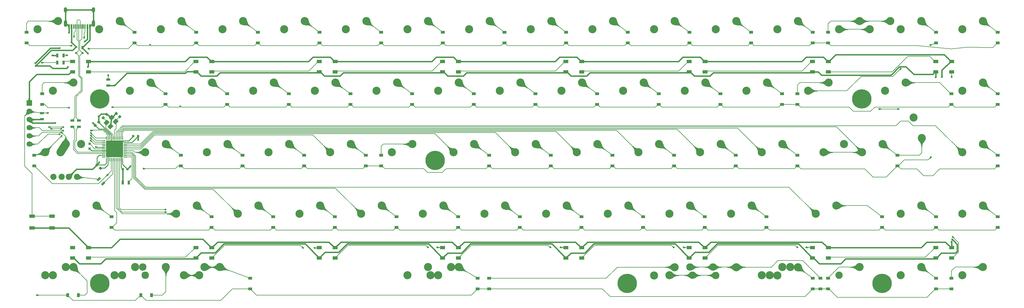
<source format=gbr>
G04 #@! TF.GenerationSoftware,KiCad,Pcbnew,(5.1.10)-1*
G04 #@! TF.CreationDate,2021-07-14T14:22:31+07:00*
G04 #@! TF.ProjectId,uso!VNC,75736f21-564e-4432-9e6b-696361645f70,rev?*
G04 #@! TF.SameCoordinates,Original*
G04 #@! TF.FileFunction,Copper,L2,Bot*
G04 #@! TF.FilePolarity,Positive*
%FSLAX46Y46*%
G04 Gerber Fmt 4.6, Leading zero omitted, Abs format (unit mm)*
G04 Created by KiCad (PCBNEW (5.1.10)-1) date 2021-07-14 14:22:31*
%MOMM*%
%LPD*%
G01*
G04 APERTURE LIST*
G04 #@! TA.AperFunction,ComponentPad*
%ADD10C,2.500000*%
G04 #@! TD*
G04 #@! TA.AperFunction,SMDPad,CuDef*
%ADD11R,1.800000X1.100000*%
G04 #@! TD*
G04 #@! TA.AperFunction,SMDPad,CuDef*
%ADD12R,1.200000X0.900000*%
G04 #@! TD*
G04 #@! TA.AperFunction,ComponentPad*
%ADD13C,2.300000*%
G04 #@! TD*
G04 #@! TA.AperFunction,ComponentPad*
%ADD14C,1.905000*%
G04 #@! TD*
G04 #@! TA.AperFunction,SMDPad,CuDef*
%ADD15C,0.100000*%
G04 #@! TD*
G04 #@! TA.AperFunction,SMDPad,CuDef*
%ADD16R,1.500000X1.000000*%
G04 #@! TD*
G04 #@! TA.AperFunction,SMDPad,CuDef*
%ADD17R,0.700000X1.000000*%
G04 #@! TD*
G04 #@! TA.AperFunction,SMDPad,CuDef*
%ADD18R,0.700000X0.600000*%
G04 #@! TD*
G04 #@! TA.AperFunction,SMDPad,CuDef*
%ADD19R,0.900000X1.200000*%
G04 #@! TD*
G04 #@! TA.AperFunction,SMDPad,CuDef*
%ADD20R,0.800000X0.750000*%
G04 #@! TD*
G04 #@! TA.AperFunction,SMDPad,CuDef*
%ADD21R,0.700000X1.300000*%
G04 #@! TD*
G04 #@! TA.AperFunction,SMDPad,CuDef*
%ADD22R,1.300000X0.700000*%
G04 #@! TD*
G04 #@! TA.AperFunction,ComponentPad*
%ADD23C,0.500000*%
G04 #@! TD*
G04 #@! TA.AperFunction,SMDPad,CuDef*
%ADD24R,0.750000X0.800000*%
G04 #@! TD*
G04 #@! TA.AperFunction,ComponentPad*
%ADD25O,1.000000X1.600000*%
G04 #@! TD*
G04 #@! TA.AperFunction,ComponentPad*
%ADD26O,1.000000X2.100000*%
G04 #@! TD*
G04 #@! TA.AperFunction,SMDPad,CuDef*
%ADD27R,0.300000X1.450000*%
G04 #@! TD*
G04 #@! TA.AperFunction,SMDPad,CuDef*
%ADD28R,0.600000X1.450000*%
G04 #@! TD*
G04 #@! TA.AperFunction,ComponentPad*
%ADD29R,1.700000X1.700000*%
G04 #@! TD*
G04 #@! TA.AperFunction,ComponentPad*
%ADD30C,1.700000*%
G04 #@! TD*
G04 #@! TA.AperFunction,ComponentPad*
%ADD31C,1.000000*%
G04 #@! TD*
G04 #@! TA.AperFunction,ComponentPad*
%ADD32C,6.000000*%
G04 #@! TD*
G04 #@! TA.AperFunction,ComponentPad*
%ADD33C,2.250000*%
G04 #@! TD*
G04 #@! TA.AperFunction,ViaPad*
%ADD34C,0.600000*%
G04 #@! TD*
G04 #@! TA.AperFunction,Conductor*
%ADD35C,0.200000*%
G04 #@! TD*
G04 #@! TA.AperFunction,Conductor*
%ADD36C,0.400000*%
G04 #@! TD*
G04 #@! TA.AperFunction,Conductor*
%ADD37C,0.250000*%
G04 #@! TD*
G04 #@! TA.AperFunction,Conductor*
%ADD38C,0.240000*%
G04 #@! TD*
G04 #@! TA.AperFunction,Conductor*
%ADD39C,2.500000*%
G04 #@! TD*
G04 #@! TA.AperFunction,Conductor*
%ADD40C,0.025400*%
G04 #@! TD*
G04 #@! TA.AperFunction,Conductor*
%ADD41C,0.100000*%
G04 #@! TD*
G04 APERTURE END LIST*
D10*
X283528680Y-109220640D03*
X277178680Y-111760640D03*
D11*
X57868980Y-97100400D03*
X51668980Y-93400400D03*
X57868980Y-93400400D03*
X51668980Y-97100400D03*
D12*
X119063000Y-115950480D03*
X119063000Y-112650480D03*
D13*
X254953560Y-109220640D03*
D10*
X248603560Y-111760640D03*
X285909940Y-109220560D03*
X279559940Y-111760560D03*
D13*
X262097340Y-109220560D03*
X255747340Y-111760560D03*
D10*
X173990720Y-109220640D03*
X167640720Y-111760640D03*
X183515760Y-109220560D03*
X177165760Y-111760560D03*
X104934180Y-109220560D03*
X98584180Y-111760560D03*
X83502840Y-109220560D03*
X77152840Y-111760560D03*
X93027880Y-109220640D03*
D13*
X86677880Y-111760640D03*
D10*
X64452760Y-109220640D03*
X58102760Y-111760640D03*
D14*
X65563750Y-81280000D03*
X63023750Y-81280000D03*
X60801250Y-81280320D03*
X58261250Y-81280320D03*
G04 #@! TA.AperFunction,SMDPad,CuDef*
D15*
G36*
X71621142Y-82140381D02*
G01*
X72540381Y-81221142D01*
X73035356Y-81716117D01*
X72116117Y-82635356D01*
X71621142Y-82140381D01*
G37*
G04 #@! TD.AperFunction*
G04 #@! TA.AperFunction,SMDPad,CuDef*
G36*
X72964644Y-83483883D02*
G01*
X73883883Y-82564644D01*
X74378858Y-83059619D01*
X73459619Y-83978858D01*
X72964644Y-83483883D01*
G37*
G04 #@! TD.AperFunction*
D16*
X102325440Y-106376320D03*
X102325440Y-103176320D03*
X107225440Y-106376320D03*
X107225440Y-103176320D03*
D10*
X291465000Y-54610000D03*
X297815000Y-52070000D03*
X320040000Y-92710000D03*
X326390000Y-90170000D03*
X308133750Y-73660000D03*
X314483750Y-71120000D03*
X267652500Y-92710000D03*
X274002500Y-90170000D03*
X277177500Y-73660000D03*
X283527500Y-71120000D03*
X293846250Y-92710000D03*
X300196250Y-90170000D03*
D17*
X67294000Y-41199400D03*
D18*
X65294000Y-40999400D03*
X67294000Y-42899400D03*
X65294000Y-42899400D03*
D16*
X64225280Y-106376320D03*
X64225280Y-103176320D03*
X69125280Y-106376320D03*
X69125280Y-103176320D03*
X297726240Y-45525600D03*
X297726240Y-48725600D03*
X292826240Y-45525600D03*
X292826240Y-48725600D03*
X330926400Y-48725600D03*
X330926400Y-45525600D03*
X335826400Y-48725600D03*
X335826400Y-45525600D03*
X69125280Y-45525600D03*
X69125280Y-48725600D03*
X64225280Y-45525600D03*
X64225280Y-48725600D03*
X292826240Y-106376320D03*
X292826240Y-103176320D03*
X297726240Y-106376320D03*
X297726240Y-103176320D03*
X107225440Y-45525600D03*
X107225440Y-48725600D03*
X102325440Y-45525600D03*
X102325440Y-48725600D03*
X330926400Y-106376320D03*
X330926400Y-103176320D03*
X335826400Y-106376320D03*
X335826400Y-103176320D03*
D12*
X330995140Y-115951440D03*
X330995140Y-112651440D03*
X54768750Y-58800240D03*
X54768750Y-55500240D03*
X116681250Y-77850064D03*
X116681250Y-74550064D03*
X111918750Y-58800048D03*
X111918750Y-55500048D03*
D19*
X85265990Y-117872370D03*
X88565990Y-117872370D03*
X62644020Y-117872370D03*
X65944020Y-117872370D03*
D12*
X83343750Y-39750032D03*
X83343750Y-36450032D03*
X130968750Y-58800048D03*
X130968750Y-55500048D03*
X107156250Y-96900080D03*
X107156250Y-93600080D03*
X92868750Y-58800048D03*
X92868750Y-55500048D03*
X121443750Y-39750032D03*
X121443750Y-36450032D03*
X102393750Y-39750032D03*
X102393750Y-36450032D03*
X97631250Y-77850064D03*
X97631250Y-74550064D03*
X76200000Y-96900400D03*
X76200000Y-93600400D03*
D20*
X84443000Y-68643500D03*
X82943000Y-68643500D03*
X81166400Y-78892400D03*
X79666400Y-78892400D03*
G04 #@! TA.AperFunction,SMDPad,CuDef*
D15*
G36*
X74680652Y-62400078D02*
G01*
X74150322Y-61869748D01*
X74716008Y-61304062D01*
X75246338Y-61834392D01*
X74680652Y-62400078D01*
G37*
G04 #@! TD.AperFunction*
G04 #@! TA.AperFunction,SMDPad,CuDef*
G36*
X73619992Y-63460738D02*
G01*
X73089662Y-62930408D01*
X73655348Y-62364722D01*
X74185678Y-62895052D01*
X73619992Y-63460738D01*
G37*
G04 #@! TD.AperFunction*
D21*
X59502000Y-43637200D03*
X61402000Y-43637200D03*
G04 #@! TA.AperFunction,SMDPad,CuDef*
D15*
G36*
X78249678Y-61564948D02*
G01*
X77719348Y-62095278D01*
X77153662Y-61529592D01*
X77683992Y-60999262D01*
X78249678Y-61564948D01*
G37*
G04 #@! TD.AperFunction*
G04 #@! TA.AperFunction,SMDPad,CuDef*
G36*
X79310338Y-62625608D02*
G01*
X78780008Y-63155938D01*
X78214322Y-62590252D01*
X78744652Y-62059922D01*
X79310338Y-62625608D01*
G37*
G04 #@! TD.AperFunction*
D22*
X54737000Y-63370500D03*
X54737000Y-61470500D03*
G04 #@! TA.AperFunction,SMDPad,CuDef*
D15*
G36*
X76339538Y-61919743D02*
G01*
X77188066Y-62768271D01*
X76198116Y-63758221D01*
X75349588Y-62909693D01*
X76339538Y-61919743D01*
G37*
G04 #@! TD.AperFunction*
G04 #@! TA.AperFunction,SMDPad,CuDef*
G36*
X74783903Y-63475378D02*
G01*
X75632431Y-64323906D01*
X74642481Y-65313856D01*
X73793953Y-64465328D01*
X74783903Y-63475378D01*
G37*
G04 #@! TD.AperFunction*
G04 #@! TA.AperFunction,SMDPad,CuDef*
G36*
X75985984Y-64677459D02*
G01*
X76834512Y-65525987D01*
X75844562Y-66515937D01*
X74996034Y-65667409D01*
X75985984Y-64677459D01*
G37*
G04 #@! TD.AperFunction*
G04 #@! TA.AperFunction,SMDPad,CuDef*
G36*
X77541619Y-63121824D02*
G01*
X78390147Y-63970352D01*
X77400197Y-64960302D01*
X76551669Y-64111774D01*
X77541619Y-63121824D01*
G37*
G04 #@! TD.AperFunction*
G04 #@! TA.AperFunction,SMDPad,CuDef*
G36*
G01*
X74554800Y-74932800D02*
X74554800Y-70232800D01*
G75*
G02*
X74804800Y-69982800I250000J0D01*
G01*
X79504800Y-69982800D01*
G75*
G02*
X79754800Y-70232800I0J-250000D01*
G01*
X79754800Y-74932800D01*
G75*
G02*
X79504800Y-75182800I-250000J0D01*
G01*
X74804800Y-75182800D01*
G75*
G02*
X74554800Y-74932800I0J250000D01*
G01*
G37*
G04 #@! TD.AperFunction*
D23*
X74804800Y-74932800D03*
X75979800Y-74932800D03*
X77154800Y-74932800D03*
X78329800Y-74932800D03*
X79504800Y-74932800D03*
X74804800Y-73757800D03*
X75979800Y-73757800D03*
X77154800Y-73757800D03*
X78329800Y-73757800D03*
X79504800Y-73757800D03*
X74804800Y-72582800D03*
X75979800Y-72582800D03*
X77154800Y-72582800D03*
X78329800Y-72582800D03*
X79504800Y-72582800D03*
X74804800Y-71407800D03*
X75979800Y-71407800D03*
X77154800Y-71407800D03*
X78329800Y-71407800D03*
X79504800Y-71407800D03*
X74804800Y-70232800D03*
X75979800Y-70232800D03*
X77154800Y-70232800D03*
X78329800Y-70232800D03*
X79504800Y-70232800D03*
G04 #@! TA.AperFunction,SMDPad,CuDef*
G36*
G01*
X73279800Y-75145300D02*
X73279800Y-75020300D01*
G75*
G02*
X73342300Y-74957800I62500J0D01*
G01*
X74292300Y-74957800D01*
G75*
G02*
X74354800Y-75020300I0J-62500D01*
G01*
X74354800Y-75145300D01*
G75*
G02*
X74292300Y-75207800I-62500J0D01*
G01*
X73342300Y-75207800D01*
G75*
G02*
X73279800Y-75145300I0J62500D01*
G01*
G37*
G04 #@! TD.AperFunction*
G04 #@! TA.AperFunction,SMDPad,CuDef*
G36*
G01*
X73279800Y-74645300D02*
X73279800Y-74520300D01*
G75*
G02*
X73342300Y-74457800I62500J0D01*
G01*
X74292300Y-74457800D01*
G75*
G02*
X74354800Y-74520300I0J-62500D01*
G01*
X74354800Y-74645300D01*
G75*
G02*
X74292300Y-74707800I-62500J0D01*
G01*
X73342300Y-74707800D01*
G75*
G02*
X73279800Y-74645300I0J62500D01*
G01*
G37*
G04 #@! TD.AperFunction*
G04 #@! TA.AperFunction,SMDPad,CuDef*
G36*
G01*
X73279800Y-74145300D02*
X73279800Y-74020300D01*
G75*
G02*
X73342300Y-73957800I62500J0D01*
G01*
X74292300Y-73957800D01*
G75*
G02*
X74354800Y-74020300I0J-62500D01*
G01*
X74354800Y-74145300D01*
G75*
G02*
X74292300Y-74207800I-62500J0D01*
G01*
X73342300Y-74207800D01*
G75*
G02*
X73279800Y-74145300I0J62500D01*
G01*
G37*
G04 #@! TD.AperFunction*
G04 #@! TA.AperFunction,SMDPad,CuDef*
G36*
G01*
X73279800Y-73645300D02*
X73279800Y-73520300D01*
G75*
G02*
X73342300Y-73457800I62500J0D01*
G01*
X74292300Y-73457800D01*
G75*
G02*
X74354800Y-73520300I0J-62500D01*
G01*
X74354800Y-73645300D01*
G75*
G02*
X74292300Y-73707800I-62500J0D01*
G01*
X73342300Y-73707800D01*
G75*
G02*
X73279800Y-73645300I0J62500D01*
G01*
G37*
G04 #@! TD.AperFunction*
G04 #@! TA.AperFunction,SMDPad,CuDef*
G36*
G01*
X73279800Y-73145300D02*
X73279800Y-73020300D01*
G75*
G02*
X73342300Y-72957800I62500J0D01*
G01*
X74292300Y-72957800D01*
G75*
G02*
X74354800Y-73020300I0J-62500D01*
G01*
X74354800Y-73145300D01*
G75*
G02*
X74292300Y-73207800I-62500J0D01*
G01*
X73342300Y-73207800D01*
G75*
G02*
X73279800Y-73145300I0J62500D01*
G01*
G37*
G04 #@! TD.AperFunction*
G04 #@! TA.AperFunction,SMDPad,CuDef*
G36*
G01*
X73279800Y-72645300D02*
X73279800Y-72520300D01*
G75*
G02*
X73342300Y-72457800I62500J0D01*
G01*
X74292300Y-72457800D01*
G75*
G02*
X74354800Y-72520300I0J-62500D01*
G01*
X74354800Y-72645300D01*
G75*
G02*
X74292300Y-72707800I-62500J0D01*
G01*
X73342300Y-72707800D01*
G75*
G02*
X73279800Y-72645300I0J62500D01*
G01*
G37*
G04 #@! TD.AperFunction*
G04 #@! TA.AperFunction,SMDPad,CuDef*
G36*
G01*
X73279800Y-72145300D02*
X73279800Y-72020300D01*
G75*
G02*
X73342300Y-71957800I62500J0D01*
G01*
X74292300Y-71957800D01*
G75*
G02*
X74354800Y-72020300I0J-62500D01*
G01*
X74354800Y-72145300D01*
G75*
G02*
X74292300Y-72207800I-62500J0D01*
G01*
X73342300Y-72207800D01*
G75*
G02*
X73279800Y-72145300I0J62500D01*
G01*
G37*
G04 #@! TD.AperFunction*
G04 #@! TA.AperFunction,SMDPad,CuDef*
G36*
G01*
X73279800Y-71645300D02*
X73279800Y-71520300D01*
G75*
G02*
X73342300Y-71457800I62500J0D01*
G01*
X74292300Y-71457800D01*
G75*
G02*
X74354800Y-71520300I0J-62500D01*
G01*
X74354800Y-71645300D01*
G75*
G02*
X74292300Y-71707800I-62500J0D01*
G01*
X73342300Y-71707800D01*
G75*
G02*
X73279800Y-71645300I0J62500D01*
G01*
G37*
G04 #@! TD.AperFunction*
G04 #@! TA.AperFunction,SMDPad,CuDef*
G36*
G01*
X73279800Y-71145300D02*
X73279800Y-71020300D01*
G75*
G02*
X73342300Y-70957800I62500J0D01*
G01*
X74292300Y-70957800D01*
G75*
G02*
X74354800Y-71020300I0J-62500D01*
G01*
X74354800Y-71145300D01*
G75*
G02*
X74292300Y-71207800I-62500J0D01*
G01*
X73342300Y-71207800D01*
G75*
G02*
X73279800Y-71145300I0J62500D01*
G01*
G37*
G04 #@! TD.AperFunction*
G04 #@! TA.AperFunction,SMDPad,CuDef*
G36*
G01*
X73279800Y-70645300D02*
X73279800Y-70520300D01*
G75*
G02*
X73342300Y-70457800I62500J0D01*
G01*
X74292300Y-70457800D01*
G75*
G02*
X74354800Y-70520300I0J-62500D01*
G01*
X74354800Y-70645300D01*
G75*
G02*
X74292300Y-70707800I-62500J0D01*
G01*
X73342300Y-70707800D01*
G75*
G02*
X73279800Y-70645300I0J62500D01*
G01*
G37*
G04 #@! TD.AperFunction*
G04 #@! TA.AperFunction,SMDPad,CuDef*
G36*
G01*
X73279800Y-70145300D02*
X73279800Y-70020300D01*
G75*
G02*
X73342300Y-69957800I62500J0D01*
G01*
X74292300Y-69957800D01*
G75*
G02*
X74354800Y-70020300I0J-62500D01*
G01*
X74354800Y-70145300D01*
G75*
G02*
X74292300Y-70207800I-62500J0D01*
G01*
X73342300Y-70207800D01*
G75*
G02*
X73279800Y-70145300I0J62500D01*
G01*
G37*
G04 #@! TD.AperFunction*
G04 #@! TA.AperFunction,SMDPad,CuDef*
G36*
G01*
X74529800Y-69720300D02*
X74529800Y-68770300D01*
G75*
G02*
X74592300Y-68707800I62500J0D01*
G01*
X74717300Y-68707800D01*
G75*
G02*
X74779800Y-68770300I0J-62500D01*
G01*
X74779800Y-69720300D01*
G75*
G02*
X74717300Y-69782800I-62500J0D01*
G01*
X74592300Y-69782800D01*
G75*
G02*
X74529800Y-69720300I0J62500D01*
G01*
G37*
G04 #@! TD.AperFunction*
G04 #@! TA.AperFunction,SMDPad,CuDef*
G36*
G01*
X75029800Y-69720300D02*
X75029800Y-68770300D01*
G75*
G02*
X75092300Y-68707800I62500J0D01*
G01*
X75217300Y-68707800D01*
G75*
G02*
X75279800Y-68770300I0J-62500D01*
G01*
X75279800Y-69720300D01*
G75*
G02*
X75217300Y-69782800I-62500J0D01*
G01*
X75092300Y-69782800D01*
G75*
G02*
X75029800Y-69720300I0J62500D01*
G01*
G37*
G04 #@! TD.AperFunction*
G04 #@! TA.AperFunction,SMDPad,CuDef*
G36*
G01*
X75529800Y-69720300D02*
X75529800Y-68770300D01*
G75*
G02*
X75592300Y-68707800I62500J0D01*
G01*
X75717300Y-68707800D01*
G75*
G02*
X75779800Y-68770300I0J-62500D01*
G01*
X75779800Y-69720300D01*
G75*
G02*
X75717300Y-69782800I-62500J0D01*
G01*
X75592300Y-69782800D01*
G75*
G02*
X75529800Y-69720300I0J62500D01*
G01*
G37*
G04 #@! TD.AperFunction*
G04 #@! TA.AperFunction,SMDPad,CuDef*
G36*
G01*
X76029800Y-69720300D02*
X76029800Y-68770300D01*
G75*
G02*
X76092300Y-68707800I62500J0D01*
G01*
X76217300Y-68707800D01*
G75*
G02*
X76279800Y-68770300I0J-62500D01*
G01*
X76279800Y-69720300D01*
G75*
G02*
X76217300Y-69782800I-62500J0D01*
G01*
X76092300Y-69782800D01*
G75*
G02*
X76029800Y-69720300I0J62500D01*
G01*
G37*
G04 #@! TD.AperFunction*
G04 #@! TA.AperFunction,SMDPad,CuDef*
G36*
G01*
X76529800Y-69720300D02*
X76529800Y-68770300D01*
G75*
G02*
X76592300Y-68707800I62500J0D01*
G01*
X76717300Y-68707800D01*
G75*
G02*
X76779800Y-68770300I0J-62500D01*
G01*
X76779800Y-69720300D01*
G75*
G02*
X76717300Y-69782800I-62500J0D01*
G01*
X76592300Y-69782800D01*
G75*
G02*
X76529800Y-69720300I0J62500D01*
G01*
G37*
G04 #@! TD.AperFunction*
G04 #@! TA.AperFunction,SMDPad,CuDef*
G36*
G01*
X77029800Y-69720300D02*
X77029800Y-68770300D01*
G75*
G02*
X77092300Y-68707800I62500J0D01*
G01*
X77217300Y-68707800D01*
G75*
G02*
X77279800Y-68770300I0J-62500D01*
G01*
X77279800Y-69720300D01*
G75*
G02*
X77217300Y-69782800I-62500J0D01*
G01*
X77092300Y-69782800D01*
G75*
G02*
X77029800Y-69720300I0J62500D01*
G01*
G37*
G04 #@! TD.AperFunction*
G04 #@! TA.AperFunction,SMDPad,CuDef*
G36*
G01*
X77529800Y-69720300D02*
X77529800Y-68770300D01*
G75*
G02*
X77592300Y-68707800I62500J0D01*
G01*
X77717300Y-68707800D01*
G75*
G02*
X77779800Y-68770300I0J-62500D01*
G01*
X77779800Y-69720300D01*
G75*
G02*
X77717300Y-69782800I-62500J0D01*
G01*
X77592300Y-69782800D01*
G75*
G02*
X77529800Y-69720300I0J62500D01*
G01*
G37*
G04 #@! TD.AperFunction*
G04 #@! TA.AperFunction,SMDPad,CuDef*
G36*
G01*
X78029800Y-69720300D02*
X78029800Y-68770300D01*
G75*
G02*
X78092300Y-68707800I62500J0D01*
G01*
X78217300Y-68707800D01*
G75*
G02*
X78279800Y-68770300I0J-62500D01*
G01*
X78279800Y-69720300D01*
G75*
G02*
X78217300Y-69782800I-62500J0D01*
G01*
X78092300Y-69782800D01*
G75*
G02*
X78029800Y-69720300I0J62500D01*
G01*
G37*
G04 #@! TD.AperFunction*
G04 #@! TA.AperFunction,SMDPad,CuDef*
G36*
G01*
X78529800Y-69720300D02*
X78529800Y-68770300D01*
G75*
G02*
X78592300Y-68707800I62500J0D01*
G01*
X78717300Y-68707800D01*
G75*
G02*
X78779800Y-68770300I0J-62500D01*
G01*
X78779800Y-69720300D01*
G75*
G02*
X78717300Y-69782800I-62500J0D01*
G01*
X78592300Y-69782800D01*
G75*
G02*
X78529800Y-69720300I0J62500D01*
G01*
G37*
G04 #@! TD.AperFunction*
G04 #@! TA.AperFunction,SMDPad,CuDef*
G36*
G01*
X79029800Y-69720300D02*
X79029800Y-68770300D01*
G75*
G02*
X79092300Y-68707800I62500J0D01*
G01*
X79217300Y-68707800D01*
G75*
G02*
X79279800Y-68770300I0J-62500D01*
G01*
X79279800Y-69720300D01*
G75*
G02*
X79217300Y-69782800I-62500J0D01*
G01*
X79092300Y-69782800D01*
G75*
G02*
X79029800Y-69720300I0J62500D01*
G01*
G37*
G04 #@! TD.AperFunction*
G04 #@! TA.AperFunction,SMDPad,CuDef*
G36*
G01*
X79529800Y-69720300D02*
X79529800Y-68770300D01*
G75*
G02*
X79592300Y-68707800I62500J0D01*
G01*
X79717300Y-68707800D01*
G75*
G02*
X79779800Y-68770300I0J-62500D01*
G01*
X79779800Y-69720300D01*
G75*
G02*
X79717300Y-69782800I-62500J0D01*
G01*
X79592300Y-69782800D01*
G75*
G02*
X79529800Y-69720300I0J62500D01*
G01*
G37*
G04 #@! TD.AperFunction*
G04 #@! TA.AperFunction,SMDPad,CuDef*
G36*
G01*
X79954800Y-70145300D02*
X79954800Y-70020300D01*
G75*
G02*
X80017300Y-69957800I62500J0D01*
G01*
X80967300Y-69957800D01*
G75*
G02*
X81029800Y-70020300I0J-62500D01*
G01*
X81029800Y-70145300D01*
G75*
G02*
X80967300Y-70207800I-62500J0D01*
G01*
X80017300Y-70207800D01*
G75*
G02*
X79954800Y-70145300I0J62500D01*
G01*
G37*
G04 #@! TD.AperFunction*
G04 #@! TA.AperFunction,SMDPad,CuDef*
G36*
G01*
X79954800Y-70645300D02*
X79954800Y-70520300D01*
G75*
G02*
X80017300Y-70457800I62500J0D01*
G01*
X80967300Y-70457800D01*
G75*
G02*
X81029800Y-70520300I0J-62500D01*
G01*
X81029800Y-70645300D01*
G75*
G02*
X80967300Y-70707800I-62500J0D01*
G01*
X80017300Y-70707800D01*
G75*
G02*
X79954800Y-70645300I0J62500D01*
G01*
G37*
G04 #@! TD.AperFunction*
G04 #@! TA.AperFunction,SMDPad,CuDef*
G36*
G01*
X79954800Y-71145300D02*
X79954800Y-71020300D01*
G75*
G02*
X80017300Y-70957800I62500J0D01*
G01*
X80967300Y-70957800D01*
G75*
G02*
X81029800Y-71020300I0J-62500D01*
G01*
X81029800Y-71145300D01*
G75*
G02*
X80967300Y-71207800I-62500J0D01*
G01*
X80017300Y-71207800D01*
G75*
G02*
X79954800Y-71145300I0J62500D01*
G01*
G37*
G04 #@! TD.AperFunction*
G04 #@! TA.AperFunction,SMDPad,CuDef*
G36*
G01*
X79954800Y-71645300D02*
X79954800Y-71520300D01*
G75*
G02*
X80017300Y-71457800I62500J0D01*
G01*
X80967300Y-71457800D01*
G75*
G02*
X81029800Y-71520300I0J-62500D01*
G01*
X81029800Y-71645300D01*
G75*
G02*
X80967300Y-71707800I-62500J0D01*
G01*
X80017300Y-71707800D01*
G75*
G02*
X79954800Y-71645300I0J62500D01*
G01*
G37*
G04 #@! TD.AperFunction*
G04 #@! TA.AperFunction,SMDPad,CuDef*
G36*
G01*
X79954800Y-72145300D02*
X79954800Y-72020300D01*
G75*
G02*
X80017300Y-71957800I62500J0D01*
G01*
X80967300Y-71957800D01*
G75*
G02*
X81029800Y-72020300I0J-62500D01*
G01*
X81029800Y-72145300D01*
G75*
G02*
X80967300Y-72207800I-62500J0D01*
G01*
X80017300Y-72207800D01*
G75*
G02*
X79954800Y-72145300I0J62500D01*
G01*
G37*
G04 #@! TD.AperFunction*
G04 #@! TA.AperFunction,SMDPad,CuDef*
G36*
G01*
X79954800Y-72645300D02*
X79954800Y-72520300D01*
G75*
G02*
X80017300Y-72457800I62500J0D01*
G01*
X80967300Y-72457800D01*
G75*
G02*
X81029800Y-72520300I0J-62500D01*
G01*
X81029800Y-72645300D01*
G75*
G02*
X80967300Y-72707800I-62500J0D01*
G01*
X80017300Y-72707800D01*
G75*
G02*
X79954800Y-72645300I0J62500D01*
G01*
G37*
G04 #@! TD.AperFunction*
G04 #@! TA.AperFunction,SMDPad,CuDef*
G36*
G01*
X79954800Y-73145300D02*
X79954800Y-73020300D01*
G75*
G02*
X80017300Y-72957800I62500J0D01*
G01*
X80967300Y-72957800D01*
G75*
G02*
X81029800Y-73020300I0J-62500D01*
G01*
X81029800Y-73145300D01*
G75*
G02*
X80967300Y-73207800I-62500J0D01*
G01*
X80017300Y-73207800D01*
G75*
G02*
X79954800Y-73145300I0J62500D01*
G01*
G37*
G04 #@! TD.AperFunction*
G04 #@! TA.AperFunction,SMDPad,CuDef*
G36*
G01*
X79954800Y-73645300D02*
X79954800Y-73520300D01*
G75*
G02*
X80017300Y-73457800I62500J0D01*
G01*
X80967300Y-73457800D01*
G75*
G02*
X81029800Y-73520300I0J-62500D01*
G01*
X81029800Y-73645300D01*
G75*
G02*
X80967300Y-73707800I-62500J0D01*
G01*
X80017300Y-73707800D01*
G75*
G02*
X79954800Y-73645300I0J62500D01*
G01*
G37*
G04 #@! TD.AperFunction*
G04 #@! TA.AperFunction,SMDPad,CuDef*
G36*
G01*
X79954800Y-74145300D02*
X79954800Y-74020300D01*
G75*
G02*
X80017300Y-73957800I62500J0D01*
G01*
X80967300Y-73957800D01*
G75*
G02*
X81029800Y-74020300I0J-62500D01*
G01*
X81029800Y-74145300D01*
G75*
G02*
X80967300Y-74207800I-62500J0D01*
G01*
X80017300Y-74207800D01*
G75*
G02*
X79954800Y-74145300I0J62500D01*
G01*
G37*
G04 #@! TD.AperFunction*
G04 #@! TA.AperFunction,SMDPad,CuDef*
G36*
G01*
X79954800Y-74645300D02*
X79954800Y-74520300D01*
G75*
G02*
X80017300Y-74457800I62500J0D01*
G01*
X80967300Y-74457800D01*
G75*
G02*
X81029800Y-74520300I0J-62500D01*
G01*
X81029800Y-74645300D01*
G75*
G02*
X80967300Y-74707800I-62500J0D01*
G01*
X80017300Y-74707800D01*
G75*
G02*
X79954800Y-74645300I0J62500D01*
G01*
G37*
G04 #@! TD.AperFunction*
G04 #@! TA.AperFunction,SMDPad,CuDef*
G36*
G01*
X79954800Y-75145300D02*
X79954800Y-75020300D01*
G75*
G02*
X80017300Y-74957800I62500J0D01*
G01*
X80967300Y-74957800D01*
G75*
G02*
X81029800Y-75020300I0J-62500D01*
G01*
X81029800Y-75145300D01*
G75*
G02*
X80967300Y-75207800I-62500J0D01*
G01*
X80017300Y-75207800D01*
G75*
G02*
X79954800Y-75145300I0J62500D01*
G01*
G37*
G04 #@! TD.AperFunction*
G04 #@! TA.AperFunction,SMDPad,CuDef*
G36*
G01*
X79529800Y-76395300D02*
X79529800Y-75445300D01*
G75*
G02*
X79592300Y-75382800I62500J0D01*
G01*
X79717300Y-75382800D01*
G75*
G02*
X79779800Y-75445300I0J-62500D01*
G01*
X79779800Y-76395300D01*
G75*
G02*
X79717300Y-76457800I-62500J0D01*
G01*
X79592300Y-76457800D01*
G75*
G02*
X79529800Y-76395300I0J62500D01*
G01*
G37*
G04 #@! TD.AperFunction*
G04 #@! TA.AperFunction,SMDPad,CuDef*
G36*
G01*
X79029800Y-76395300D02*
X79029800Y-75445300D01*
G75*
G02*
X79092300Y-75382800I62500J0D01*
G01*
X79217300Y-75382800D01*
G75*
G02*
X79279800Y-75445300I0J-62500D01*
G01*
X79279800Y-76395300D01*
G75*
G02*
X79217300Y-76457800I-62500J0D01*
G01*
X79092300Y-76457800D01*
G75*
G02*
X79029800Y-76395300I0J62500D01*
G01*
G37*
G04 #@! TD.AperFunction*
G04 #@! TA.AperFunction,SMDPad,CuDef*
G36*
G01*
X78529800Y-76395300D02*
X78529800Y-75445300D01*
G75*
G02*
X78592300Y-75382800I62500J0D01*
G01*
X78717300Y-75382800D01*
G75*
G02*
X78779800Y-75445300I0J-62500D01*
G01*
X78779800Y-76395300D01*
G75*
G02*
X78717300Y-76457800I-62500J0D01*
G01*
X78592300Y-76457800D01*
G75*
G02*
X78529800Y-76395300I0J62500D01*
G01*
G37*
G04 #@! TD.AperFunction*
G04 #@! TA.AperFunction,SMDPad,CuDef*
G36*
G01*
X78029800Y-76395300D02*
X78029800Y-75445300D01*
G75*
G02*
X78092300Y-75382800I62500J0D01*
G01*
X78217300Y-75382800D01*
G75*
G02*
X78279800Y-75445300I0J-62500D01*
G01*
X78279800Y-76395300D01*
G75*
G02*
X78217300Y-76457800I-62500J0D01*
G01*
X78092300Y-76457800D01*
G75*
G02*
X78029800Y-76395300I0J62500D01*
G01*
G37*
G04 #@! TD.AperFunction*
G04 #@! TA.AperFunction,SMDPad,CuDef*
G36*
G01*
X77529800Y-76395300D02*
X77529800Y-75445300D01*
G75*
G02*
X77592300Y-75382800I62500J0D01*
G01*
X77717300Y-75382800D01*
G75*
G02*
X77779800Y-75445300I0J-62500D01*
G01*
X77779800Y-76395300D01*
G75*
G02*
X77717300Y-76457800I-62500J0D01*
G01*
X77592300Y-76457800D01*
G75*
G02*
X77529800Y-76395300I0J62500D01*
G01*
G37*
G04 #@! TD.AperFunction*
G04 #@! TA.AperFunction,SMDPad,CuDef*
G36*
G01*
X77029800Y-76395300D02*
X77029800Y-75445300D01*
G75*
G02*
X77092300Y-75382800I62500J0D01*
G01*
X77217300Y-75382800D01*
G75*
G02*
X77279800Y-75445300I0J-62500D01*
G01*
X77279800Y-76395300D01*
G75*
G02*
X77217300Y-76457800I-62500J0D01*
G01*
X77092300Y-76457800D01*
G75*
G02*
X77029800Y-76395300I0J62500D01*
G01*
G37*
G04 #@! TD.AperFunction*
G04 #@! TA.AperFunction,SMDPad,CuDef*
G36*
G01*
X76529800Y-76395300D02*
X76529800Y-75445300D01*
G75*
G02*
X76592300Y-75382800I62500J0D01*
G01*
X76717300Y-75382800D01*
G75*
G02*
X76779800Y-75445300I0J-62500D01*
G01*
X76779800Y-76395300D01*
G75*
G02*
X76717300Y-76457800I-62500J0D01*
G01*
X76592300Y-76457800D01*
G75*
G02*
X76529800Y-76395300I0J62500D01*
G01*
G37*
G04 #@! TD.AperFunction*
G04 #@! TA.AperFunction,SMDPad,CuDef*
G36*
G01*
X76029800Y-76395300D02*
X76029800Y-75445300D01*
G75*
G02*
X76092300Y-75382800I62500J0D01*
G01*
X76217300Y-75382800D01*
G75*
G02*
X76279800Y-75445300I0J-62500D01*
G01*
X76279800Y-76395300D01*
G75*
G02*
X76217300Y-76457800I-62500J0D01*
G01*
X76092300Y-76457800D01*
G75*
G02*
X76029800Y-76395300I0J62500D01*
G01*
G37*
G04 #@! TD.AperFunction*
G04 #@! TA.AperFunction,SMDPad,CuDef*
G36*
G01*
X75529800Y-76395300D02*
X75529800Y-75445300D01*
G75*
G02*
X75592300Y-75382800I62500J0D01*
G01*
X75717300Y-75382800D01*
G75*
G02*
X75779800Y-75445300I0J-62500D01*
G01*
X75779800Y-76395300D01*
G75*
G02*
X75717300Y-76457800I-62500J0D01*
G01*
X75592300Y-76457800D01*
G75*
G02*
X75529800Y-76395300I0J62500D01*
G01*
G37*
G04 #@! TD.AperFunction*
G04 #@! TA.AperFunction,SMDPad,CuDef*
G36*
G01*
X75029800Y-76395300D02*
X75029800Y-75445300D01*
G75*
G02*
X75092300Y-75382800I62500J0D01*
G01*
X75217300Y-75382800D01*
G75*
G02*
X75279800Y-75445300I0J-62500D01*
G01*
X75279800Y-76395300D01*
G75*
G02*
X75217300Y-76457800I-62500J0D01*
G01*
X75092300Y-76457800D01*
G75*
G02*
X75029800Y-76395300I0J62500D01*
G01*
G37*
G04 #@! TD.AperFunction*
G04 #@! TA.AperFunction,SMDPad,CuDef*
G36*
G01*
X74529800Y-76395300D02*
X74529800Y-75445300D01*
G75*
G02*
X74592300Y-75382800I62500J0D01*
G01*
X74717300Y-75382800D01*
G75*
G02*
X74779800Y-75445300I0J-62500D01*
G01*
X74779800Y-76395300D01*
G75*
G02*
X74717300Y-76457800I-62500J0D01*
G01*
X74592300Y-76457800D01*
G75*
G02*
X74529800Y-76395300I0J62500D01*
G01*
G37*
G04 #@! TD.AperFunction*
D22*
X64131940Y-65708200D03*
X64131940Y-63808200D03*
X66131940Y-65708200D03*
X66131940Y-63808200D03*
X75184000Y-52969200D03*
X75184000Y-51069200D03*
D10*
X162877500Y-73660000D03*
X169227500Y-71120000D03*
D21*
X79669600Y-83058000D03*
X81569600Y-83058000D03*
G04 #@! TA.AperFunction,SMDPad,CuDef*
D15*
G36*
X71216948Y-64752322D02*
G01*
X71747278Y-65282652D01*
X71181592Y-65848338D01*
X70651262Y-65318008D01*
X71216948Y-64752322D01*
G37*
G04 #@! TD.AperFunction*
G04 #@! TA.AperFunction,SMDPad,CuDef*
G36*
X72277608Y-63691662D02*
G01*
X72807938Y-64221992D01*
X72242252Y-64787678D01*
X71711922Y-64257348D01*
X72277608Y-63691662D01*
G37*
G04 #@! TD.AperFunction*
D24*
X69469000Y-72505000D03*
X69469000Y-71005000D03*
D10*
X86677500Y-73660000D03*
X93027500Y-71120000D03*
D16*
X216625920Y-106376320D03*
X216625920Y-103176320D03*
X221525920Y-106376320D03*
X221525920Y-103176320D03*
X145325600Y-45525600D03*
X145325600Y-48725600D03*
X140425600Y-45525600D03*
X140425600Y-48725600D03*
D21*
X61402000Y-45821600D03*
X59502000Y-45821600D03*
D16*
X221525920Y-45525600D03*
X221525920Y-48725600D03*
X216625920Y-45525600D03*
X216625920Y-48725600D03*
X183425760Y-45525600D03*
X183425760Y-48725600D03*
X178525760Y-45525600D03*
X178525760Y-48725600D03*
D10*
X315277500Y-54610000D03*
X321627500Y-52070000D03*
D16*
X140425600Y-106376320D03*
X140425600Y-103176320D03*
X145325600Y-106376320D03*
X145325600Y-103176320D03*
X254726080Y-106376320D03*
X254726080Y-103176320D03*
X259626080Y-106376320D03*
X259626080Y-103176320D03*
X259626080Y-45525600D03*
X259626080Y-48725600D03*
X254726080Y-45525600D03*
X254726080Y-48725600D03*
X178525760Y-106376320D03*
X178525760Y-103176320D03*
X183425760Y-106376320D03*
X183425760Y-103176320D03*
D12*
X202406250Y-96900080D03*
X202406250Y-93600080D03*
X235743750Y-39750032D03*
X235743750Y-36450032D03*
X221456250Y-96900080D03*
X221456250Y-93600080D03*
X273843750Y-39750032D03*
X273843750Y-36450032D03*
X295276240Y-115951440D03*
X295276240Y-112651440D03*
X254793750Y-39750032D03*
X254793750Y-36450032D03*
X250031250Y-77850064D03*
X250031250Y-74550064D03*
X192882060Y-115950480D03*
X192882060Y-112650480D03*
X283368750Y-58800048D03*
X283368750Y-55500048D03*
X288131250Y-77850064D03*
X288131250Y-74550064D03*
X264318750Y-58800048D03*
X264318750Y-55500048D03*
X245268750Y-58800048D03*
X245268750Y-55500048D03*
X269081250Y-77850064D03*
X269081250Y-74550064D03*
X240506250Y-96900080D03*
X240506250Y-93600080D03*
X230981250Y-77850064D03*
X230981250Y-74550064D03*
X216693750Y-39750032D03*
X216693750Y-36450032D03*
X259556250Y-96900080D03*
X259556250Y-93600080D03*
X226218750Y-58800048D03*
X226218750Y-55500048D03*
X297657500Y-115951440D03*
X297657500Y-112651440D03*
X319087500Y-77850064D03*
X319087500Y-74550064D03*
X292893750Y-39750032D03*
X292893750Y-36450032D03*
X292894980Y-115951440D03*
X292894980Y-112651440D03*
G04 #@! TA.AperFunction,SMDPad,CuDef*
D15*
G36*
X72306078Y-77516148D02*
G01*
X71775748Y-78046478D01*
X71210062Y-77480792D01*
X71740392Y-76950462D01*
X72306078Y-77516148D01*
G37*
G04 #@! TD.AperFunction*
G04 #@! TA.AperFunction,SMDPad,CuDef*
G36*
X73366738Y-78576808D02*
G01*
X72836408Y-79107138D01*
X72270722Y-78541452D01*
X72801052Y-78011122D01*
X73366738Y-78576808D01*
G37*
G04 #@! TD.AperFunction*
D12*
X314325000Y-96900080D03*
X314325000Y-93600080D03*
X330993750Y-96900080D03*
X330993750Y-93600080D03*
X335757660Y-58800048D03*
X335757660Y-55500048D03*
X288132460Y-58800240D03*
X288132460Y-55500240D03*
X278606250Y-96900080D03*
X278606250Y-93600080D03*
X330993750Y-39750000D03*
X330993750Y-36450000D03*
X297656250Y-39750032D03*
X297656250Y-36450032D03*
X159543750Y-39750032D03*
X159543750Y-36450032D03*
X140493750Y-39750032D03*
X140493750Y-36450032D03*
X188118750Y-58800048D03*
X188118750Y-55500048D03*
X126206250Y-96900080D03*
X126206250Y-93600080D03*
X135731250Y-77850064D03*
X135731250Y-74550064D03*
X183356250Y-96900080D03*
X183356250Y-93600080D03*
X150018750Y-58800048D03*
X150018750Y-55500048D03*
X145256250Y-96900080D03*
X145256250Y-93600080D03*
X164306250Y-96900080D03*
X164306250Y-93600080D03*
X192881250Y-77850064D03*
X192881250Y-74550064D03*
X197643750Y-39750032D03*
X197643750Y-36450032D03*
X154781250Y-77850064D03*
X154781250Y-74550064D03*
X211931250Y-77850064D03*
X211931250Y-74550064D03*
X207168750Y-58800048D03*
X207168750Y-55500048D03*
X178593750Y-39750032D03*
X178593750Y-36450032D03*
X159543750Y-77850064D03*
X159543750Y-74550064D03*
X189310170Y-115950480D03*
X189310170Y-112650480D03*
X169068750Y-58800048D03*
X169068750Y-55500048D03*
D10*
X139065000Y-54610000D03*
X145415000Y-52070000D03*
X153352500Y-92710000D03*
X159702500Y-90170000D03*
X124777500Y-73660000D03*
X131127500Y-71120000D03*
X120015000Y-54610000D03*
X126365000Y-52070000D03*
X200977500Y-73660000D03*
X207327500Y-71120000D03*
X158115000Y-54610000D03*
X164465000Y-52070000D03*
X220027500Y-73660000D03*
X226377500Y-71120000D03*
X105727500Y-73660000D03*
X112077500Y-71120000D03*
X143827500Y-73660000D03*
X150177500Y-71120000D03*
X100965000Y-54610000D03*
X107315000Y-52070000D03*
X234315000Y-54610000D03*
X240665000Y-52070000D03*
X96202500Y-92710000D03*
X102552500Y-90170000D03*
X172402500Y-92710000D03*
X178752500Y-90170000D03*
X134302500Y-92710000D03*
X140652500Y-90170000D03*
X239077500Y-73660000D03*
X245427500Y-71120000D03*
X272415000Y-54610000D03*
X278765000Y-52070000D03*
X210502500Y-92710000D03*
X216852500Y-90170000D03*
X177165000Y-54610000D03*
X183515000Y-52070000D03*
X253365000Y-54610000D03*
X259715000Y-52070000D03*
X196215000Y-54610000D03*
X202565000Y-52070000D03*
X258127500Y-73660000D03*
X264477500Y-71120000D03*
X229552500Y-92710000D03*
X235902500Y-90170000D03*
X115252500Y-92710000D03*
X121602500Y-90170000D03*
X215265000Y-54610000D03*
X221615000Y-52070000D03*
X248602500Y-92710000D03*
X254952500Y-90170000D03*
X191452500Y-92710000D03*
X197802500Y-90170000D03*
X181927500Y-73660000D03*
X188277500Y-71120000D03*
X81915000Y-54610000D03*
X88265000Y-52070000D03*
X302578760Y-71120960D03*
X296228760Y-73660960D03*
X324010100Y-62865840D03*
X326550100Y-69215840D03*
X103346250Y-111760000D03*
X109696250Y-109220000D03*
X55721250Y-111760000D03*
X62071250Y-109220000D03*
X60483750Y-73660000D03*
X66833750Y-71120000D03*
X65246250Y-92710000D03*
X71596250Y-90170000D03*
X55721250Y-73660320D03*
X62071250Y-71120320D03*
X79533750Y-111760000D03*
D13*
X85883750Y-109220000D03*
D25*
X70614000Y-29549400D03*
X61974000Y-29549400D03*
D26*
X70614000Y-33729400D03*
X61974000Y-33729400D03*
D27*
X66044000Y-34644400D03*
X66544000Y-34644400D03*
X67044000Y-34644400D03*
X65544000Y-34644400D03*
X67544000Y-34644400D03*
X65044000Y-34644400D03*
X68044000Y-34644400D03*
X64544000Y-34644400D03*
D28*
X63844000Y-34644400D03*
X68744000Y-34644400D03*
X63069000Y-34644400D03*
X69519000Y-34644400D03*
D10*
X320040000Y-35560000D03*
X326390000Y-33020000D03*
X300990000Y-35560000D03*
X307340000Y-33020000D03*
X281940000Y-35560000D03*
X288290000Y-33020000D03*
X262890000Y-35560000D03*
X269240000Y-33020000D03*
X243840000Y-35560000D03*
X250190000Y-33020000D03*
X224790000Y-35560000D03*
X231140000Y-33020000D03*
X205740000Y-35560000D03*
X212090000Y-33020000D03*
X186690000Y-35560000D03*
X193040000Y-33020000D03*
X167640000Y-35560000D03*
X173990000Y-33020000D03*
X148590000Y-35560000D03*
X154940000Y-33020000D03*
X129540000Y-35560000D03*
X135890000Y-33020000D03*
X110490000Y-35560000D03*
X116840000Y-33020000D03*
X91440000Y-35560000D03*
X97790000Y-33020000D03*
X72390000Y-35560000D03*
X78740000Y-33020000D03*
X59690000Y-33020032D03*
X53340000Y-35560032D03*
X58102500Y-54610000D03*
X64452500Y-52070000D03*
D12*
X52387500Y-77850064D03*
X52387500Y-74550064D03*
D29*
X50800000Y-58420000D03*
D30*
X50800000Y-60960000D03*
X50800000Y-68580000D03*
X50800000Y-71120000D03*
X50800000Y-63500000D03*
X50800000Y-66040000D03*
D10*
X174783750Y-111760000D03*
X181133750Y-109220000D03*
D31*
X306816570Y-58899680D03*
X309316570Y-58899680D03*
X308066570Y-58899680D03*
X306816570Y-55399680D03*
X309316570Y-55399680D03*
X308066570Y-55399680D03*
D32*
X308066570Y-57149680D03*
D31*
X174956570Y-77949680D03*
X177456570Y-77949680D03*
X176206570Y-77949680D03*
X174956570Y-74449680D03*
X177456570Y-74449680D03*
X176206570Y-74449680D03*
D32*
X176206570Y-76199680D03*
D31*
X70616570Y-57149680D03*
X74616570Y-57149680D03*
X71116570Y-58649680D03*
X74116570Y-58649680D03*
X72616570Y-59149680D03*
X71116570Y-55649680D03*
X74116570Y-55649680D03*
X72616570Y-55149680D03*
D32*
X72616570Y-57149680D03*
D31*
X234346570Y-116049680D03*
X236846570Y-116049680D03*
X235596570Y-116049680D03*
X234346570Y-112549680D03*
X236846570Y-112549680D03*
X235596570Y-112549680D03*
D32*
X235596570Y-114299680D03*
D31*
X313086570Y-116049680D03*
X315586570Y-116049680D03*
X314336570Y-116049680D03*
X313086570Y-112549680D03*
X315586570Y-112549680D03*
X314336570Y-112549680D03*
D32*
X314336570Y-114299680D03*
D31*
X71366570Y-116039680D03*
X73866570Y-116039680D03*
X72616570Y-116039680D03*
X71366570Y-112539680D03*
X73866570Y-112539680D03*
X72616570Y-112539680D03*
D32*
X72616570Y-114289680D03*
D10*
X288291200Y-109221440D03*
X281941200Y-111761440D03*
X269241120Y-109221440D03*
D13*
X262891120Y-111761440D03*
D10*
X250191040Y-109221440D03*
X243841040Y-111761440D03*
D33*
X300990000Y-111760000D03*
D10*
X307340000Y-109220000D03*
X339090000Y-35560000D03*
X345440000Y-33020000D03*
X310515000Y-35560032D03*
X316865000Y-33020032D03*
D12*
X335757660Y-115950480D03*
X335757660Y-112650480D03*
X350043750Y-96900080D03*
X350043750Y-93600080D03*
X350043750Y-77850064D03*
X350043750Y-74550064D03*
X350043750Y-58800048D03*
X350043750Y-55500048D03*
X350043750Y-39750032D03*
X350043750Y-36450032D03*
X50006250Y-39750160D03*
X50006250Y-36450160D03*
D10*
X320040000Y-111760000D03*
X326390000Y-109220000D03*
X339090000Y-111760000D03*
X345440000Y-109220000D03*
X339090000Y-92710000D03*
X345440000Y-90170000D03*
X339090000Y-73660000D03*
X345440000Y-71120000D03*
X339090000Y-54610000D03*
X345440000Y-52070000D03*
D34*
X60801570Y-68580000D03*
X52700700Y-46008166D03*
X72259930Y-62563270D03*
X68986400Y-43027600D03*
X69519000Y-38939000D03*
X60198000Y-41384600D03*
X63069000Y-36653000D03*
X335788000Y-101346000D03*
X330926400Y-50383400D03*
X57962800Y-43619800D03*
X77154800Y-52959354D03*
X332803500Y-50355500D03*
X335985970Y-100620110D03*
X68986400Y-47244000D03*
X62738000Y-47244000D03*
X67945000Y-39370000D03*
X52784042Y-46847458D03*
X84443000Y-69798500D03*
X82061160Y-77978000D03*
X70485000Y-64566800D03*
X58877200Y-64566800D03*
X72453500Y-76771500D03*
X71374000Y-72009000D03*
X63844000Y-39587000D03*
X313497092Y-60202628D03*
X319359398Y-60202628D03*
X320040000Y-47752000D03*
X60786998Y-67475199D03*
X69835595Y-69219808D03*
X67787683Y-38130317D03*
X75184000Y-49733200D03*
X64643000Y-37846000D03*
X62484000Y-43586400D03*
X61313513Y-65815376D03*
X56578500Y-61468000D03*
X56965152Y-65815376D03*
X69891209Y-66923961D03*
X69850000Y-68453000D03*
X61336274Y-66920176D03*
X88138000Y-40386000D03*
X69088000Y-41554400D03*
X63866612Y-40600212D03*
X92964000Y-92157600D03*
X63119000Y-59817000D03*
X97491600Y-59436000D03*
X92949595Y-91390792D03*
X76469240Y-59650228D03*
X329389074Y-75131326D03*
X86117044Y-78700244D03*
X329193824Y-40409744D03*
X74959400Y-80645000D03*
X60259443Y-68027599D03*
X69817138Y-70018904D03*
X53199294Y-117872370D03*
X54722067Y-45832067D03*
X60769500Y-66367776D03*
X69864405Y-67686192D03*
X57550100Y-66367776D03*
X336193241Y-99896820D03*
X335788000Y-50355500D03*
X288163000Y-103124000D03*
X290957000Y-103124000D03*
X135382000Y-103251000D03*
X138938000Y-103251000D03*
X249936000Y-103124000D03*
X252984000Y-103124000D03*
X173990000Y-103124000D03*
X176911000Y-103124000D03*
X211836000Y-103124000D03*
X215011000Y-103124000D03*
D35*
X50006250Y-33623250D02*
X50006250Y-36450160D01*
X59690000Y-33020000D02*
X50609500Y-33020000D01*
X50609500Y-33020000D02*
X50006250Y-33623250D01*
X54768750Y-55500240D02*
X54768750Y-52673250D01*
X55372000Y-52070000D02*
X64452500Y-52070000D01*
X54768750Y-52673250D02*
X55372000Y-52070000D01*
X52387500Y-74550064D02*
X55721250Y-73660320D01*
X55721250Y-73660320D02*
X60801570Y-68580000D01*
X76200000Y-93600400D02*
X71596250Y-90170000D01*
X65944020Y-117872370D02*
X68055630Y-117872370D01*
X68055630Y-117872370D02*
X68707000Y-117221000D01*
X68707000Y-113474880D02*
X64452760Y-109220640D01*
X68707000Y-117221000D02*
X68707000Y-113474880D01*
X83343750Y-36450032D02*
X78740000Y-33020000D01*
X92868750Y-55500048D02*
X88265000Y-52070000D01*
X97631250Y-74550064D02*
X93027500Y-71120000D01*
X93027880Y-109220640D02*
X93027880Y-116776120D01*
X91931630Y-117872370D02*
X88565990Y-117872370D01*
X93027880Y-116776120D02*
X91931630Y-117872370D01*
X102393750Y-36450032D02*
X97790000Y-33020000D01*
X111918750Y-55500048D02*
X107315000Y-52070000D01*
X116681250Y-74550064D02*
X112077500Y-71120000D01*
X107156250Y-93600080D02*
X102552500Y-90170000D01*
X109695690Y-109220560D02*
X109696250Y-109220000D01*
X104934180Y-109220560D02*
X109695690Y-109220560D01*
X119063000Y-112650480D02*
X109696250Y-109220000D01*
X121443750Y-36450032D02*
X116840000Y-33020000D01*
X130968750Y-55500048D02*
X126365000Y-52070000D01*
X135731250Y-74550064D02*
X131127500Y-71120000D01*
X126206250Y-93600080D02*
X121602500Y-90170000D01*
X140493750Y-36450032D02*
X135890000Y-33020000D01*
X150018750Y-55500048D02*
X145415000Y-52070000D01*
X154781250Y-74550064D02*
X150177500Y-71120000D01*
X145256250Y-93600080D02*
X140652500Y-90170000D01*
X159543750Y-36450032D02*
X154940000Y-33020000D01*
X169068750Y-55500048D02*
X164465000Y-52070000D01*
X160178870Y-71120000D02*
X159543750Y-71755120D01*
X169227500Y-71120000D02*
X160178870Y-71120000D01*
X159543750Y-71755120D02*
X159543750Y-74550064D01*
X164306250Y-93600080D02*
X159702500Y-90170000D01*
X178593750Y-36450032D02*
X173990000Y-33020000D01*
X188118750Y-55500048D02*
X183515000Y-52070000D01*
X192881250Y-74550064D02*
X188277500Y-71120000D01*
X183356250Y-93600080D02*
X178752500Y-90170000D01*
X189310170Y-112650480D02*
X183515760Y-109220560D01*
X197643750Y-36450032D02*
X193040000Y-33020000D01*
X207168750Y-55500048D02*
X202565000Y-52070000D01*
X211931250Y-74550064D02*
X207327500Y-71120000D01*
X202406250Y-93600080D02*
X197802500Y-90170000D01*
X216693750Y-36450032D02*
X212090000Y-33020000D01*
X226218750Y-55500048D02*
X221615000Y-52070000D01*
X230981250Y-74550064D02*
X226377500Y-71120000D01*
X221456250Y-93600080D02*
X216852500Y-90170000D01*
X235743750Y-36450032D02*
X231140000Y-33020000D01*
X245268750Y-55500048D02*
X240665000Y-52070000D01*
X250031250Y-74550064D02*
X245427500Y-71120000D01*
X240506250Y-93600080D02*
X235902500Y-90170000D01*
X192882060Y-112650480D02*
X229060330Y-112650480D01*
X232489370Y-109221440D02*
X250191040Y-109221440D01*
X229060330Y-112650480D02*
X232489370Y-109221440D01*
X254793750Y-36450032D02*
X250190000Y-33020000D01*
X264318750Y-55500048D02*
X259715000Y-52070000D01*
X269081250Y-74550064D02*
X264477500Y-71120000D01*
X259556250Y-93600080D02*
X254952500Y-90170000D01*
X254952760Y-109221440D02*
X254953560Y-109220640D01*
X262097260Y-109220640D02*
X262097340Y-109220560D01*
X254953560Y-109220640D02*
X262097260Y-109220640D01*
X269240240Y-109220560D02*
X269241120Y-109221440D01*
X262097340Y-109220560D02*
X269240240Y-109220560D01*
X269241120Y-109221440D02*
X280114570Y-109221440D01*
X280114570Y-109221440D02*
X282179310Y-107156700D01*
X289781500Y-107156700D02*
X295276240Y-112651440D01*
X282179310Y-107156700D02*
X289781500Y-107156700D01*
X273843750Y-36450032D02*
X269240000Y-33020000D01*
X283368750Y-55500048D02*
X278765000Y-52070000D01*
X288131250Y-74550064D02*
X283527500Y-71120000D01*
X278606250Y-93600080D02*
X274002500Y-90170000D01*
X292894980Y-112651440D02*
X288291200Y-109221440D01*
X292893750Y-36450032D02*
X288290000Y-33020000D01*
X288925000Y-52070000D02*
X288132460Y-52862540D01*
X297815000Y-52070000D02*
X288925000Y-52070000D01*
X288132460Y-52862540D02*
X288132460Y-55500240D01*
X330993750Y-36450000D02*
X326390000Y-33020000D01*
X314325000Y-93600080D02*
X309721250Y-90170000D01*
X300196250Y-90170000D02*
X309721250Y-90170000D01*
X300990000Y-109220000D02*
X297688000Y-112522000D01*
X307340000Y-109220000D02*
X300990000Y-109220000D01*
D36*
X70614000Y-29549400D02*
X61974000Y-29549400D01*
X61974000Y-29549400D02*
X61974000Y-33729400D01*
X70614000Y-30749400D02*
X70614000Y-33729400D01*
X70614000Y-29549400D02*
X70614000Y-30749400D01*
X50800000Y-58420000D02*
X50800000Y-51816000D01*
X50800000Y-51816000D02*
X53086000Y-49530000D01*
X109783590Y-48966410D02*
X108712000Y-50038000D01*
X330926400Y-50383400D02*
X330926400Y-50383400D01*
X103886000Y-50038000D02*
X102616000Y-48768000D01*
X292826240Y-48725600D02*
X294597600Y-48725600D01*
X99005590Y-49178010D02*
X99517200Y-48666400D01*
X70434000Y-33729400D02*
X69519000Y-34644400D01*
X77154800Y-52959354D02*
X80936144Y-49178010D01*
X295584591Y-49712591D02*
X317068213Y-49712591D01*
X78841600Y-100533200D02*
X104394000Y-100533200D01*
X335788000Y-101346000D02*
X335788000Y-102997000D01*
X69125280Y-103176320D02*
X76198480Y-103176320D01*
X75184000Y-52969200D02*
X77154800Y-52959354D01*
X330926400Y-48725600D02*
X330926400Y-50383400D01*
X329946000Y-49530000D02*
X330708000Y-48768000D01*
X62992000Y-49530000D02*
X63754000Y-48768000D01*
X80936144Y-49178010D02*
X99005590Y-49178010D01*
X321673599Y-47099599D02*
X324104000Y-49530000D01*
X52700700Y-46008166D02*
X57324266Y-41384600D01*
X294597600Y-48725600D02*
X295584591Y-49712591D01*
X317068213Y-49712591D02*
X319681205Y-47099599D01*
X76198480Y-103176320D02*
X78841600Y-100533200D01*
X319681205Y-47099599D02*
X321673599Y-47099599D01*
X57324266Y-41384600D02*
X60198000Y-41384600D01*
X104394000Y-100533200D02*
X106984800Y-103124000D01*
X324104000Y-49530000D02*
X329946000Y-49530000D01*
X140462000Y-48966410D02*
X109783590Y-48966410D01*
X57962800Y-43619800D02*
X59520200Y-43619800D01*
X53086000Y-49530000D02*
X62992000Y-49530000D01*
X99517200Y-48666400D02*
X102311200Y-48666400D01*
X108712000Y-50038000D02*
X103886000Y-50038000D01*
D37*
X79154800Y-75920300D02*
X79154800Y-74582800D01*
X79154800Y-74582800D02*
X77154800Y-72582800D01*
X74145670Y-78559130D02*
X75154800Y-77550000D01*
D36*
X76268827Y-62838982D02*
X75895200Y-65633600D01*
D37*
X79154800Y-75920300D02*
X79154800Y-78380800D01*
X79654800Y-70082800D02*
X77154800Y-72582800D01*
X76154800Y-69245300D02*
X76154800Y-68240303D01*
D36*
X184912000Y-50038000D02*
X180086000Y-50038000D01*
X178562000Y-48966410D02*
X147883590Y-48966410D01*
X262183590Y-48966410D02*
X261112000Y-50038000D01*
D37*
X75154800Y-75920300D02*
X75154800Y-74582800D01*
X73817300Y-73082800D02*
X76654800Y-73082800D01*
X76654800Y-73082800D02*
X77154800Y-72582800D01*
D36*
X69519000Y-34644400D02*
X69519000Y-38939000D01*
X224083590Y-48966410D02*
X223012000Y-50038000D01*
X63069000Y-34644400D02*
X63069000Y-36653000D01*
X254762000Y-48966410D02*
X224083590Y-48966410D01*
D37*
X76154800Y-69245300D02*
X76154800Y-71582800D01*
D36*
X218186000Y-50038000D02*
X216916000Y-48768000D01*
D37*
X75154800Y-74582800D02*
X77154800Y-72582800D01*
X79154800Y-78380800D02*
X79666400Y-78892400D01*
D36*
X67294000Y-41335200D02*
X68986400Y-43027600D01*
X146812000Y-50038000D02*
X141986000Y-50038000D01*
X62154000Y-33729400D02*
X63069000Y-34644400D01*
D37*
X76154800Y-71582800D02*
X77154800Y-72582800D01*
D36*
X223012000Y-50038000D02*
X218186000Y-50038000D01*
D37*
X81555200Y-70082800D02*
X82994500Y-68643500D01*
D36*
X74619060Y-61772800D02*
X73050400Y-61772800D01*
X76200000Y-62838982D02*
X74698330Y-61852070D01*
D37*
X80492300Y-70082800D02*
X81555200Y-70082800D01*
X70034800Y-73082800D02*
X69469000Y-72517000D01*
D36*
X73050400Y-61772800D02*
X72259930Y-62563270D01*
X216662000Y-48966410D02*
X185983590Y-48966410D01*
X147883590Y-48966410D02*
X146812000Y-50038000D01*
D37*
X73817300Y-73082800D02*
X70034800Y-73082800D01*
D36*
X256286000Y-50038000D02*
X255016000Y-48768000D01*
X79669600Y-83058000D02*
X79669600Y-78907600D01*
X72259930Y-62563270D02*
X72259930Y-63709340D01*
X261112000Y-50038000D02*
X256286000Y-50038000D01*
X67294000Y-41199400D02*
X67294000Y-41335200D01*
D37*
X75154800Y-77550000D02*
X75154800Y-75920300D01*
D36*
X69519000Y-38939000D02*
X67310000Y-41148000D01*
D37*
X76154800Y-68240303D02*
X72237600Y-64323103D01*
D36*
X292862000Y-48966410D02*
X262183590Y-48966410D01*
X72259930Y-63709340D02*
X72259930Y-64239670D01*
D37*
X80492300Y-70082800D02*
X79654800Y-70082800D01*
X72818730Y-78559130D02*
X74145670Y-78559130D01*
D36*
X180086000Y-50038000D02*
X178816000Y-48768000D01*
X76409958Y-62838982D02*
X77701670Y-61547270D01*
X185983590Y-48966410D02*
X184912000Y-50038000D01*
X141986000Y-50038000D02*
X140716000Y-48768000D01*
X328117200Y-101447600D02*
X333908400Y-101447600D01*
X333908400Y-101447600D02*
X335534000Y-103073200D01*
X326388480Y-103176320D02*
X328117200Y-101447600D01*
X297725440Y-103176320D02*
X326388480Y-103176320D01*
X143408400Y-101447600D02*
X145034000Y-103073200D01*
X108954160Y-101447600D02*
X143408400Y-101447600D01*
X107225440Y-103176320D02*
X108954160Y-101447600D01*
X181508400Y-101447600D02*
X183134000Y-103073200D01*
X147054160Y-101447600D02*
X181508400Y-101447600D01*
X145325440Y-103176320D02*
X147054160Y-101447600D01*
X219608400Y-101447600D02*
X221234000Y-103073200D01*
X185154160Y-101447600D02*
X219608400Y-101447600D01*
X183425440Y-103176320D02*
X185154160Y-101447600D01*
X257708400Y-101447600D02*
X259334000Y-103073200D01*
X223254160Y-101447600D02*
X257708400Y-101447600D01*
X221525440Y-103176320D02*
X223254160Y-101447600D01*
X63049360Y-97100400D02*
X69125280Y-103176320D01*
X51668980Y-97100400D02*
X63049360Y-97100400D01*
X295808400Y-101447600D02*
X297434000Y-103073200D01*
X261354160Y-101447600D02*
X295808400Y-101447600D01*
X259625440Y-103176320D02*
X261354160Y-101447600D01*
X50800000Y-63500000D02*
X54737000Y-63500000D01*
X51866800Y-64566800D02*
X50800000Y-63500000D01*
X331138680Y-106376320D02*
X332613000Y-104902000D01*
X336926196Y-104902000D02*
X337502498Y-104325698D01*
X332803500Y-48260000D02*
X335537900Y-45525600D01*
X337502498Y-104325698D02*
X337502498Y-102136638D01*
X332613000Y-104902000D02*
X336926196Y-104902000D01*
X336285969Y-100920109D02*
X335985970Y-100620110D01*
X332803500Y-50355500D02*
X332803500Y-48260000D01*
X337502498Y-102136638D02*
X336285969Y-100920109D01*
X176530000Y-44196000D02*
X181864000Y-44196000D01*
X63844000Y-34644400D02*
X63844000Y-39587000D01*
X64198500Y-42037000D02*
X65214500Y-41021000D01*
D37*
X74654800Y-75920300D02*
X74654800Y-77034000D01*
X80492300Y-70582800D02*
X82579200Y-70582800D01*
X71758070Y-75257130D02*
X71758070Y-77498470D01*
D36*
X183425440Y-45525600D02*
X213300400Y-45525600D01*
D37*
X73817300Y-72082800D02*
X71447800Y-72082800D01*
D36*
X71758070Y-77466930D02*
X72453500Y-76771500D01*
D37*
X71447800Y-72082800D02*
X71374000Y-72009000D01*
D36*
X84443000Y-69798500D02*
X84443000Y-69798500D01*
X84443000Y-68643500D02*
X84443000Y-69798500D01*
D37*
X72294540Y-66395600D02*
X71199270Y-65300330D01*
X75654800Y-68309396D02*
X73741004Y-66395600D01*
D36*
X181864000Y-44196000D02*
X183134000Y-45466000D01*
X58877200Y-64566800D02*
X51866800Y-64566800D01*
D37*
X79654800Y-77380800D02*
X81166400Y-78892400D01*
D36*
X145325440Y-45525600D02*
X175200400Y-45525600D01*
D37*
X73741004Y-66395600D02*
X72294540Y-66395600D01*
X74190330Y-77498470D02*
X71758070Y-77498470D01*
D36*
X68744000Y-38571000D02*
X67945000Y-39370000D01*
D37*
X75654800Y-69245300D02*
X75654800Y-68309396D01*
D36*
X63844000Y-39587000D02*
X65278000Y-41021000D01*
X68744000Y-34644400D02*
X68744000Y-38571000D01*
X52784042Y-46847458D02*
X52784042Y-46847458D01*
D37*
X82579200Y-70582800D02*
X84455000Y-68707000D01*
D36*
X57594500Y-42037000D02*
X52784042Y-46847458D01*
X57594500Y-42037000D02*
X64198500Y-42037000D01*
X81166400Y-78872760D02*
X82061160Y-77978000D01*
D37*
X79654800Y-75920300D02*
X79654800Y-77380800D01*
D36*
X81166400Y-78892400D02*
X81166400Y-78872760D01*
D37*
X73817300Y-74582800D02*
X72432400Y-74582800D01*
D36*
X175200400Y-45525600D02*
X176530000Y-44196000D01*
D38*
X72432400Y-74582800D02*
X71758070Y-75257130D01*
D37*
X74654800Y-77034000D02*
X74190330Y-77498470D01*
D36*
X143764000Y-44196000D02*
X145034000Y-45466000D01*
X138430000Y-44196000D02*
X143764000Y-44196000D01*
X71199270Y-65281070D02*
X70485000Y-64566800D01*
X213300400Y-45525600D02*
X214630000Y-44196000D01*
X251400400Y-45525600D02*
X252730000Y-44196000D01*
X289500400Y-45525600D02*
X290830000Y-44196000D01*
X100330000Y-44196000D02*
X105664000Y-44196000D01*
X105664000Y-44196000D02*
X106934000Y-45466000D01*
X259625440Y-45525600D02*
X289500400Y-45525600D01*
X290830000Y-44196000D02*
X296164000Y-44196000D01*
X258064000Y-44196000D02*
X259334000Y-45466000D01*
X252730000Y-44196000D02*
X258064000Y-44196000D01*
X99000400Y-45525600D02*
X100330000Y-44196000D01*
X69125440Y-45525600D02*
X99000400Y-45525600D01*
X221525440Y-45525600D02*
X251400400Y-45525600D01*
X219964000Y-44196000D02*
X221234000Y-45466000D01*
X214630000Y-44196000D02*
X219964000Y-44196000D01*
X296164000Y-44196000D02*
X297434000Y-45466000D01*
X330255589Y-106624411D02*
X303077589Y-106624411D01*
X303077589Y-106624411D02*
X301498000Y-108204000D01*
X294894000Y-108204000D02*
X293116000Y-106426000D01*
X301498000Y-108204000D02*
X294894000Y-108204000D01*
X52784042Y-46847458D02*
X57210658Y-46847458D01*
X101655589Y-106624411D02*
X74477589Y-106624411D01*
X72898000Y-108204000D02*
X66294000Y-108204000D01*
X69125280Y-45525600D02*
X68986400Y-47244000D01*
X299974000Y-43434000D02*
X333502000Y-43434000D01*
X137100400Y-45525600D02*
X138430000Y-44196000D01*
X62331600Y-47650400D02*
X62738000Y-47244000D01*
X57210658Y-46847458D02*
X58013600Y-47650400D01*
X297882400Y-45525600D02*
X299974000Y-43434000D01*
X107225440Y-45525600D02*
X137100400Y-45525600D01*
X74477589Y-106624411D02*
X72898000Y-108204000D01*
X333502000Y-43434000D02*
X335534000Y-45466000D01*
X66294000Y-108204000D02*
X64516000Y-106426000D01*
X58013600Y-47650400D02*
X62331600Y-47650400D01*
X65411350Y-78892400D02*
X63023750Y-81280000D01*
X70408800Y-78892400D02*
X65411350Y-78892400D01*
X71758070Y-77543130D02*
X70408800Y-78892400D01*
X136049290Y-102000010D02*
X140425600Y-106376320D01*
X102325440Y-106376320D02*
X103935282Y-104766478D01*
X108195478Y-104766478D02*
X110961946Y-102000010D01*
X103935282Y-104766478D02*
X108195478Y-104766478D01*
X110961946Y-102000010D02*
X136049290Y-102000010D01*
X174149450Y-102000010D02*
X178525760Y-106376320D01*
X140425600Y-106376320D02*
X142153920Y-104648000D01*
X142153920Y-104648000D02*
X146414116Y-104648000D01*
X149062106Y-102000010D02*
X174149450Y-102000010D01*
X146414116Y-104648000D02*
X149062106Y-102000010D01*
X187162266Y-102000010D02*
X212249610Y-102000010D01*
X184332138Y-104830138D02*
X187162266Y-102000010D01*
X180071942Y-104830138D02*
X184332138Y-104830138D01*
X212249610Y-102000010D02*
X216625920Y-106376320D01*
X178525760Y-106376320D02*
X180071942Y-104830138D01*
X250349770Y-102000010D02*
X254726080Y-106376320D01*
X225262426Y-102000010D02*
X250349770Y-102000010D01*
X222432218Y-104830218D02*
X225262426Y-102000010D01*
X218172022Y-104830218D02*
X222432218Y-104830218D01*
X216625920Y-106376320D02*
X218172022Y-104830218D01*
X288449930Y-102000010D02*
X292826240Y-106376320D01*
X263362586Y-102000010D02*
X288449930Y-102000010D01*
X260722798Y-104639798D02*
X263362586Y-102000010D01*
X256462602Y-104639798D02*
X260722798Y-104639798D01*
X254726080Y-106376320D02*
X256462602Y-104639798D01*
D35*
X316864968Y-33020000D02*
X316865000Y-33020032D01*
X298450000Y-33020000D02*
X297656250Y-33813750D01*
X307340000Y-33020000D02*
X298450000Y-33020000D01*
X307340000Y-33020000D02*
X316864968Y-33020000D01*
X297656250Y-33813750D02*
X297656250Y-36450032D01*
X332130400Y-52070000D02*
X335483200Y-55422800D01*
X321627500Y-52070000D02*
X332130400Y-52070000D01*
X313497092Y-60202628D02*
X319359398Y-60202628D01*
X319087500Y-74550064D02*
X314483750Y-71120000D01*
X326550100Y-73804700D02*
X326550100Y-69215840D01*
X325804736Y-74550064D02*
X326550100Y-73804700D01*
X319087500Y-74550064D02*
X325804736Y-74550064D01*
X330993750Y-93600080D02*
X326390000Y-90170000D01*
X330994980Y-112651440D02*
X326391200Y-109221440D01*
X350043750Y-36450032D02*
X345440000Y-33020000D01*
X350043750Y-55500048D02*
X345440000Y-52070000D01*
X350043750Y-74550064D02*
X345440000Y-71120000D01*
X350043750Y-93600080D02*
X345440000Y-90170000D01*
X335757660Y-110393340D02*
X335757660Y-112650480D01*
X336931000Y-109220000D02*
X335757660Y-110393340D01*
X345440000Y-109220000D02*
X336931000Y-109220000D01*
X65325610Y-62836410D02*
X65325610Y-56441990D01*
X65325610Y-56441990D02*
X67154411Y-54613189D01*
X67154411Y-54613189D02*
X67154411Y-50654027D01*
X66421000Y-43713400D02*
X67235000Y-42899400D01*
X66044000Y-38748618D02*
X66421000Y-39125618D01*
X67044000Y-38502618D02*
X66421000Y-39125618D01*
X66421000Y-42037000D02*
X67183000Y-42799000D01*
X66131940Y-63642740D02*
X65325610Y-62836410D01*
X67154411Y-50654027D02*
X66421000Y-49920616D01*
X66421000Y-49920616D02*
X66421000Y-43713400D01*
X66421000Y-42037000D02*
X66421000Y-39125618D01*
X66044000Y-34644400D02*
X66044000Y-38748618D01*
X67044000Y-34644400D02*
X67044000Y-38502618D01*
X66189973Y-32536590D02*
X66544000Y-32890617D01*
X65544000Y-32890617D02*
X65898027Y-32536590D01*
X65898027Y-32536590D02*
X66189973Y-32536590D01*
X65353000Y-42899400D02*
X65353000Y-42950200D01*
X66802000Y-54467216D02*
X64922400Y-56346816D01*
X66802000Y-50800000D02*
X66802000Y-54467216D01*
X64922400Y-62839600D02*
X64131940Y-63630060D01*
X66040000Y-50038000D02*
X66802000Y-50800000D01*
X64922400Y-56346816D02*
X64922400Y-62839600D01*
X66040000Y-43637200D02*
X66040000Y-50038000D01*
X65544000Y-38747000D02*
X66040000Y-39243000D01*
X65544000Y-34644400D02*
X65544000Y-38747000D01*
X66040000Y-39243000D02*
X66040000Y-42164000D01*
X66040000Y-42164000D02*
X65278000Y-42926000D01*
X65544000Y-34644400D02*
X65544000Y-32890617D01*
X66544000Y-32890617D02*
X66544000Y-34644400D01*
X65353000Y-42950200D02*
X66040000Y-43637200D01*
X73817300Y-74082800D02*
X66409616Y-74082800D01*
X64906940Y-69699389D02*
X64418000Y-70188329D01*
X64418000Y-70188329D02*
X64418000Y-72737200D01*
X64906940Y-66481740D02*
X64906940Y-69699389D01*
X64133400Y-65708200D02*
X64906940Y-66481740D01*
X65763600Y-74082800D02*
X66409616Y-74082800D01*
X64418000Y-72737200D02*
X65763600Y-74082800D01*
X73817300Y-73582800D02*
X66408000Y-73582800D01*
X64868000Y-70374729D02*
X64868000Y-72550800D01*
X65356940Y-69885789D02*
X64868000Y-70374729D01*
X65356940Y-66469060D02*
X65356940Y-69885789D01*
X66117800Y-65708200D02*
X65356940Y-66469060D01*
X65900000Y-73582800D02*
X66408000Y-73582800D01*
X64868000Y-72550800D02*
X65900000Y-73582800D01*
X71058800Y-72582800D02*
X69596000Y-71120000D01*
X73817300Y-72582800D02*
X71058800Y-72582800D01*
X76654800Y-68171200D02*
X74472800Y-65989200D01*
X76654800Y-69245300D02*
X76654800Y-68171200D01*
X74713192Y-63988252D02*
X73637670Y-62912730D01*
X74472800Y-65989200D02*
X74472800Y-64635009D01*
X77154800Y-69245300D02*
X77154800Y-66863200D01*
X77470908Y-63899352D02*
X78762330Y-62607930D01*
X77673200Y-66344800D02*
X77673200Y-64243355D01*
X77154800Y-66863200D02*
X77673200Y-66344800D01*
X296228760Y-73660960D02*
X308132790Y-73660960D01*
X308132790Y-73660960D02*
X308133750Y-73660000D01*
X78154800Y-67416052D02*
X79788042Y-65782810D01*
X79788042Y-65782810D02*
X300256560Y-65782810D01*
X300256560Y-65782810D02*
X308133750Y-73660000D01*
X300990000Y-35560000D02*
X310514968Y-35560000D01*
X310514968Y-35560000D02*
X310515000Y-35560032D01*
X78154800Y-69245300D02*
X78154800Y-67416052D01*
X307848000Y-50165000D02*
X317627000Y-50165000D01*
X291465000Y-54610000D02*
X303403000Y-54610000D01*
X86817200Y-84429600D02*
X285565850Y-84429600D01*
X83670790Y-81283190D02*
X86817200Y-84429600D01*
X303403000Y-54610000D02*
X307848000Y-50165000D01*
X80492300Y-73582800D02*
X82472800Y-73582800D01*
X285565850Y-84429600D02*
X293846250Y-92710000D01*
X82472800Y-73582800D02*
X83670790Y-74780790D01*
X317627000Y-50165000D02*
X320040000Y-47752000D01*
X83670790Y-74780790D02*
X83670790Y-81283190D01*
X79934014Y-66135220D02*
X269652720Y-66135220D01*
X78654800Y-67414434D02*
X79934014Y-66135220D01*
X269652720Y-66135220D02*
X277177500Y-73660000D01*
X78654800Y-69245300D02*
X78654800Y-67414434D01*
X250955130Y-66487630D02*
X258127500Y-73660000D01*
X79154800Y-69245300D02*
X79154800Y-67412817D01*
X80079987Y-66487630D02*
X250955130Y-66487630D01*
X79154800Y-67412817D02*
X80079987Y-66487630D01*
X248602760Y-111761440D02*
X248603560Y-111760640D01*
X255747260Y-111760640D02*
X255747340Y-111760560D01*
X248603560Y-111760640D02*
X255747260Y-111760640D01*
X262890240Y-111760560D02*
X262891120Y-111761440D01*
X255747340Y-111760560D02*
X262890240Y-111760560D01*
X80225960Y-66840040D02*
X232257540Y-66840040D01*
X79654800Y-69245300D02*
X79654800Y-67411200D01*
X79654800Y-67411200D02*
X80225960Y-66840040D01*
X232257540Y-66840040D02*
X239077500Y-73660000D01*
X89119150Y-67192450D02*
X213559950Y-67192450D01*
X80492300Y-71082800D02*
X85228800Y-71082800D01*
X85228800Y-71082800D02*
X89119150Y-67192450D01*
X213559950Y-67192450D02*
X220027500Y-73660000D01*
X85227182Y-71582800D02*
X89265122Y-67544860D01*
X80492300Y-71582800D02*
X85227182Y-71582800D01*
X194862360Y-67544860D02*
X200977500Y-73660000D01*
X89265122Y-67544860D02*
X194862360Y-67544860D01*
X85225564Y-72082800D02*
X89411094Y-67897270D01*
X89411094Y-67897270D02*
X176164770Y-67897270D01*
X80492300Y-72082800D02*
X85225564Y-72082800D01*
X176164770Y-67897270D02*
X181927500Y-73660000D01*
X145424510Y-84782010D02*
X153352500Y-92710000D01*
X82474414Y-74082800D02*
X83318379Y-74926765D01*
X83318379Y-81429162D02*
X86671227Y-84782010D01*
X83318379Y-74926765D02*
X83318379Y-81429162D01*
X86671227Y-84782010D02*
X145424510Y-84782010D01*
X80492300Y-74082800D02*
X82474414Y-74082800D01*
X89557066Y-68249680D02*
X138417180Y-68249680D01*
X138417180Y-68249680D02*
X143827500Y-73660000D01*
X85223946Y-72582800D02*
X89557066Y-68249680D01*
X80492300Y-72582800D02*
X85223946Y-72582800D01*
X82613560Y-81724440D02*
X81584800Y-82753200D01*
X80492300Y-75082800D02*
X82477650Y-75082800D01*
X82613560Y-75218710D02*
X82613560Y-81724440D01*
X82477650Y-75082800D02*
X82613560Y-75218710D01*
X83413600Y-73660000D02*
X86677500Y-73660000D01*
X82836400Y-73082800D02*
X83413600Y-73660000D01*
X80492300Y-73082800D02*
X82836400Y-73082800D01*
X86525254Y-85134420D02*
X107676920Y-85134420D01*
X107676920Y-85134420D02*
X115252500Y-92710000D01*
X82965970Y-75072738D02*
X82965970Y-81575135D01*
X80492300Y-74582800D02*
X82476032Y-74582800D01*
X82476032Y-74582800D02*
X82965970Y-75072738D01*
X82965970Y-81575135D02*
X86525254Y-85134420D01*
X96202500Y-92710000D02*
X79502000Y-92710000D01*
X77654800Y-90862800D02*
X79502000Y-92710000D01*
X77654800Y-75920300D02*
X77654800Y-90862800D01*
X103345690Y-111760560D02*
X103346250Y-111760000D01*
X98584180Y-111760560D02*
X103345690Y-111760560D01*
X53721000Y-68580000D02*
X50800000Y-68580000D01*
X60786998Y-67475199D02*
X54825801Y-67475199D01*
D39*
X62071250Y-71120320D02*
X60483750Y-73660000D01*
D35*
X60786998Y-67507657D02*
X60786998Y-67475199D01*
X61306941Y-68027600D02*
X60786998Y-67507657D01*
X73817300Y-70582800D02*
X71162246Y-70582800D01*
X54825801Y-67475199D02*
X53721000Y-68580000D01*
X69835595Y-69256149D02*
X69835595Y-69219808D01*
X60786998Y-67475199D02*
X62071250Y-68759451D01*
X62071250Y-68759451D02*
X62071250Y-71120320D01*
X71162246Y-70582800D02*
X69835595Y-69256149D01*
X67787683Y-36733317D02*
X67787683Y-38130317D01*
X68044000Y-34644400D02*
X68044000Y-36477000D01*
X68044000Y-36477000D02*
X67787683Y-36733317D01*
X75184000Y-49733200D02*
X75184000Y-50850800D01*
X64643000Y-36576000D02*
X64643000Y-37846000D01*
X65044000Y-34644400D02*
X65044000Y-36175000D01*
X65044000Y-36175000D02*
X64643000Y-36576000D01*
X62484000Y-43586400D02*
X61264800Y-43586400D01*
X318617600Y-65430400D02*
X320040000Y-64008000D01*
X320040000Y-64008000D02*
X322427600Y-64008000D01*
X330860400Y-65430400D02*
X339090000Y-73660000D01*
X77654800Y-67417668D02*
X79642068Y-65430400D01*
X322427600Y-64008000D02*
X323850000Y-65430400D01*
X323850000Y-65430400D02*
X330860400Y-65430400D01*
X79642068Y-65430400D02*
X318617600Y-65430400D01*
X77654800Y-69245300D02*
X77654800Y-67417668D01*
X54737000Y-61470500D02*
X50800000Y-60960000D01*
X75154800Y-69245300D02*
X75154800Y-68343134D01*
X70042160Y-66773010D02*
X69891209Y-66923961D01*
X75154800Y-68343134D02*
X73584676Y-66773010D01*
X56578500Y-61468000D02*
X54739500Y-61468000D01*
X54739500Y-61468000D02*
X54737000Y-61470500D01*
X61313513Y-65815376D02*
X56965152Y-65815376D01*
X73584676Y-66773010D02*
X70042160Y-66773010D01*
X51668980Y-93400400D02*
X51668980Y-80244100D01*
X51668980Y-80244100D02*
X49403000Y-77978120D01*
X49403000Y-62357000D02*
X50800000Y-60960000D01*
X49403000Y-77978120D02*
X49403000Y-62357000D01*
X51668980Y-93400400D02*
X57868980Y-93400400D01*
X53975000Y-66040000D02*
X50800000Y-66040000D01*
X71479800Y-70082800D02*
X69850000Y-68453000D01*
X61336274Y-66920176D02*
X54855176Y-66920176D01*
X54855176Y-66920176D02*
X53975000Y-66040000D01*
X73817300Y-70082800D02*
X71479800Y-70082800D01*
X50963412Y-40600212D02*
X50088800Y-39725600D01*
X63866612Y-40600212D02*
X50963412Y-40600212D01*
X348546878Y-41152622D02*
X349948500Y-39751000D01*
X340360000Y-41148000D02*
X348546878Y-41152622D01*
X158535788Y-40600212D02*
X159512000Y-39624000D01*
X292735968Y-39750032D02*
X297661632Y-39750032D01*
X217638212Y-40600212D02*
X234735788Y-40600212D01*
X87923788Y-40600212D02*
X88138000Y-40386000D01*
X215685788Y-40600212D02*
X216662000Y-39624000D01*
X179538212Y-40600212D02*
X196635788Y-40600212D01*
X120435788Y-40600212D02*
X121412000Y-39624000D01*
X103338212Y-40600212D02*
X120435788Y-40600212D01*
X122388212Y-40600212D02*
X139485788Y-40600212D01*
X274788212Y-40600212D02*
X291885788Y-40600212D01*
X255778000Y-40600212D02*
X272835788Y-40600212D01*
X273812000Y-39624000D02*
X274788212Y-40600212D01*
X159512000Y-39624000D02*
X160488212Y-40600212D01*
X88138000Y-40386000D02*
X88352212Y-40600212D01*
X84288212Y-40600212D02*
X87923788Y-40600212D01*
X101385788Y-40600212D02*
X102362000Y-39624000D01*
X141438212Y-40600212D02*
X158535788Y-40600212D01*
X234735788Y-40600212D02*
X235712000Y-39624000D01*
X236688212Y-40600212D02*
X253825576Y-40600212D01*
X254801788Y-39624000D02*
X255778000Y-40600212D01*
X272835788Y-40600212D02*
X273812000Y-39624000D01*
X312078363Y-40584497D02*
X325198422Y-40584497D01*
X83438032Y-39750032D02*
X84288212Y-40600212D01*
X325198422Y-40584497D02*
X335605239Y-41574654D01*
X79447982Y-92157600D02*
X92964000Y-92157600D01*
X102362000Y-39624000D02*
X103338212Y-40600212D01*
X83185968Y-39750032D02*
X81381600Y-41554400D01*
X81381600Y-41554400D02*
X69088000Y-41554400D01*
X253825576Y-40600212D02*
X254801788Y-39624000D01*
X198588212Y-40600212D02*
X215685788Y-40600212D01*
X88352212Y-40600212D02*
X101385788Y-40600212D01*
X297661632Y-39750032D02*
X298511780Y-40600180D01*
X160488212Y-40600212D02*
X177585788Y-40600212D01*
X197612000Y-39624000D02*
X198588212Y-40600212D01*
X139485788Y-40600212D02*
X140462000Y-39624000D01*
X235712000Y-39624000D02*
X236688212Y-40600212D01*
X196635788Y-40600212D02*
X197612000Y-39624000D01*
X298511780Y-40600180D02*
X312062680Y-40600180D01*
X140462000Y-39624000D02*
X141438212Y-40600212D01*
X312062680Y-40600180D02*
X312078363Y-40584497D01*
X121412000Y-39624000D02*
X122388212Y-40600212D01*
X335605239Y-41574654D02*
X340360000Y-41148000D01*
X216662000Y-39624000D02*
X217638212Y-40600212D01*
X178562000Y-39624000D02*
X179538212Y-40600212D01*
X177585788Y-40600212D02*
X178562000Y-39624000D01*
X291885788Y-40600212D02*
X292735968Y-39750032D01*
X78154800Y-90864418D02*
X79447982Y-92157600D01*
X78154800Y-75920300D02*
X78154800Y-90864418D01*
X349099272Y-59650228D02*
X350012000Y-58737500D01*
X336738828Y-59650228D02*
X349099272Y-59650228D01*
X97277372Y-59650228D02*
X97491600Y-59436000D01*
X92964000Y-58801000D02*
X93813228Y-59650228D01*
X55568750Y-58800240D02*
X56585510Y-59817000D01*
X93813228Y-59650228D02*
X97277372Y-59650228D01*
X79179556Y-91390792D02*
X92949595Y-91390792D01*
X56585510Y-59817000D02*
X63119000Y-59817000D01*
X97575772Y-59520172D02*
X97491600Y-59436000D01*
X54768750Y-58800240D02*
X55568750Y-58800240D01*
X227163228Y-59650228D02*
X244324272Y-59650228D01*
X206160772Y-59650228D02*
X207137000Y-58674000D01*
X282360772Y-59650228D02*
X283210000Y-58801000D01*
X110910772Y-59650228D02*
X111887000Y-58674000D01*
X97705828Y-59650228D02*
X110910772Y-59650228D01*
X244324272Y-59650228D02*
X245300500Y-58674000D01*
X150963228Y-59650228D02*
X168060772Y-59650228D01*
X264326772Y-58674000D02*
X265303000Y-59650228D01*
X288290000Y-58801000D02*
X289139228Y-59650228D01*
X129960772Y-59650228D02*
X130937000Y-58674000D01*
X263350544Y-59650228D02*
X264326772Y-58674000D01*
X131913228Y-59650228D02*
X149010772Y-59650228D01*
X312104172Y-59650228D02*
X334710172Y-59650228D01*
X207137000Y-58674000D02*
X208113228Y-59650228D01*
X188087000Y-58674000D02*
X189063228Y-59650228D01*
X305435000Y-60960000D02*
X310794400Y-60960000D01*
X149010772Y-59650228D02*
X149987000Y-58674000D01*
X304125228Y-59650228D02*
X305435000Y-60960000D01*
X283210000Y-58801000D02*
X288290000Y-58801000D01*
X334710172Y-59650228D02*
X335381600Y-58978800D01*
X265303000Y-59650228D02*
X282360772Y-59650228D01*
X169037000Y-58674000D02*
X170013228Y-59650228D01*
X289139228Y-59650228D02*
X304125228Y-59650228D01*
X245300500Y-58674000D02*
X246276728Y-59650228D01*
X149987000Y-58674000D02*
X150963228Y-59650228D01*
X170013228Y-59650228D02*
X187110772Y-59650228D01*
X226187000Y-58674000D02*
X227163228Y-59650228D01*
X189063228Y-59650228D02*
X206160772Y-59650228D01*
X310794400Y-60960000D02*
X312104172Y-59650228D01*
X112863228Y-59650228D02*
X129960772Y-59650228D01*
X130937000Y-58674000D02*
X131913228Y-59650228D01*
X225210772Y-59650228D02*
X226187000Y-58674000D01*
X208113228Y-59650228D02*
X225210772Y-59650228D01*
X111887000Y-58674000D02*
X112863228Y-59650228D01*
X246276728Y-59650228D02*
X263350544Y-59650228D01*
X168060772Y-59650228D02*
X169037000Y-58674000D01*
X97491600Y-59436000D02*
X97705828Y-59650228D01*
X187110772Y-59650228D02*
X188087000Y-58674000D01*
X335889600Y-58801000D02*
X336738828Y-59650228D01*
X78654800Y-90866036D02*
X79179556Y-91390792D01*
X78654800Y-75920300D02*
X78654800Y-90866036D01*
X91860772Y-59650228D02*
X76469240Y-59650228D01*
X92710952Y-58800048D02*
X91860772Y-59650228D01*
X76469240Y-59650228D02*
X76469240Y-59650228D01*
X349008700Y-78790800D02*
X349885000Y-77914500D01*
X332130400Y-78790800D02*
X349008700Y-78790800D01*
X327152000Y-80873600D02*
X330047600Y-80873600D01*
X325069200Y-78790800D02*
X327152000Y-80873600D01*
X319213564Y-77850064D02*
X320154300Y-78790800D01*
X320154300Y-78790800D02*
X325069200Y-78790800D01*
X330047600Y-80873600D02*
X332130400Y-78790800D01*
X321157600Y-75996800D02*
X328523600Y-75996800D01*
X328523600Y-75996800D02*
X329389074Y-75131326D01*
X319304336Y-77850064D02*
X321157600Y-75996800D01*
X251039244Y-78700244D02*
X250063000Y-77724000D01*
X153836756Y-78700244D02*
X136739244Y-78700244D01*
X117689244Y-78700244D02*
X116713000Y-77724000D01*
X231013000Y-77724000D02*
X230036756Y-78700244D01*
X192913000Y-77724000D02*
X191936756Y-78700244D01*
X172680244Y-78700244D02*
X160615244Y-78700244D01*
X231989244Y-78700244D02*
X231013000Y-77724000D01*
X173863000Y-79883000D02*
X172680244Y-78700244D01*
X230036756Y-78700244D02*
X212939244Y-78700244D01*
X319024000Y-77851000D02*
X315544200Y-81330800D01*
X136739244Y-78700244D02*
X135763000Y-77724000D01*
X135763000Y-77724000D02*
X134786756Y-78700244D01*
X288163000Y-77724000D02*
X287186756Y-78700244D01*
X160615244Y-78700244D02*
X159766000Y-77851000D01*
X269113000Y-77724000D02*
X268136756Y-78700244D01*
X210986756Y-78700244D02*
X193889244Y-78700244D01*
X250063000Y-77724000D02*
X249086756Y-78700244D01*
X268136756Y-78700244D02*
X251039244Y-78700244D01*
X270089244Y-78700244D02*
X269113000Y-77724000D01*
X116713000Y-77724000D02*
X115736756Y-78700244D01*
X308965600Y-78790800D02*
X289229800Y-78790800D01*
X159766000Y-77851000D02*
X154686000Y-77851000D01*
X289229800Y-78790800D02*
X288163000Y-77724000D01*
X179617756Y-78700244D02*
X178435000Y-79883000D01*
X249086756Y-78700244D02*
X231989244Y-78700244D01*
X211963000Y-77724000D02*
X210986756Y-78700244D01*
X311505600Y-81330800D02*
X308965600Y-78790800D01*
X154686000Y-77851000D02*
X153836756Y-78700244D01*
X191936756Y-78700244D02*
X179617756Y-78700244D01*
X212939244Y-78700244D02*
X211963000Y-77724000D01*
X193889244Y-78700244D02*
X192913000Y-77724000D01*
X178435000Y-79883000D02*
X173863000Y-79883000D01*
X134786756Y-78700244D02*
X117689244Y-78700244D01*
X315544200Y-81330800D02*
X311505600Y-81330800D01*
X287186756Y-78700244D02*
X270089244Y-78700244D01*
X115736756Y-78700244D02*
X98639244Y-78700244D01*
X98639244Y-78700244D02*
X97790000Y-77851000D01*
X96831250Y-77850064D02*
X95981070Y-78700244D01*
X95981070Y-78700244D02*
X86117044Y-78700244D01*
X76154800Y-79449600D02*
X74959400Y-80645000D01*
X97631250Y-77850064D02*
X96831250Y-77850064D01*
X330993750Y-39750000D02*
X329193824Y-40409744D01*
X76154800Y-75920300D02*
X76154800Y-79449600D01*
X72259600Y-83344800D02*
X74959400Y-80645000D01*
X57944800Y-83344800D02*
X72259600Y-83344800D01*
X52387500Y-77850064D02*
X52450064Y-77850064D01*
X52450064Y-77850064D02*
X57944800Y-83344800D01*
X349162740Y-97750260D02*
X349885000Y-97028000D01*
X331938260Y-97750260D02*
X349162740Y-97750260D01*
X107035600Y-96875600D02*
X106160940Y-97750260D01*
X222464260Y-97750260D02*
X239561740Y-97750260D01*
X241514260Y-97750260D02*
X258611740Y-97750260D01*
X202438000Y-96774000D02*
X203414260Y-97750260D01*
X331216000Y-97028000D02*
X331938260Y-97750260D01*
X220511740Y-97750260D02*
X221488000Y-96774000D01*
X182411740Y-97750260D02*
X183388000Y-96774000D01*
X127214260Y-97750260D02*
X144311740Y-97750260D01*
X77851000Y-92329000D02*
X77851000Y-95504000D01*
X184364260Y-97750260D02*
X201461740Y-97750260D01*
X329985740Y-97750260D02*
X330835000Y-96901000D01*
X106160940Y-97750260D02*
X77227060Y-97750260D01*
X107441080Y-97028000D02*
X108163340Y-97750260D01*
X146264260Y-97750260D02*
X163361740Y-97750260D01*
X203414260Y-97750260D02*
X220511740Y-97750260D01*
X77851000Y-95504000D02*
X76327000Y-97028000D01*
X77227060Y-97750260D02*
X76454000Y-96977200D01*
X239561740Y-97750260D02*
X240538000Y-96774000D01*
X125261740Y-97750260D02*
X126238000Y-96774000D01*
X221488000Y-96774000D02*
X222464260Y-97750260D01*
X240538000Y-96774000D02*
X241514260Y-97750260D01*
X126238000Y-96774000D02*
X127214260Y-97750260D01*
X144311740Y-97750260D02*
X145288000Y-96774000D01*
X201461740Y-97750260D02*
X202438000Y-96774000D01*
X108163340Y-97750260D02*
X125261740Y-97750260D01*
X278638000Y-96774000D02*
X279614260Y-97750260D01*
X279614260Y-97750260D02*
X313348740Y-97750260D01*
X314325000Y-96774000D02*
X315301260Y-97750260D01*
X315301260Y-97750260D02*
X329985740Y-97750260D01*
X183388000Y-96774000D02*
X184364260Y-97750260D01*
X145288000Y-96774000D02*
X146264260Y-97750260D01*
X165314260Y-97750260D02*
X182411740Y-97750260D01*
X163361740Y-97750260D02*
X164338000Y-96774000D01*
X164338000Y-96774000D02*
X165314260Y-97750260D01*
X258611740Y-97750260D02*
X259588000Y-96774000D01*
X313348740Y-97750260D02*
X314325000Y-96774000D01*
X259588000Y-96774000D02*
X260564260Y-97750260D01*
X260564260Y-97750260D02*
X277661740Y-97750260D01*
X277661740Y-97750260D02*
X278638000Y-96774000D01*
X77154800Y-91632800D02*
X77851000Y-92329000D01*
X77154800Y-75920300D02*
X77154800Y-91632800D01*
X53467000Y-71120000D02*
X50800000Y-71120000D01*
X56559401Y-68027599D02*
X53467000Y-71120000D01*
X73817300Y-71082800D02*
X70881034Y-71082800D01*
X70881034Y-71082800D02*
X69817138Y-70018904D01*
X60259443Y-68027599D02*
X56559401Y-68027599D01*
X62644020Y-117872370D02*
X53199294Y-117872370D01*
X53199294Y-117872370D02*
X53199294Y-117872370D01*
X62644020Y-117872370D02*
X64278650Y-119507000D01*
X83631360Y-119507000D02*
X85265990Y-117872370D01*
X64278650Y-119507000D02*
X83631360Y-119507000D01*
X189310170Y-115950480D02*
X187388280Y-117872370D01*
X120984890Y-117872370D02*
X119063000Y-115950480D01*
X187388280Y-117872370D02*
X120984890Y-117872370D01*
X85265990Y-117872370D02*
X86900620Y-119507000D01*
X86900620Y-119507000D02*
X109982000Y-119507000D01*
X113538520Y-115950480D02*
X119063000Y-115950480D01*
X109982000Y-119507000D02*
X113538520Y-115950480D01*
X230283220Y-118364000D02*
X290482420Y-118364000D01*
X290482420Y-118364000D02*
X292894980Y-115951440D01*
X227869700Y-115950480D02*
X230283220Y-118364000D01*
X189310170Y-115950480D02*
X227869700Y-115950480D01*
X328168000Y-118618000D02*
X330962000Y-115824000D01*
X300532800Y-118618000D02*
X328168000Y-118618000D01*
X297865800Y-115951000D02*
X300532800Y-118618000D01*
X292735000Y-115951000D02*
X297865800Y-115951000D01*
X292608000Y-116078000D02*
X292735000Y-115951000D01*
X335756700Y-115951440D02*
X335757660Y-115950480D01*
X330995140Y-115951440D02*
X335756700Y-115951440D01*
X71423513Y-69245300D02*
X69864405Y-67686192D01*
X60769500Y-66367776D02*
X57550100Y-66367776D01*
X74654800Y-69245300D02*
X71423513Y-69245300D01*
X54722067Y-45832067D02*
X59548067Y-45832067D01*
X61402000Y-45466000D02*
X64160400Y-45466000D01*
X69125280Y-48725600D02*
X98818196Y-48725600D01*
X98818196Y-48725600D02*
X101823796Y-45720000D01*
X335788000Y-50355500D02*
X335788000Y-48768000D01*
X336091680Y-106376320D02*
X337954909Y-104513091D01*
X337954909Y-101658488D02*
X336193241Y-99896820D01*
X337954909Y-104513091D02*
X337954909Y-101658488D01*
X317415400Y-48725600D02*
X322254590Y-43886410D01*
X322254590Y-43886410D02*
X329001410Y-43886410D01*
X329001410Y-43886410D02*
X330581000Y-45466000D01*
X297726240Y-48725600D02*
X317415400Y-48725600D01*
X297929600Y-106172000D02*
X327710800Y-106172000D01*
X327710800Y-106172000D02*
X330708000Y-103174800D01*
X99110800Y-106172000D02*
X102108000Y-103174800D01*
X69329600Y-106172000D02*
X99110800Y-106172000D01*
X107436880Y-48514000D02*
X137160000Y-48514000D01*
X137160000Y-48514000D02*
X139954000Y-45720000D01*
X259836880Y-48514000D02*
X289560000Y-48514000D01*
X289560000Y-48514000D02*
X292354000Y-45720000D01*
X263513400Y-102489000D02*
X259626080Y-106376320D01*
X263549980Y-102452420D02*
X263513400Y-102489000D01*
X282601920Y-102452420D02*
X263549980Y-102452420D01*
X287491420Y-102452420D02*
X288163000Y-103124000D01*
X282601920Y-102452420D02*
X287491420Y-102452420D01*
X290957000Y-103124000D02*
X292735000Y-103124000D01*
X107225440Y-106376320D02*
X111149340Y-102452420D01*
X134583420Y-102452420D02*
X135382000Y-103251000D01*
X111149340Y-102452420D02*
X134583420Y-102452420D01*
X138938000Y-103251000D02*
X140462000Y-103251000D01*
X175260000Y-48514000D02*
X178054000Y-45720000D01*
X145536880Y-48514000D02*
X175260000Y-48514000D01*
X221736880Y-48514000D02*
X251460000Y-48514000D01*
X251460000Y-48514000D02*
X254254000Y-45720000D01*
X221525920Y-106376320D02*
X225449820Y-102452420D01*
X249264420Y-102452420D02*
X249936000Y-103124000D01*
X225449820Y-102452420D02*
X249264420Y-102452420D01*
X252984000Y-103124000D02*
X254508000Y-103124000D01*
X145325600Y-106376320D02*
X149249500Y-102452420D01*
X173318420Y-102452420D02*
X173990000Y-103124000D01*
X149249500Y-102452420D02*
X173318420Y-102452420D01*
X176911000Y-103124000D02*
X178435000Y-103124000D01*
X183636880Y-48514000D02*
X213360000Y-48514000D01*
X213360000Y-48514000D02*
X216154000Y-45720000D01*
X215011000Y-103124000D02*
X216662000Y-103124000D01*
X211164420Y-102452420D02*
X211836000Y-103124000D01*
X187349660Y-102452420D02*
X211164420Y-102452420D01*
X183425760Y-106376320D02*
X187349660Y-102452420D01*
X65563750Y-81280000D02*
X72200000Y-82000000D01*
X76654800Y-80288702D02*
X73671751Y-83271751D01*
X76654800Y-75920300D02*
X76654800Y-80288702D01*
D40*
X60289574Y-33020032D02*
X58799396Y-33879177D01*
X58755232Y-33835224D01*
X58755003Y-33835002D01*
X58703145Y-33785918D01*
X58702907Y-33785699D01*
X58650240Y-33738338D01*
X58649992Y-33738121D01*
X58596514Y-33692482D01*
X58596258Y-33692268D01*
X58541971Y-33648351D01*
X58541705Y-33648142D01*
X58486609Y-33605947D01*
X58486334Y-33605743D01*
X58430428Y-33565270D01*
X58430145Y-33565071D01*
X58373429Y-33526321D01*
X58373139Y-33526128D01*
X58315613Y-33489099D01*
X58315315Y-33488913D01*
X58256980Y-33453607D01*
X58256675Y-33453428D01*
X58197530Y-33419844D01*
X58197219Y-33419673D01*
X58137264Y-33387811D01*
X58136947Y-33387649D01*
X58076183Y-33357509D01*
X58075862Y-33357355D01*
X58014288Y-33328937D01*
X58013962Y-33328792D01*
X57951579Y-33302097D01*
X57951251Y-33301962D01*
X57888058Y-33276989D01*
X57887726Y-33276863D01*
X57823723Y-33253612D01*
X57823390Y-33253497D01*
X57758577Y-33231968D01*
X57758244Y-33231862D01*
X57692622Y-33212055D01*
X57692288Y-33211959D01*
X57625856Y-33193874D01*
X57625523Y-33193788D01*
X57558282Y-33177425D01*
X57557950Y-33177349D01*
X57489899Y-33162709D01*
X57489570Y-33162643D01*
X57420709Y-33149725D01*
X57420382Y-33149668D01*
X57350711Y-33138472D01*
X57350388Y-33138424D01*
X57279908Y-33128950D01*
X57279589Y-33128911D01*
X57208299Y-33121159D01*
X57207984Y-33121129D01*
X57135885Y-33115099D01*
X57135576Y-33115077D01*
X57062667Y-33110770D01*
X57062363Y-33110756D01*
X56988644Y-33108171D01*
X56988346Y-33108164D01*
X56926371Y-33107446D01*
X56926371Y-32932554D01*
X56988345Y-32931840D01*
X56988644Y-32931833D01*
X57062363Y-32929251D01*
X57062666Y-32929237D01*
X57135575Y-32924934D01*
X57135885Y-32924912D01*
X57207984Y-32918886D01*
X57208298Y-32918856D01*
X57279588Y-32911108D01*
X57279907Y-32911069D01*
X57350387Y-32901598D01*
X57350710Y-32901550D01*
X57420381Y-32890358D01*
X57420708Y-32890301D01*
X57489569Y-32877386D01*
X57489899Y-32877320D01*
X57557950Y-32862682D01*
X57558281Y-32862606D01*
X57625522Y-32846247D01*
X57625855Y-32846161D01*
X57692287Y-32828079D01*
X57692621Y-32827983D01*
X57758243Y-32808178D01*
X57758577Y-32808073D01*
X57823390Y-32786547D01*
X57823723Y-32786431D01*
X57887726Y-32763182D01*
X57888057Y-32763056D01*
X57951250Y-32738085D01*
X57951579Y-32737950D01*
X58013962Y-32711257D01*
X58014288Y-32711112D01*
X58075862Y-32682696D01*
X58076183Y-32682542D01*
X58136947Y-32652404D01*
X58137264Y-32652242D01*
X58197219Y-32620382D01*
X58197530Y-32620211D01*
X58256675Y-32586628D01*
X58256980Y-32586449D01*
X58315315Y-32551144D01*
X58315613Y-32550958D01*
X58373139Y-32513931D01*
X58373429Y-32513738D01*
X58430145Y-32474988D01*
X58430428Y-32474789D01*
X58486334Y-32434318D01*
X58486609Y-32434114D01*
X58541705Y-32391919D01*
X58541970Y-32391710D01*
X58596257Y-32347794D01*
X58596514Y-32347580D01*
X58649992Y-32301941D01*
X58650240Y-32301724D01*
X58702907Y-32254363D01*
X58703145Y-32254144D01*
X58755003Y-32205061D01*
X58755232Y-32204839D01*
X58799396Y-32160886D01*
X60289574Y-33020032D01*
G04 #@! TA.AperFunction,Conductor*
D41*
G36*
X60289574Y-33020032D02*
G01*
X58799396Y-33879177D01*
X58755232Y-33835224D01*
X58755003Y-33835002D01*
X58703145Y-33785918D01*
X58702907Y-33785699D01*
X58650240Y-33738338D01*
X58649992Y-33738121D01*
X58596514Y-33692482D01*
X58596258Y-33692268D01*
X58541971Y-33648351D01*
X58541705Y-33648142D01*
X58486609Y-33605947D01*
X58486334Y-33605743D01*
X58430428Y-33565270D01*
X58430145Y-33565071D01*
X58373429Y-33526321D01*
X58373139Y-33526128D01*
X58315613Y-33489099D01*
X58315315Y-33488913D01*
X58256980Y-33453607D01*
X58256675Y-33453428D01*
X58197530Y-33419844D01*
X58197219Y-33419673D01*
X58137264Y-33387811D01*
X58136947Y-33387649D01*
X58076183Y-33357509D01*
X58075862Y-33357355D01*
X58014288Y-33328937D01*
X58013962Y-33328792D01*
X57951579Y-33302097D01*
X57951251Y-33301962D01*
X57888058Y-33276989D01*
X57887726Y-33276863D01*
X57823723Y-33253612D01*
X57823390Y-33253497D01*
X57758577Y-33231968D01*
X57758244Y-33231862D01*
X57692622Y-33212055D01*
X57692288Y-33211959D01*
X57625856Y-33193874D01*
X57625523Y-33193788D01*
X57558282Y-33177425D01*
X57557950Y-33177349D01*
X57489899Y-33162709D01*
X57489570Y-33162643D01*
X57420709Y-33149725D01*
X57420382Y-33149668D01*
X57350711Y-33138472D01*
X57350388Y-33138424D01*
X57279908Y-33128950D01*
X57279589Y-33128911D01*
X57208299Y-33121159D01*
X57207984Y-33121129D01*
X57135885Y-33115099D01*
X57135576Y-33115077D01*
X57062667Y-33110770D01*
X57062363Y-33110756D01*
X56988644Y-33108171D01*
X56988346Y-33108164D01*
X56926371Y-33107446D01*
X56926371Y-32932554D01*
X56988345Y-32931840D01*
X56988644Y-32931833D01*
X57062363Y-32929251D01*
X57062666Y-32929237D01*
X57135575Y-32924934D01*
X57135885Y-32924912D01*
X57207984Y-32918886D01*
X57208298Y-32918856D01*
X57279588Y-32911108D01*
X57279907Y-32911069D01*
X57350387Y-32901598D01*
X57350710Y-32901550D01*
X57420381Y-32890358D01*
X57420708Y-32890301D01*
X57489569Y-32877386D01*
X57489899Y-32877320D01*
X57557950Y-32862682D01*
X57558281Y-32862606D01*
X57625522Y-32846247D01*
X57625855Y-32846161D01*
X57692287Y-32828079D01*
X57692621Y-32827983D01*
X57758243Y-32808178D01*
X57758577Y-32808073D01*
X57823390Y-32786547D01*
X57823723Y-32786431D01*
X57887726Y-32763182D01*
X57888057Y-32763056D01*
X57951250Y-32738085D01*
X57951579Y-32737950D01*
X58013962Y-32711257D01*
X58014288Y-32711112D01*
X58075862Y-32682696D01*
X58076183Y-32682542D01*
X58136947Y-32652404D01*
X58137264Y-32652242D01*
X58197219Y-32620382D01*
X58197530Y-32620211D01*
X58256675Y-32586628D01*
X58256980Y-32586449D01*
X58315315Y-32551144D01*
X58315613Y-32550958D01*
X58373139Y-32513931D01*
X58373429Y-32513738D01*
X58430145Y-32474988D01*
X58430428Y-32474789D01*
X58486334Y-32434318D01*
X58486609Y-32434114D01*
X58541705Y-32391919D01*
X58541970Y-32391710D01*
X58596257Y-32347794D01*
X58596514Y-32347580D01*
X58649992Y-32301941D01*
X58650240Y-32301724D01*
X58702907Y-32254363D01*
X58703145Y-32254144D01*
X58755003Y-32205061D01*
X58755232Y-32204839D01*
X58799396Y-32160886D01*
X60289574Y-33020032D01*
G37*
G04 #@! TD.AperFunction*
D40*
X65052074Y-52070000D02*
X63561896Y-52929145D01*
X63517732Y-52885192D01*
X63517503Y-52884970D01*
X63465645Y-52835886D01*
X63465407Y-52835667D01*
X63412740Y-52788306D01*
X63412492Y-52788089D01*
X63359014Y-52742450D01*
X63358757Y-52742236D01*
X63304470Y-52698320D01*
X63304205Y-52698111D01*
X63249109Y-52655916D01*
X63248834Y-52655712D01*
X63192928Y-52615240D01*
X63192645Y-52615041D01*
X63135929Y-52576291D01*
X63135639Y-52576098D01*
X63078113Y-52539070D01*
X63077815Y-52538884D01*
X63019480Y-52503579D01*
X63019175Y-52503400D01*
X62960030Y-52469816D01*
X62959719Y-52469645D01*
X62899764Y-52437784D01*
X62899447Y-52437622D01*
X62838683Y-52407483D01*
X62838362Y-52407329D01*
X62776788Y-52378912D01*
X62776462Y-52378767D01*
X62714079Y-52352073D01*
X62713750Y-52351938D01*
X62650557Y-52326966D01*
X62650226Y-52326840D01*
X62586223Y-52303590D01*
X62585890Y-52303474D01*
X62521077Y-52281946D01*
X62520744Y-52281841D01*
X62455122Y-52262035D01*
X62454788Y-52261939D01*
X62388356Y-52243856D01*
X62388023Y-52243770D01*
X62320782Y-52227409D01*
X62320450Y-52227333D01*
X62252399Y-52212694D01*
X62252069Y-52212628D01*
X62183208Y-52199712D01*
X62182882Y-52199655D01*
X62113211Y-52188460D01*
X62112888Y-52188412D01*
X62042408Y-52178940D01*
X62042089Y-52178901D01*
X61970799Y-52171151D01*
X61970484Y-52171121D01*
X61898385Y-52165093D01*
X61898076Y-52165071D01*
X61825167Y-52160766D01*
X61824863Y-52160752D01*
X61751144Y-52158169D01*
X61750846Y-52158162D01*
X61688871Y-52157446D01*
X61688871Y-51982554D01*
X61750846Y-51981837D01*
X61751144Y-51981830D01*
X61824863Y-51979247D01*
X61825167Y-51979233D01*
X61898076Y-51974928D01*
X61898385Y-51974906D01*
X61970484Y-51968878D01*
X61970799Y-51968848D01*
X62042089Y-51961098D01*
X62042408Y-51961059D01*
X62112888Y-51951587D01*
X62113211Y-51951539D01*
X62182882Y-51940344D01*
X62183208Y-51940287D01*
X62252069Y-51927371D01*
X62252399Y-51927305D01*
X62320450Y-51912666D01*
X62320782Y-51912590D01*
X62388023Y-51896229D01*
X62388356Y-51896143D01*
X62454788Y-51878060D01*
X62455122Y-51877964D01*
X62520744Y-51858158D01*
X62521077Y-51858053D01*
X62585890Y-51836525D01*
X62586223Y-51836409D01*
X62650226Y-51813159D01*
X62650557Y-51813033D01*
X62713750Y-51788061D01*
X62714079Y-51787926D01*
X62776462Y-51761232D01*
X62776788Y-51761087D01*
X62838362Y-51732670D01*
X62838683Y-51732516D01*
X62899447Y-51702377D01*
X62899764Y-51702215D01*
X62959719Y-51670354D01*
X62960030Y-51670183D01*
X63019175Y-51636600D01*
X63019480Y-51636421D01*
X63077815Y-51601115D01*
X63078113Y-51600929D01*
X63135639Y-51563901D01*
X63135929Y-51563708D01*
X63192645Y-51524958D01*
X63192928Y-51524759D01*
X63248834Y-51484287D01*
X63249109Y-51484083D01*
X63304205Y-51441888D01*
X63304470Y-51441679D01*
X63358757Y-51397763D01*
X63359014Y-51397549D01*
X63412492Y-51351910D01*
X63412740Y-51351693D01*
X63465407Y-51304332D01*
X63465645Y-51304113D01*
X63517503Y-51255029D01*
X63517732Y-51254807D01*
X63561896Y-51210854D01*
X65052074Y-52070000D01*
G04 #@! TA.AperFunction,Conductor*
D41*
G36*
X65052074Y-52070000D02*
G01*
X63561896Y-52929145D01*
X63517732Y-52885192D01*
X63517503Y-52884970D01*
X63465645Y-52835886D01*
X63465407Y-52835667D01*
X63412740Y-52788306D01*
X63412492Y-52788089D01*
X63359014Y-52742450D01*
X63358757Y-52742236D01*
X63304470Y-52698320D01*
X63304205Y-52698111D01*
X63249109Y-52655916D01*
X63248834Y-52655712D01*
X63192928Y-52615240D01*
X63192645Y-52615041D01*
X63135929Y-52576291D01*
X63135639Y-52576098D01*
X63078113Y-52539070D01*
X63077815Y-52538884D01*
X63019480Y-52503579D01*
X63019175Y-52503400D01*
X62960030Y-52469816D01*
X62959719Y-52469645D01*
X62899764Y-52437784D01*
X62899447Y-52437622D01*
X62838683Y-52407483D01*
X62838362Y-52407329D01*
X62776788Y-52378912D01*
X62776462Y-52378767D01*
X62714079Y-52352073D01*
X62713750Y-52351938D01*
X62650557Y-52326966D01*
X62650226Y-52326840D01*
X62586223Y-52303590D01*
X62585890Y-52303474D01*
X62521077Y-52281946D01*
X62520744Y-52281841D01*
X62455122Y-52262035D01*
X62454788Y-52261939D01*
X62388356Y-52243856D01*
X62388023Y-52243770D01*
X62320782Y-52227409D01*
X62320450Y-52227333D01*
X62252399Y-52212694D01*
X62252069Y-52212628D01*
X62183208Y-52199712D01*
X62182882Y-52199655D01*
X62113211Y-52188460D01*
X62112888Y-52188412D01*
X62042408Y-52178940D01*
X62042089Y-52178901D01*
X61970799Y-52171151D01*
X61970484Y-52171121D01*
X61898385Y-52165093D01*
X61898076Y-52165071D01*
X61825167Y-52160766D01*
X61824863Y-52160752D01*
X61751144Y-52158169D01*
X61750846Y-52158162D01*
X61688871Y-52157446D01*
X61688871Y-51982554D01*
X61750846Y-51981837D01*
X61751144Y-51981830D01*
X61824863Y-51979247D01*
X61825167Y-51979233D01*
X61898076Y-51974928D01*
X61898385Y-51974906D01*
X61970484Y-51968878D01*
X61970799Y-51968848D01*
X62042089Y-51961098D01*
X62042408Y-51961059D01*
X62112888Y-51951587D01*
X62113211Y-51951539D01*
X62182882Y-51940344D01*
X62183208Y-51940287D01*
X62252069Y-51927371D01*
X62252399Y-51927305D01*
X62320450Y-51912666D01*
X62320782Y-51912590D01*
X62388023Y-51896229D01*
X62388356Y-51896143D01*
X62454788Y-51878060D01*
X62455122Y-51877964D01*
X62520744Y-51858158D01*
X62521077Y-51858053D01*
X62585890Y-51836525D01*
X62586223Y-51836409D01*
X62650226Y-51813159D01*
X62650557Y-51813033D01*
X62713750Y-51788061D01*
X62714079Y-51787926D01*
X62776462Y-51761232D01*
X62776788Y-51761087D01*
X62838362Y-51732670D01*
X62838683Y-51732516D01*
X62899447Y-51702377D01*
X62899764Y-51702215D01*
X62959719Y-51670354D01*
X62960030Y-51670183D01*
X63019175Y-51636600D01*
X63019480Y-51636421D01*
X63077815Y-51601115D01*
X63078113Y-51600929D01*
X63135639Y-51563901D01*
X63135929Y-51563708D01*
X63192645Y-51524958D01*
X63192928Y-51524759D01*
X63248834Y-51484287D01*
X63249109Y-51484083D01*
X63304205Y-51441888D01*
X63304470Y-51441679D01*
X63358757Y-51397763D01*
X63359014Y-51397549D01*
X63412492Y-51351910D01*
X63412740Y-51351693D01*
X63465407Y-51304332D01*
X63465645Y-51304113D01*
X63517503Y-51255029D01*
X63517732Y-51254807D01*
X63561896Y-51210854D01*
X65052074Y-52070000D01*
G37*
G04 #@! TD.AperFunction*
D40*
X56300546Y-73505713D02*
X55082306Y-74720065D01*
X55028304Y-74688987D01*
X55028026Y-74688831D01*
X54965265Y-74654779D01*
X54964978Y-74654628D01*
X54901878Y-74622450D01*
X54901582Y-74622304D01*
X54838145Y-74591999D01*
X54837842Y-74591860D01*
X54774067Y-74563427D01*
X54773757Y-74563293D01*
X54709643Y-74536733D01*
X54709325Y-74536606D01*
X54644873Y-74511918D01*
X54644548Y-74511799D01*
X54579758Y-74488985D01*
X54579428Y-74488874D01*
X54514300Y-74467932D01*
X54513964Y-74467829D01*
X54448497Y-74448760D01*
X54448156Y-74448666D01*
X54382352Y-74431470D01*
X54382007Y-74431385D01*
X54315864Y-74416061D01*
X54315517Y-74415985D01*
X54249036Y-74402534D01*
X54248685Y-74402468D01*
X54181866Y-74390890D01*
X54181514Y-74390835D01*
X54114356Y-74381130D01*
X54114004Y-74381084D01*
X54046509Y-74373252D01*
X54046157Y-74373216D01*
X53978323Y-74367256D01*
X53977971Y-74367230D01*
X53909799Y-74363143D01*
X53909449Y-74363127D01*
X53840939Y-74360913D01*
X53840592Y-74360906D01*
X53771744Y-74360565D01*
X53771400Y-74360568D01*
X53702213Y-74362099D01*
X53701873Y-74362111D01*
X53632349Y-74365515D01*
X53632013Y-74365536D01*
X53562150Y-74370813D01*
X53561820Y-74370842D01*
X53491619Y-74377992D01*
X53491295Y-74378030D01*
X53420756Y-74387052D01*
X53420437Y-74387096D01*
X53349560Y-74397991D01*
X53349249Y-74398043D01*
X53278033Y-74410811D01*
X53277728Y-74410870D01*
X53206174Y-74425511D01*
X53205877Y-74425575D01*
X53133986Y-74442088D01*
X53133696Y-74442159D01*
X53073632Y-74457449D01*
X53028533Y-74288472D01*
X53088228Y-74271798D01*
X53088514Y-74271714D01*
X53159074Y-74250209D01*
X53159364Y-74250117D01*
X53228697Y-74227156D01*
X53228990Y-74227055D01*
X53297097Y-74202640D01*
X53297393Y-74202530D01*
X53364273Y-74176659D01*
X53364571Y-74176539D01*
X53430226Y-74149212D01*
X53430526Y-74149083D01*
X53494953Y-74120302D01*
X53495254Y-74120162D01*
X53558455Y-74089926D01*
X53558756Y-74089777D01*
X53620731Y-74058085D01*
X53621032Y-74057926D01*
X53681781Y-74024779D01*
X53682081Y-74024611D01*
X53741603Y-73990009D01*
X53741901Y-73989830D01*
X53800197Y-73953772D01*
X53800492Y-73953584D01*
X53857561Y-73916072D01*
X53857853Y-73915874D01*
X53913696Y-73876906D01*
X53913983Y-73876699D01*
X53968600Y-73836276D01*
X53968883Y-73836061D01*
X54022273Y-73794183D01*
X54022550Y-73793959D01*
X54074714Y-73750626D01*
X54074985Y-73750394D01*
X54125923Y-73705605D01*
X54126187Y-73705367D01*
X54175898Y-73659124D01*
X54176155Y-73658878D01*
X54224640Y-73611179D01*
X54224888Y-73610928D01*
X54272146Y-73561774D01*
X54272386Y-73561517D01*
X54318418Y-73510908D01*
X54318649Y-73510647D01*
X54363455Y-73458582D01*
X54363677Y-73458317D01*
X54407256Y-73404797D01*
X54407469Y-73404529D01*
X54449822Y-73349555D01*
X54450025Y-73349284D01*
X54491151Y-73292854D01*
X54491344Y-73292582D01*
X54531244Y-73234696D01*
X54531427Y-73234422D01*
X54570101Y-73175082D01*
X54570274Y-73174809D01*
X54607722Y-73114013D01*
X54607886Y-73113739D01*
X54639221Y-73059886D01*
X56300546Y-73505713D01*
G04 #@! TA.AperFunction,Conductor*
D41*
G36*
X56300546Y-73505713D02*
G01*
X55082306Y-74720065D01*
X55028304Y-74688987D01*
X55028026Y-74688831D01*
X54965265Y-74654779D01*
X54964978Y-74654628D01*
X54901878Y-74622450D01*
X54901582Y-74622304D01*
X54838145Y-74591999D01*
X54837842Y-74591860D01*
X54774067Y-74563427D01*
X54773757Y-74563293D01*
X54709643Y-74536733D01*
X54709325Y-74536606D01*
X54644873Y-74511918D01*
X54644548Y-74511799D01*
X54579758Y-74488985D01*
X54579428Y-74488874D01*
X54514300Y-74467932D01*
X54513964Y-74467829D01*
X54448497Y-74448760D01*
X54448156Y-74448666D01*
X54382352Y-74431470D01*
X54382007Y-74431385D01*
X54315864Y-74416061D01*
X54315517Y-74415985D01*
X54249036Y-74402534D01*
X54248685Y-74402468D01*
X54181866Y-74390890D01*
X54181514Y-74390835D01*
X54114356Y-74381130D01*
X54114004Y-74381084D01*
X54046509Y-74373252D01*
X54046157Y-74373216D01*
X53978323Y-74367256D01*
X53977971Y-74367230D01*
X53909799Y-74363143D01*
X53909449Y-74363127D01*
X53840939Y-74360913D01*
X53840592Y-74360906D01*
X53771744Y-74360565D01*
X53771400Y-74360568D01*
X53702213Y-74362099D01*
X53701873Y-74362111D01*
X53632349Y-74365515D01*
X53632013Y-74365536D01*
X53562150Y-74370813D01*
X53561820Y-74370842D01*
X53491619Y-74377992D01*
X53491295Y-74378030D01*
X53420756Y-74387052D01*
X53420437Y-74387096D01*
X53349560Y-74397991D01*
X53349249Y-74398043D01*
X53278033Y-74410811D01*
X53277728Y-74410870D01*
X53206174Y-74425511D01*
X53205877Y-74425575D01*
X53133986Y-74442088D01*
X53133696Y-74442159D01*
X53073632Y-74457449D01*
X53028533Y-74288472D01*
X53088228Y-74271798D01*
X53088514Y-74271714D01*
X53159074Y-74250209D01*
X53159364Y-74250117D01*
X53228697Y-74227156D01*
X53228990Y-74227055D01*
X53297097Y-74202640D01*
X53297393Y-74202530D01*
X53364273Y-74176659D01*
X53364571Y-74176539D01*
X53430226Y-74149212D01*
X53430526Y-74149083D01*
X53494953Y-74120302D01*
X53495254Y-74120162D01*
X53558455Y-74089926D01*
X53558756Y-74089777D01*
X53620731Y-74058085D01*
X53621032Y-74057926D01*
X53681781Y-74024779D01*
X53682081Y-74024611D01*
X53741603Y-73990009D01*
X53741901Y-73989830D01*
X53800197Y-73953772D01*
X53800492Y-73953584D01*
X53857561Y-73916072D01*
X53857853Y-73915874D01*
X53913696Y-73876906D01*
X53913983Y-73876699D01*
X53968600Y-73836276D01*
X53968883Y-73836061D01*
X54022273Y-73794183D01*
X54022550Y-73793959D01*
X54074714Y-73750626D01*
X54074985Y-73750394D01*
X54125923Y-73705605D01*
X54126187Y-73705367D01*
X54175898Y-73659124D01*
X54176155Y-73658878D01*
X54224640Y-73611179D01*
X54224888Y-73610928D01*
X54272146Y-73561774D01*
X54272386Y-73561517D01*
X54318418Y-73510908D01*
X54318649Y-73510647D01*
X54363455Y-73458582D01*
X54363677Y-73458317D01*
X54407256Y-73404797D01*
X54407469Y-73404529D01*
X54449822Y-73349555D01*
X54450025Y-73349284D01*
X54491151Y-73292854D01*
X54491344Y-73292582D01*
X54531244Y-73234696D01*
X54531427Y-73234422D01*
X54570101Y-73175082D01*
X54570274Y-73174809D01*
X54607722Y-73114013D01*
X54607886Y-73113739D01*
X54639221Y-73059886D01*
X56300546Y-73505713D01*
G37*
G04 #@! TD.AperFunction*
D40*
X60788825Y-68867308D02*
X60788315Y-68867309D01*
X60787994Y-68867314D01*
X60777860Y-68867595D01*
X60777533Y-68867608D01*
X60767489Y-68868146D01*
X60767159Y-68868168D01*
X60757205Y-68868961D01*
X60756870Y-68868992D01*
X60747005Y-68870042D01*
X60746667Y-68870083D01*
X60736892Y-68871389D01*
X60736553Y-68871439D01*
X60726867Y-68873000D01*
X60726524Y-68873060D01*
X60716928Y-68874878D01*
X60716585Y-68874948D01*
X60707079Y-68877022D01*
X60706735Y-68877102D01*
X60697319Y-68879432D01*
X60696977Y-68879522D01*
X60687650Y-68882108D01*
X60687309Y-68882207D01*
X60678071Y-68885049D01*
X60677731Y-68885159D01*
X60668583Y-68888257D01*
X60668247Y-68888376D01*
X60659189Y-68891730D01*
X60658857Y-68891859D01*
X60649889Y-68895469D01*
X60649561Y-68895606D01*
X60640682Y-68899472D01*
X60640358Y-68899618D01*
X60631569Y-68903741D01*
X60631254Y-68903895D01*
X60622555Y-68908273D01*
X60622245Y-68908434D01*
X60613635Y-68913068D01*
X60613331Y-68913237D01*
X60604811Y-68918128D01*
X60604517Y-68918302D01*
X60596086Y-68923448D01*
X60595798Y-68923629D01*
X60587457Y-68929032D01*
X60587180Y-68929217D01*
X60578929Y-68934875D01*
X60578659Y-68935065D01*
X60570497Y-68940980D01*
X60570236Y-68941175D01*
X60562164Y-68947346D01*
X60561912Y-68947543D01*
X60553930Y-68953970D01*
X60553688Y-68954170D01*
X60545795Y-68960853D01*
X60545563Y-68961054D01*
X60537760Y-68967992D01*
X60537537Y-68968196D01*
X60530992Y-68974300D01*
X60407269Y-68850577D01*
X60413373Y-68844032D01*
X60413577Y-68843809D01*
X60420515Y-68836006D01*
X60420716Y-68835774D01*
X60427399Y-68827881D01*
X60427599Y-68827639D01*
X60434026Y-68819657D01*
X60434223Y-68819405D01*
X60440394Y-68811333D01*
X60440589Y-68811072D01*
X60446504Y-68802910D01*
X60446694Y-68802640D01*
X60452352Y-68794389D01*
X60452537Y-68794112D01*
X60457940Y-68785771D01*
X60458121Y-68785483D01*
X60463267Y-68777053D01*
X60463441Y-68776758D01*
X60468332Y-68768237D01*
X60468501Y-68767934D01*
X60473135Y-68759324D01*
X60473296Y-68759014D01*
X60477674Y-68750315D01*
X60477828Y-68750000D01*
X60481951Y-68741211D01*
X60482097Y-68740887D01*
X60485963Y-68732008D01*
X60486100Y-68731680D01*
X60489710Y-68722712D01*
X60489839Y-68722380D01*
X60493193Y-68713322D01*
X60493312Y-68712986D01*
X60496410Y-68703838D01*
X60496520Y-68703498D01*
X60499362Y-68694260D01*
X60499461Y-68693920D01*
X60502047Y-68684594D01*
X60502137Y-68684250D01*
X60504467Y-68674833D01*
X60504547Y-68674490D01*
X60506621Y-68664984D01*
X60506691Y-68664641D01*
X60508509Y-68655045D01*
X60508569Y-68654702D01*
X60510130Y-68645016D01*
X60510180Y-68644677D01*
X60511486Y-68634902D01*
X60511527Y-68634564D01*
X60512577Y-68624699D01*
X60512608Y-68624364D01*
X60513401Y-68614410D01*
X60513423Y-68614080D01*
X60513961Y-68604036D01*
X60513974Y-68603709D01*
X60514255Y-68593575D01*
X60514260Y-68593255D01*
X60514261Y-68592745D01*
X60889657Y-68491913D01*
X60788825Y-68867308D01*
G04 #@! TA.AperFunction,Conductor*
D41*
G36*
X60788825Y-68867308D02*
G01*
X60788315Y-68867309D01*
X60787994Y-68867314D01*
X60777860Y-68867595D01*
X60777533Y-68867608D01*
X60767489Y-68868146D01*
X60767159Y-68868168D01*
X60757205Y-68868961D01*
X60756870Y-68868992D01*
X60747005Y-68870042D01*
X60746667Y-68870083D01*
X60736892Y-68871389D01*
X60736553Y-68871439D01*
X60726867Y-68873000D01*
X60726524Y-68873060D01*
X60716928Y-68874878D01*
X60716585Y-68874948D01*
X60707079Y-68877022D01*
X60706735Y-68877102D01*
X60697319Y-68879432D01*
X60696977Y-68879522D01*
X60687650Y-68882108D01*
X60687309Y-68882207D01*
X60678071Y-68885049D01*
X60677731Y-68885159D01*
X60668583Y-68888257D01*
X60668247Y-68888376D01*
X60659189Y-68891730D01*
X60658857Y-68891859D01*
X60649889Y-68895469D01*
X60649561Y-68895606D01*
X60640682Y-68899472D01*
X60640358Y-68899618D01*
X60631569Y-68903741D01*
X60631254Y-68903895D01*
X60622555Y-68908273D01*
X60622245Y-68908434D01*
X60613635Y-68913068D01*
X60613331Y-68913237D01*
X60604811Y-68918128D01*
X60604517Y-68918302D01*
X60596086Y-68923448D01*
X60595798Y-68923629D01*
X60587457Y-68929032D01*
X60587180Y-68929217D01*
X60578929Y-68934875D01*
X60578659Y-68935065D01*
X60570497Y-68940980D01*
X60570236Y-68941175D01*
X60562164Y-68947346D01*
X60561912Y-68947543D01*
X60553930Y-68953970D01*
X60553688Y-68954170D01*
X60545795Y-68960853D01*
X60545563Y-68961054D01*
X60537760Y-68967992D01*
X60537537Y-68968196D01*
X60530992Y-68974300D01*
X60407269Y-68850577D01*
X60413373Y-68844032D01*
X60413577Y-68843809D01*
X60420515Y-68836006D01*
X60420716Y-68835774D01*
X60427399Y-68827881D01*
X60427599Y-68827639D01*
X60434026Y-68819657D01*
X60434223Y-68819405D01*
X60440394Y-68811333D01*
X60440589Y-68811072D01*
X60446504Y-68802910D01*
X60446694Y-68802640D01*
X60452352Y-68794389D01*
X60452537Y-68794112D01*
X60457940Y-68785771D01*
X60458121Y-68785483D01*
X60463267Y-68777053D01*
X60463441Y-68776758D01*
X60468332Y-68768237D01*
X60468501Y-68767934D01*
X60473135Y-68759324D01*
X60473296Y-68759014D01*
X60477674Y-68750315D01*
X60477828Y-68750000D01*
X60481951Y-68741211D01*
X60482097Y-68740887D01*
X60485963Y-68732008D01*
X60486100Y-68731680D01*
X60489710Y-68722712D01*
X60489839Y-68722380D01*
X60493193Y-68713322D01*
X60493312Y-68712986D01*
X60496410Y-68703838D01*
X60496520Y-68703498D01*
X60499362Y-68694260D01*
X60499461Y-68693920D01*
X60502047Y-68684594D01*
X60502137Y-68684250D01*
X60504467Y-68674833D01*
X60504547Y-68674490D01*
X60506621Y-68664984D01*
X60506691Y-68664641D01*
X60508509Y-68655045D01*
X60508569Y-68654702D01*
X60510130Y-68645016D01*
X60510180Y-68644677D01*
X60511486Y-68634902D01*
X60511527Y-68634564D01*
X60512577Y-68624699D01*
X60512608Y-68624364D01*
X60513401Y-68614410D01*
X60513423Y-68614080D01*
X60513961Y-68604036D01*
X60513974Y-68603709D01*
X60514255Y-68593575D01*
X60514260Y-68593255D01*
X60514261Y-68592745D01*
X60889657Y-68491913D01*
X60788825Y-68867308D01*
G37*
G04 #@! TD.AperFunction*
D40*
X57737265Y-71767972D02*
X57693948Y-71812301D01*
X57693742Y-71812517D01*
X57643441Y-71866471D01*
X57643236Y-71866696D01*
X57594726Y-71921295D01*
X57594523Y-71921529D01*
X57547804Y-71976773D01*
X57547603Y-71977017D01*
X57502673Y-72032907D01*
X57502475Y-72033160D01*
X57459336Y-72089695D01*
X57459141Y-72089957D01*
X57417792Y-72147137D01*
X57417601Y-72147408D01*
X57378043Y-72205233D01*
X57377857Y-72205513D01*
X57340088Y-72263984D01*
X57339907Y-72264273D01*
X57303930Y-72323389D01*
X57303755Y-72323685D01*
X57269567Y-72383446D01*
X57269399Y-72383750D01*
X57237002Y-72444157D01*
X57236841Y-72444467D01*
X57206234Y-72505519D01*
X57206080Y-72505837D01*
X57177263Y-72567534D01*
X57177118Y-72567857D01*
X57150092Y-72630199D01*
X57149955Y-72630527D01*
X57124719Y-72693515D01*
X57124591Y-72693847D01*
X57101145Y-72757480D01*
X57101027Y-72757816D01*
X57079372Y-72822094D01*
X57079263Y-72822433D01*
X57059398Y-72887357D01*
X57059299Y-72887698D01*
X57041224Y-72953266D01*
X57041135Y-72953608D01*
X57024850Y-73019822D01*
X57024770Y-73020164D01*
X57010276Y-73087024D01*
X57010207Y-73087366D01*
X56997503Y-73154870D01*
X56997444Y-73155211D01*
X56986531Y-73223361D01*
X56986481Y-73223699D01*
X56977358Y-73292494D01*
X56977318Y-73292830D01*
X56969985Y-73362271D01*
X56969955Y-73362604D01*
X56964412Y-73432690D01*
X56964390Y-73433018D01*
X56960638Y-73503749D01*
X56960625Y-73504073D01*
X56958663Y-73575449D01*
X56958658Y-73575768D01*
X56958510Y-73638075D01*
X55297288Y-74084282D01*
X55743495Y-72423060D01*
X55805801Y-72422911D01*
X55806120Y-72422906D01*
X55877496Y-72420944D01*
X55877820Y-72420931D01*
X55948551Y-72417179D01*
X55948879Y-72417157D01*
X56018965Y-72411614D01*
X56019298Y-72411584D01*
X56088739Y-72404251D01*
X56089075Y-72404211D01*
X56157870Y-72395088D01*
X56158208Y-72395038D01*
X56226358Y-72384125D01*
X56226699Y-72384066D01*
X56294203Y-72371362D01*
X56294545Y-72371293D01*
X56361405Y-72356799D01*
X56361747Y-72356719D01*
X56427961Y-72340434D01*
X56428303Y-72340345D01*
X56493871Y-72322270D01*
X56494212Y-72322171D01*
X56559136Y-72302306D01*
X56559475Y-72302197D01*
X56623753Y-72280542D01*
X56624089Y-72280424D01*
X56687722Y-72256978D01*
X56688054Y-72256850D01*
X56751042Y-72231614D01*
X56751370Y-72231477D01*
X56813712Y-72204451D01*
X56814035Y-72204306D01*
X56875732Y-72175489D01*
X56876050Y-72175335D01*
X56937102Y-72144728D01*
X56937412Y-72144567D01*
X56997819Y-72112170D01*
X56998123Y-72112002D01*
X57057884Y-72077815D01*
X57058181Y-72077640D01*
X57117297Y-72041662D01*
X57117585Y-72041481D01*
X57176056Y-72003712D01*
X57176336Y-72003526D01*
X57234161Y-71963968D01*
X57234432Y-71963777D01*
X57291612Y-71922428D01*
X57291874Y-71922233D01*
X57348409Y-71879094D01*
X57348662Y-71878896D01*
X57404552Y-71833966D01*
X57404796Y-71833765D01*
X57460040Y-71787046D01*
X57460274Y-71786843D01*
X57514873Y-71738333D01*
X57515098Y-71738128D01*
X57569052Y-71687827D01*
X57569268Y-71687622D01*
X57613598Y-71644305D01*
X57737265Y-71767972D01*
G04 #@! TA.AperFunction,Conductor*
D41*
G36*
X57737265Y-71767972D02*
G01*
X57693948Y-71812301D01*
X57693742Y-71812517D01*
X57643441Y-71866471D01*
X57643236Y-71866696D01*
X57594726Y-71921295D01*
X57594523Y-71921529D01*
X57547804Y-71976773D01*
X57547603Y-71977017D01*
X57502673Y-72032907D01*
X57502475Y-72033160D01*
X57459336Y-72089695D01*
X57459141Y-72089957D01*
X57417792Y-72147137D01*
X57417601Y-72147408D01*
X57378043Y-72205233D01*
X57377857Y-72205513D01*
X57340088Y-72263984D01*
X57339907Y-72264273D01*
X57303930Y-72323389D01*
X57303755Y-72323685D01*
X57269567Y-72383446D01*
X57269399Y-72383750D01*
X57237002Y-72444157D01*
X57236841Y-72444467D01*
X57206234Y-72505519D01*
X57206080Y-72505837D01*
X57177263Y-72567534D01*
X57177118Y-72567857D01*
X57150092Y-72630199D01*
X57149955Y-72630527D01*
X57124719Y-72693515D01*
X57124591Y-72693847D01*
X57101145Y-72757480D01*
X57101027Y-72757816D01*
X57079372Y-72822094D01*
X57079263Y-72822433D01*
X57059398Y-72887357D01*
X57059299Y-72887698D01*
X57041224Y-72953266D01*
X57041135Y-72953608D01*
X57024850Y-73019822D01*
X57024770Y-73020164D01*
X57010276Y-73087024D01*
X57010207Y-73087366D01*
X56997503Y-73154870D01*
X56997444Y-73155211D01*
X56986531Y-73223361D01*
X56986481Y-73223699D01*
X56977358Y-73292494D01*
X56977318Y-73292830D01*
X56969985Y-73362271D01*
X56969955Y-73362604D01*
X56964412Y-73432690D01*
X56964390Y-73433018D01*
X56960638Y-73503749D01*
X56960625Y-73504073D01*
X56958663Y-73575449D01*
X56958658Y-73575768D01*
X56958510Y-73638075D01*
X55297288Y-74084282D01*
X55743495Y-72423060D01*
X55805801Y-72422911D01*
X55806120Y-72422906D01*
X55877496Y-72420944D01*
X55877820Y-72420931D01*
X55948551Y-72417179D01*
X55948879Y-72417157D01*
X56018965Y-72411614D01*
X56019298Y-72411584D01*
X56088739Y-72404251D01*
X56089075Y-72404211D01*
X56157870Y-72395088D01*
X56158208Y-72395038D01*
X56226358Y-72384125D01*
X56226699Y-72384066D01*
X56294203Y-72371362D01*
X56294545Y-72371293D01*
X56361405Y-72356799D01*
X56361747Y-72356719D01*
X56427961Y-72340434D01*
X56428303Y-72340345D01*
X56493871Y-72322270D01*
X56494212Y-72322171D01*
X56559136Y-72302306D01*
X56559475Y-72302197D01*
X56623753Y-72280542D01*
X56624089Y-72280424D01*
X56687722Y-72256978D01*
X56688054Y-72256850D01*
X56751042Y-72231614D01*
X56751370Y-72231477D01*
X56813712Y-72204451D01*
X56814035Y-72204306D01*
X56875732Y-72175489D01*
X56876050Y-72175335D01*
X56937102Y-72144728D01*
X56937412Y-72144567D01*
X56997819Y-72112170D01*
X56998123Y-72112002D01*
X57057884Y-72077815D01*
X57058181Y-72077640D01*
X57117297Y-72041662D01*
X57117585Y-72041481D01*
X57176056Y-72003712D01*
X57176336Y-72003526D01*
X57234161Y-71963968D01*
X57234432Y-71963777D01*
X57291612Y-71922428D01*
X57291874Y-71922233D01*
X57348409Y-71879094D01*
X57348662Y-71878896D01*
X57404552Y-71833966D01*
X57404796Y-71833765D01*
X57460040Y-71787046D01*
X57460274Y-71786843D01*
X57514873Y-71738333D01*
X57515098Y-71738128D01*
X57569052Y-71687827D01*
X57569268Y-71687622D01*
X57613598Y-71644305D01*
X57737265Y-71767972D01*
G37*
G04 #@! TD.AperFunction*
D40*
X72823738Y-90013214D02*
X72832888Y-90074844D01*
X72832938Y-90075159D01*
X72845194Y-90145503D01*
X72845254Y-90145822D01*
X72859189Y-90215268D01*
X72859258Y-90215589D01*
X72874870Y-90284138D01*
X72874949Y-90284463D01*
X72892240Y-90352115D01*
X72892328Y-90352441D01*
X72911297Y-90419195D01*
X72911395Y-90419523D01*
X72932043Y-90485380D01*
X72932151Y-90485709D01*
X72954477Y-90550669D01*
X72954594Y-90550997D01*
X72978597Y-90615060D01*
X72978725Y-90615387D01*
X73004408Y-90678553D01*
X73004546Y-90678879D01*
X73031906Y-90741147D01*
X73032053Y-90741470D01*
X73061092Y-90802842D01*
X73061249Y-90803161D01*
X73091966Y-90863635D01*
X73092132Y-90863951D01*
X73124527Y-90923527D01*
X73124701Y-90923837D01*
X73158775Y-90982517D01*
X73158958Y-90982822D01*
X73194710Y-91040604D01*
X73194901Y-91040903D01*
X73232331Y-91097788D01*
X73232528Y-91098080D01*
X73271636Y-91154068D01*
X73271841Y-91154352D01*
X73312628Y-91209443D01*
X73312838Y-91209719D01*
X73355303Y-91263912D01*
X73355519Y-91264180D01*
X73399662Y-91317476D01*
X73399883Y-91317735D01*
X73445705Y-91370134D01*
X73445929Y-91370384D01*
X73493429Y-91421886D01*
X73493657Y-91422127D01*
X73542835Y-91472731D01*
X73543066Y-91472962D01*
X73593922Y-91522670D01*
X73594155Y-91522892D01*
X73646689Y-91571702D01*
X73646923Y-91571914D01*
X73701136Y-91619826D01*
X73701371Y-91620029D01*
X73757262Y-91667045D01*
X73757497Y-91667238D01*
X73815067Y-91713356D01*
X73815302Y-91713539D01*
X73864571Y-91751144D01*
X73760072Y-91891385D01*
X73709948Y-91854928D01*
X73709705Y-91854756D01*
X73649048Y-91812781D01*
X73648796Y-91812611D01*
X73587760Y-91772500D01*
X73587498Y-91772332D01*
X73526082Y-91734087D01*
X73525812Y-91733924D01*
X73464017Y-91697542D01*
X73463738Y-91697382D01*
X73401562Y-91662866D01*
X73401275Y-91662711D01*
X73338720Y-91630060D01*
X73338424Y-91629911D01*
X73275489Y-91599124D01*
X73275185Y-91598980D01*
X73211870Y-91570058D01*
X73211558Y-91569921D01*
X73147863Y-91542864D01*
X73147545Y-91542734D01*
X73083470Y-91517541D01*
X73083145Y-91517418D01*
X73018691Y-91494090D01*
X73018360Y-91493975D01*
X72953526Y-91472513D01*
X72953190Y-91472407D01*
X72887976Y-91452808D01*
X72887635Y-91452711D01*
X72822042Y-91434978D01*
X72821698Y-91434890D01*
X72755724Y-91419021D01*
X72755376Y-91418943D01*
X72689023Y-91404940D01*
X72688674Y-91404871D01*
X72621941Y-91392731D01*
X72621590Y-91392672D01*
X72554477Y-91382398D01*
X72554125Y-91382349D01*
X72486633Y-91373940D01*
X72486282Y-91373902D01*
X72418410Y-91367357D01*
X72418060Y-91367328D01*
X72349808Y-91362648D01*
X72349459Y-91362629D01*
X72280827Y-91359814D01*
X72280482Y-91359804D01*
X72211470Y-91358853D01*
X72211128Y-91358853D01*
X72141737Y-91359767D01*
X72141398Y-91359776D01*
X72071626Y-91362556D01*
X72071293Y-91362574D01*
X72001142Y-91367217D01*
X72000814Y-91367243D01*
X71930283Y-91373752D01*
X71929961Y-91373786D01*
X71859051Y-91382159D01*
X71858734Y-91382200D01*
X71797060Y-91391058D01*
X71115471Y-89811757D01*
X72823738Y-90013214D01*
G04 #@! TA.AperFunction,Conductor*
D41*
G36*
X72823738Y-90013214D02*
G01*
X72832888Y-90074844D01*
X72832938Y-90075159D01*
X72845194Y-90145503D01*
X72845254Y-90145822D01*
X72859189Y-90215268D01*
X72859258Y-90215589D01*
X72874870Y-90284138D01*
X72874949Y-90284463D01*
X72892240Y-90352115D01*
X72892328Y-90352441D01*
X72911297Y-90419195D01*
X72911395Y-90419523D01*
X72932043Y-90485380D01*
X72932151Y-90485709D01*
X72954477Y-90550669D01*
X72954594Y-90550997D01*
X72978597Y-90615060D01*
X72978725Y-90615387D01*
X73004408Y-90678553D01*
X73004546Y-90678879D01*
X73031906Y-90741147D01*
X73032053Y-90741470D01*
X73061092Y-90802842D01*
X73061249Y-90803161D01*
X73091966Y-90863635D01*
X73092132Y-90863951D01*
X73124527Y-90923527D01*
X73124701Y-90923837D01*
X73158775Y-90982517D01*
X73158958Y-90982822D01*
X73194710Y-91040604D01*
X73194901Y-91040903D01*
X73232331Y-91097788D01*
X73232528Y-91098080D01*
X73271636Y-91154068D01*
X73271841Y-91154352D01*
X73312628Y-91209443D01*
X73312838Y-91209719D01*
X73355303Y-91263912D01*
X73355519Y-91264180D01*
X73399662Y-91317476D01*
X73399883Y-91317735D01*
X73445705Y-91370134D01*
X73445929Y-91370384D01*
X73493429Y-91421886D01*
X73493657Y-91422127D01*
X73542835Y-91472731D01*
X73543066Y-91472962D01*
X73593922Y-91522670D01*
X73594155Y-91522892D01*
X73646689Y-91571702D01*
X73646923Y-91571914D01*
X73701136Y-91619826D01*
X73701371Y-91620029D01*
X73757262Y-91667045D01*
X73757497Y-91667238D01*
X73815067Y-91713356D01*
X73815302Y-91713539D01*
X73864571Y-91751144D01*
X73760072Y-91891385D01*
X73709948Y-91854928D01*
X73709705Y-91854756D01*
X73649048Y-91812781D01*
X73648796Y-91812611D01*
X73587760Y-91772500D01*
X73587498Y-91772332D01*
X73526082Y-91734087D01*
X73525812Y-91733924D01*
X73464017Y-91697542D01*
X73463738Y-91697382D01*
X73401562Y-91662866D01*
X73401275Y-91662711D01*
X73338720Y-91630060D01*
X73338424Y-91629911D01*
X73275489Y-91599124D01*
X73275185Y-91598980D01*
X73211870Y-91570058D01*
X73211558Y-91569921D01*
X73147863Y-91542864D01*
X73147545Y-91542734D01*
X73083470Y-91517541D01*
X73083145Y-91517418D01*
X73018691Y-91494090D01*
X73018360Y-91493975D01*
X72953526Y-91472513D01*
X72953190Y-91472407D01*
X72887976Y-91452808D01*
X72887635Y-91452711D01*
X72822042Y-91434978D01*
X72821698Y-91434890D01*
X72755724Y-91419021D01*
X72755376Y-91418943D01*
X72689023Y-91404940D01*
X72688674Y-91404871D01*
X72621941Y-91392731D01*
X72621590Y-91392672D01*
X72554477Y-91382398D01*
X72554125Y-91382349D01*
X72486633Y-91373940D01*
X72486282Y-91373902D01*
X72418410Y-91367357D01*
X72418060Y-91367328D01*
X72349808Y-91362648D01*
X72349459Y-91362629D01*
X72280827Y-91359814D01*
X72280482Y-91359804D01*
X72211470Y-91358853D01*
X72211128Y-91358853D01*
X72141737Y-91359767D01*
X72141398Y-91359776D01*
X72071626Y-91362556D01*
X72071293Y-91362574D01*
X72001142Y-91367217D01*
X72000814Y-91367243D01*
X71930283Y-91373752D01*
X71929961Y-91373786D01*
X71859051Y-91382159D01*
X71858734Y-91382200D01*
X71797060Y-91391058D01*
X71115471Y-89811757D01*
X72823738Y-90013214D01*
G37*
G04 #@! TD.AperFunction*
D40*
X65690020Y-109242885D02*
X65690168Y-109305191D01*
X65690173Y-109305510D01*
X65692135Y-109376886D01*
X65692148Y-109377210D01*
X65695900Y-109447941D01*
X65695922Y-109448269D01*
X65701465Y-109518355D01*
X65701495Y-109518688D01*
X65708828Y-109588129D01*
X65708868Y-109588465D01*
X65717991Y-109657260D01*
X65718041Y-109657598D01*
X65728954Y-109725748D01*
X65729013Y-109726089D01*
X65741717Y-109793593D01*
X65741786Y-109793935D01*
X65756280Y-109860795D01*
X65756360Y-109861137D01*
X65772645Y-109927351D01*
X65772734Y-109927693D01*
X65790809Y-109993261D01*
X65790908Y-109993602D01*
X65810773Y-110058526D01*
X65810882Y-110058865D01*
X65832537Y-110123143D01*
X65832655Y-110123479D01*
X65856101Y-110187112D01*
X65856229Y-110187444D01*
X65881465Y-110250432D01*
X65881602Y-110250760D01*
X65908628Y-110313102D01*
X65908773Y-110313425D01*
X65937590Y-110375122D01*
X65937744Y-110375440D01*
X65968351Y-110436492D01*
X65968512Y-110436802D01*
X66000909Y-110497209D01*
X66001077Y-110497513D01*
X66035265Y-110557274D01*
X66035440Y-110557570D01*
X66071417Y-110616686D01*
X66071598Y-110616975D01*
X66109367Y-110675446D01*
X66109553Y-110675726D01*
X66149111Y-110733551D01*
X66149302Y-110733822D01*
X66190651Y-110791002D01*
X66190846Y-110791264D01*
X66233985Y-110847799D01*
X66234183Y-110848052D01*
X66279113Y-110903942D01*
X66279314Y-110904186D01*
X66326033Y-110959430D01*
X66326236Y-110959664D01*
X66374746Y-111014263D01*
X66374951Y-111014488D01*
X66425252Y-111068442D01*
X66425458Y-111068658D01*
X66468775Y-111112988D01*
X66345108Y-111236655D01*
X66300778Y-111193338D01*
X66300562Y-111193132D01*
X66246608Y-111142831D01*
X66246383Y-111142626D01*
X66191784Y-111094116D01*
X66191550Y-111093913D01*
X66136306Y-111047194D01*
X66136062Y-111046993D01*
X66080172Y-111002063D01*
X66079919Y-111001865D01*
X66023384Y-110958726D01*
X66023122Y-110958531D01*
X65965942Y-110917182D01*
X65965671Y-110916991D01*
X65907846Y-110877433D01*
X65907566Y-110877247D01*
X65849095Y-110839478D01*
X65848806Y-110839297D01*
X65789690Y-110803320D01*
X65789394Y-110803145D01*
X65729633Y-110768957D01*
X65729329Y-110768789D01*
X65668922Y-110736392D01*
X65668612Y-110736231D01*
X65607560Y-110705624D01*
X65607242Y-110705470D01*
X65545545Y-110676653D01*
X65545222Y-110676508D01*
X65482880Y-110649482D01*
X65482552Y-110649345D01*
X65419564Y-110624109D01*
X65419232Y-110623981D01*
X65355599Y-110600535D01*
X65355263Y-110600417D01*
X65290985Y-110578762D01*
X65290646Y-110578653D01*
X65225722Y-110558788D01*
X65225381Y-110558689D01*
X65159813Y-110540614D01*
X65159471Y-110540525D01*
X65093257Y-110524240D01*
X65092915Y-110524160D01*
X65026055Y-110509666D01*
X65025713Y-110509597D01*
X64958209Y-110496893D01*
X64957868Y-110496834D01*
X64889718Y-110485921D01*
X64889380Y-110485871D01*
X64820585Y-110476748D01*
X64820249Y-110476708D01*
X64750808Y-110469375D01*
X64750475Y-110469345D01*
X64680389Y-110463802D01*
X64680061Y-110463780D01*
X64609330Y-110460028D01*
X64609006Y-110460015D01*
X64537630Y-110458053D01*
X64537311Y-110458048D01*
X64475005Y-110457900D01*
X64028798Y-108796678D01*
X65690020Y-109242885D01*
G04 #@! TA.AperFunction,Conductor*
D41*
G36*
X65690020Y-109242885D02*
G01*
X65690168Y-109305191D01*
X65690173Y-109305510D01*
X65692135Y-109376886D01*
X65692148Y-109377210D01*
X65695900Y-109447941D01*
X65695922Y-109448269D01*
X65701465Y-109518355D01*
X65701495Y-109518688D01*
X65708828Y-109588129D01*
X65708868Y-109588465D01*
X65717991Y-109657260D01*
X65718041Y-109657598D01*
X65728954Y-109725748D01*
X65729013Y-109726089D01*
X65741717Y-109793593D01*
X65741786Y-109793935D01*
X65756280Y-109860795D01*
X65756360Y-109861137D01*
X65772645Y-109927351D01*
X65772734Y-109927693D01*
X65790809Y-109993261D01*
X65790908Y-109993602D01*
X65810773Y-110058526D01*
X65810882Y-110058865D01*
X65832537Y-110123143D01*
X65832655Y-110123479D01*
X65856101Y-110187112D01*
X65856229Y-110187444D01*
X65881465Y-110250432D01*
X65881602Y-110250760D01*
X65908628Y-110313102D01*
X65908773Y-110313425D01*
X65937590Y-110375122D01*
X65937744Y-110375440D01*
X65968351Y-110436492D01*
X65968512Y-110436802D01*
X66000909Y-110497209D01*
X66001077Y-110497513D01*
X66035265Y-110557274D01*
X66035440Y-110557570D01*
X66071417Y-110616686D01*
X66071598Y-110616975D01*
X66109367Y-110675446D01*
X66109553Y-110675726D01*
X66149111Y-110733551D01*
X66149302Y-110733822D01*
X66190651Y-110791002D01*
X66190846Y-110791264D01*
X66233985Y-110847799D01*
X66234183Y-110848052D01*
X66279113Y-110903942D01*
X66279314Y-110904186D01*
X66326033Y-110959430D01*
X66326236Y-110959664D01*
X66374746Y-111014263D01*
X66374951Y-111014488D01*
X66425252Y-111068442D01*
X66425458Y-111068658D01*
X66468775Y-111112988D01*
X66345108Y-111236655D01*
X66300778Y-111193338D01*
X66300562Y-111193132D01*
X66246608Y-111142831D01*
X66246383Y-111142626D01*
X66191784Y-111094116D01*
X66191550Y-111093913D01*
X66136306Y-111047194D01*
X66136062Y-111046993D01*
X66080172Y-111002063D01*
X66079919Y-111001865D01*
X66023384Y-110958726D01*
X66023122Y-110958531D01*
X65965942Y-110917182D01*
X65965671Y-110916991D01*
X65907846Y-110877433D01*
X65907566Y-110877247D01*
X65849095Y-110839478D01*
X65848806Y-110839297D01*
X65789690Y-110803320D01*
X65789394Y-110803145D01*
X65729633Y-110768957D01*
X65729329Y-110768789D01*
X65668922Y-110736392D01*
X65668612Y-110736231D01*
X65607560Y-110705624D01*
X65607242Y-110705470D01*
X65545545Y-110676653D01*
X65545222Y-110676508D01*
X65482880Y-110649482D01*
X65482552Y-110649345D01*
X65419564Y-110624109D01*
X65419232Y-110623981D01*
X65355599Y-110600535D01*
X65355263Y-110600417D01*
X65290985Y-110578762D01*
X65290646Y-110578653D01*
X65225722Y-110558788D01*
X65225381Y-110558689D01*
X65159813Y-110540614D01*
X65159471Y-110540525D01*
X65093257Y-110524240D01*
X65092915Y-110524160D01*
X65026055Y-110509666D01*
X65025713Y-110509597D01*
X64958209Y-110496893D01*
X64957868Y-110496834D01*
X64889718Y-110485921D01*
X64889380Y-110485871D01*
X64820585Y-110476748D01*
X64820249Y-110476708D01*
X64750808Y-110469375D01*
X64750475Y-110469345D01*
X64680389Y-110463802D01*
X64680061Y-110463780D01*
X64609330Y-110460028D01*
X64609006Y-110460015D01*
X64537630Y-110458053D01*
X64537311Y-110458048D01*
X64475005Y-110457900D01*
X64028798Y-108796678D01*
X65690020Y-109242885D01*
G37*
G04 #@! TD.AperFunction*
D40*
X79967479Y-32863151D02*
X79976633Y-32924781D01*
X79976684Y-32925096D01*
X79988944Y-32995438D01*
X79989003Y-32995756D01*
X80002941Y-33065202D01*
X80003010Y-33065524D01*
X80018626Y-33134072D01*
X80018705Y-33134396D01*
X80035999Y-33202047D01*
X80036087Y-33202374D01*
X80055060Y-33269128D01*
X80055158Y-33269456D01*
X80075809Y-33335312D01*
X80075917Y-33335640D01*
X80098246Y-33400599D01*
X80098364Y-33400928D01*
X80122371Y-33464990D01*
X80122499Y-33465317D01*
X80148185Y-33528481D01*
X80148322Y-33528806D01*
X80175685Y-33591073D01*
X80175833Y-33591396D01*
X80204875Y-33652766D01*
X80205031Y-33653086D01*
X80235751Y-33713558D01*
X80235917Y-33713873D01*
X80268316Y-33773448D01*
X80268491Y-33773759D01*
X80302568Y-33832437D01*
X80302750Y-33832742D01*
X80338504Y-33890522D01*
X80338695Y-33890820D01*
X80376128Y-33947703D01*
X80376326Y-33947995D01*
X80415438Y-34003981D01*
X80415642Y-34004265D01*
X80456431Y-34059354D01*
X80456642Y-34059631D01*
X80499110Y-34113822D01*
X80499326Y-34114090D01*
X80543472Y-34167384D01*
X80543692Y-34167643D01*
X80589516Y-34220039D01*
X80589741Y-34220289D01*
X80637243Y-34271789D01*
X80637471Y-34272030D01*
X80686652Y-34322631D01*
X80686882Y-34322862D01*
X80737741Y-34372567D01*
X80737974Y-34372788D01*
X80790511Y-34421595D01*
X80790745Y-34421808D01*
X80844960Y-34469718D01*
X80845195Y-34469920D01*
X80901089Y-34516933D01*
X80901324Y-34517126D01*
X80958896Y-34563241D01*
X80959131Y-34563425D01*
X81008401Y-34601028D01*
X80903911Y-34741274D01*
X80853785Y-34704820D01*
X80853541Y-34704647D01*
X80792882Y-34662675D01*
X80792630Y-34662505D01*
X80731592Y-34622398D01*
X80731331Y-34622231D01*
X80669913Y-34583988D01*
X80669643Y-34583824D01*
X80607845Y-34547446D01*
X80607566Y-34547287D01*
X80545389Y-34512774D01*
X80545101Y-34512619D01*
X80482544Y-34479971D01*
X80482248Y-34479822D01*
X80419311Y-34449038D01*
X80419007Y-34448894D01*
X80355691Y-34419975D01*
X80355380Y-34419838D01*
X80291684Y-34392784D01*
X80291365Y-34392653D01*
X80227289Y-34367464D01*
X80226964Y-34367342D01*
X80162509Y-34344018D01*
X80162179Y-34343903D01*
X80097344Y-34322443D01*
X80097008Y-34322337D01*
X80031793Y-34302742D01*
X80031452Y-34302645D01*
X79965858Y-34284915D01*
X79965513Y-34284827D01*
X79899538Y-34268962D01*
X79899191Y-34268884D01*
X79832837Y-34254884D01*
X79832487Y-34254815D01*
X79765754Y-34242679D01*
X79765403Y-34242620D01*
X79698290Y-34232349D01*
X79697939Y-34232300D01*
X79630446Y-34223894D01*
X79630094Y-34223856D01*
X79562221Y-34217315D01*
X79561871Y-34217286D01*
X79493619Y-34212609D01*
X79493271Y-34212590D01*
X79424639Y-34209778D01*
X79424293Y-34209768D01*
X79355281Y-34208822D01*
X79354939Y-34208822D01*
X79285548Y-34209739D01*
X79285210Y-34209748D01*
X79215439Y-34212531D01*
X79215106Y-34212549D01*
X79144955Y-34217196D01*
X79144626Y-34217222D01*
X79074095Y-34223735D01*
X79073773Y-34223769D01*
X79002863Y-34232146D01*
X79002547Y-34232187D01*
X78940874Y-34241047D01*
X78259203Y-32661782D01*
X79967479Y-32863151D01*
G04 #@! TA.AperFunction,Conductor*
D41*
G36*
X79967479Y-32863151D02*
G01*
X79976633Y-32924781D01*
X79976684Y-32925096D01*
X79988944Y-32995438D01*
X79989003Y-32995756D01*
X80002941Y-33065202D01*
X80003010Y-33065524D01*
X80018626Y-33134072D01*
X80018705Y-33134396D01*
X80035999Y-33202047D01*
X80036087Y-33202374D01*
X80055060Y-33269128D01*
X80055158Y-33269456D01*
X80075809Y-33335312D01*
X80075917Y-33335640D01*
X80098246Y-33400599D01*
X80098364Y-33400928D01*
X80122371Y-33464990D01*
X80122499Y-33465317D01*
X80148185Y-33528481D01*
X80148322Y-33528806D01*
X80175685Y-33591073D01*
X80175833Y-33591396D01*
X80204875Y-33652766D01*
X80205031Y-33653086D01*
X80235751Y-33713558D01*
X80235917Y-33713873D01*
X80268316Y-33773448D01*
X80268491Y-33773759D01*
X80302568Y-33832437D01*
X80302750Y-33832742D01*
X80338504Y-33890522D01*
X80338695Y-33890820D01*
X80376128Y-33947703D01*
X80376326Y-33947995D01*
X80415438Y-34003981D01*
X80415642Y-34004265D01*
X80456431Y-34059354D01*
X80456642Y-34059631D01*
X80499110Y-34113822D01*
X80499326Y-34114090D01*
X80543472Y-34167384D01*
X80543692Y-34167643D01*
X80589516Y-34220039D01*
X80589741Y-34220289D01*
X80637243Y-34271789D01*
X80637471Y-34272030D01*
X80686652Y-34322631D01*
X80686882Y-34322862D01*
X80737741Y-34372567D01*
X80737974Y-34372788D01*
X80790511Y-34421595D01*
X80790745Y-34421808D01*
X80844960Y-34469718D01*
X80845195Y-34469920D01*
X80901089Y-34516933D01*
X80901324Y-34517126D01*
X80958896Y-34563241D01*
X80959131Y-34563425D01*
X81008401Y-34601028D01*
X80903911Y-34741274D01*
X80853785Y-34704820D01*
X80853541Y-34704647D01*
X80792882Y-34662675D01*
X80792630Y-34662505D01*
X80731592Y-34622398D01*
X80731331Y-34622231D01*
X80669913Y-34583988D01*
X80669643Y-34583824D01*
X80607845Y-34547446D01*
X80607566Y-34547287D01*
X80545389Y-34512774D01*
X80545101Y-34512619D01*
X80482544Y-34479971D01*
X80482248Y-34479822D01*
X80419311Y-34449038D01*
X80419007Y-34448894D01*
X80355691Y-34419975D01*
X80355380Y-34419838D01*
X80291684Y-34392784D01*
X80291365Y-34392653D01*
X80227289Y-34367464D01*
X80226964Y-34367342D01*
X80162509Y-34344018D01*
X80162179Y-34343903D01*
X80097344Y-34322443D01*
X80097008Y-34322337D01*
X80031793Y-34302742D01*
X80031452Y-34302645D01*
X79965858Y-34284915D01*
X79965513Y-34284827D01*
X79899538Y-34268962D01*
X79899191Y-34268884D01*
X79832837Y-34254884D01*
X79832487Y-34254815D01*
X79765754Y-34242679D01*
X79765403Y-34242620D01*
X79698290Y-34232349D01*
X79697939Y-34232300D01*
X79630446Y-34223894D01*
X79630094Y-34223856D01*
X79562221Y-34217315D01*
X79561871Y-34217286D01*
X79493619Y-34212609D01*
X79493271Y-34212590D01*
X79424639Y-34209778D01*
X79424293Y-34209768D01*
X79355281Y-34208822D01*
X79354939Y-34208822D01*
X79285548Y-34209739D01*
X79285210Y-34209748D01*
X79215439Y-34212531D01*
X79215106Y-34212549D01*
X79144955Y-34217196D01*
X79144626Y-34217222D01*
X79074095Y-34223735D01*
X79073773Y-34223769D01*
X79002863Y-34232146D01*
X79002547Y-34232187D01*
X78940874Y-34241047D01*
X78259203Y-32661782D01*
X79967479Y-32863151D01*
G37*
G04 #@! TD.AperFunction*
D40*
X89492480Y-51913154D02*
X89501634Y-51974784D01*
X89501685Y-51975098D01*
X89513944Y-52045440D01*
X89514003Y-52045759D01*
X89527941Y-52115205D01*
X89528010Y-52115527D01*
X89543626Y-52184075D01*
X89543705Y-52184399D01*
X89560999Y-52252050D01*
X89561087Y-52252377D01*
X89580060Y-52319131D01*
X89580158Y-52319459D01*
X89600808Y-52385315D01*
X89600916Y-52385643D01*
X89623245Y-52450602D01*
X89623363Y-52450931D01*
X89647370Y-52514993D01*
X89647498Y-52515320D01*
X89673184Y-52578484D01*
X89673321Y-52578809D01*
X89700684Y-52641076D01*
X89700832Y-52641399D01*
X89729874Y-52702769D01*
X89730030Y-52703089D01*
X89760750Y-52763561D01*
X89760916Y-52763876D01*
X89793314Y-52823452D01*
X89793489Y-52823763D01*
X89827566Y-52882441D01*
X89827748Y-52882746D01*
X89863502Y-52940526D01*
X89863693Y-52940824D01*
X89901126Y-52997707D01*
X89901324Y-52997999D01*
X89940435Y-53053985D01*
X89940639Y-53054269D01*
X89981429Y-53109358D01*
X89981640Y-53109635D01*
X90024107Y-53163826D01*
X90024323Y-53164094D01*
X90068469Y-53217388D01*
X90068689Y-53217647D01*
X90114513Y-53270044D01*
X90114738Y-53270294D01*
X90162240Y-53321793D01*
X90162468Y-53322033D01*
X90211649Y-53372635D01*
X90211879Y-53372867D01*
X90262738Y-53422572D01*
X90262971Y-53422793D01*
X90315508Y-53471601D01*
X90315742Y-53471814D01*
X90369957Y-53519724D01*
X90370192Y-53519926D01*
X90426085Y-53566939D01*
X90426320Y-53567132D01*
X90483892Y-53613247D01*
X90484127Y-53613431D01*
X90533397Y-53651033D01*
X90428908Y-53791278D01*
X90378782Y-53754824D01*
X90378538Y-53754651D01*
X90317879Y-53712679D01*
X90317627Y-53712509D01*
X90256589Y-53672401D01*
X90256328Y-53672234D01*
X90194910Y-53633992D01*
X90194640Y-53633828D01*
X90132842Y-53597450D01*
X90132563Y-53597291D01*
X90070386Y-53562777D01*
X90070098Y-53562622D01*
X90007541Y-53529974D01*
X90007245Y-53529825D01*
X89944308Y-53499041D01*
X89944004Y-53498897D01*
X89880688Y-53469978D01*
X89880377Y-53469841D01*
X89816681Y-53442787D01*
X89816362Y-53442656D01*
X89752286Y-53417467D01*
X89751961Y-53417345D01*
X89687506Y-53394021D01*
X89687176Y-53393906D01*
X89622341Y-53372446D01*
X89622005Y-53372340D01*
X89556790Y-53352745D01*
X89556449Y-53352648D01*
X89490855Y-53334918D01*
X89490510Y-53334830D01*
X89424535Y-53318964D01*
X89424188Y-53318886D01*
X89357834Y-53304886D01*
X89357484Y-53304817D01*
X89290751Y-53292681D01*
X89290400Y-53292622D01*
X89223287Y-53282351D01*
X89222936Y-53282302D01*
X89155443Y-53273896D01*
X89155091Y-53273858D01*
X89087218Y-53267316D01*
X89086868Y-53267287D01*
X89018616Y-53262611D01*
X89018268Y-53262592D01*
X88949636Y-53259780D01*
X88949290Y-53259770D01*
X88880278Y-53258823D01*
X88879936Y-53258823D01*
X88810545Y-53259740D01*
X88810207Y-53259749D01*
X88740436Y-53262532D01*
X88740103Y-53262550D01*
X88669952Y-53267197D01*
X88669623Y-53267223D01*
X88599092Y-53273735D01*
X88598770Y-53273769D01*
X88527860Y-53282146D01*
X88527544Y-53282187D01*
X88465871Y-53291047D01*
X87784203Y-51711780D01*
X89492480Y-51913154D01*
G04 #@! TA.AperFunction,Conductor*
D41*
G36*
X89492480Y-51913154D02*
G01*
X89501634Y-51974784D01*
X89501685Y-51975098D01*
X89513944Y-52045440D01*
X89514003Y-52045759D01*
X89527941Y-52115205D01*
X89528010Y-52115527D01*
X89543626Y-52184075D01*
X89543705Y-52184399D01*
X89560999Y-52252050D01*
X89561087Y-52252377D01*
X89580060Y-52319131D01*
X89580158Y-52319459D01*
X89600808Y-52385315D01*
X89600916Y-52385643D01*
X89623245Y-52450602D01*
X89623363Y-52450931D01*
X89647370Y-52514993D01*
X89647498Y-52515320D01*
X89673184Y-52578484D01*
X89673321Y-52578809D01*
X89700684Y-52641076D01*
X89700832Y-52641399D01*
X89729874Y-52702769D01*
X89730030Y-52703089D01*
X89760750Y-52763561D01*
X89760916Y-52763876D01*
X89793314Y-52823452D01*
X89793489Y-52823763D01*
X89827566Y-52882441D01*
X89827748Y-52882746D01*
X89863502Y-52940526D01*
X89863693Y-52940824D01*
X89901126Y-52997707D01*
X89901324Y-52997999D01*
X89940435Y-53053985D01*
X89940639Y-53054269D01*
X89981429Y-53109358D01*
X89981640Y-53109635D01*
X90024107Y-53163826D01*
X90024323Y-53164094D01*
X90068469Y-53217388D01*
X90068689Y-53217647D01*
X90114513Y-53270044D01*
X90114738Y-53270294D01*
X90162240Y-53321793D01*
X90162468Y-53322033D01*
X90211649Y-53372635D01*
X90211879Y-53372867D01*
X90262738Y-53422572D01*
X90262971Y-53422793D01*
X90315508Y-53471601D01*
X90315742Y-53471814D01*
X90369957Y-53519724D01*
X90370192Y-53519926D01*
X90426085Y-53566939D01*
X90426320Y-53567132D01*
X90483892Y-53613247D01*
X90484127Y-53613431D01*
X90533397Y-53651033D01*
X90428908Y-53791278D01*
X90378782Y-53754824D01*
X90378538Y-53754651D01*
X90317879Y-53712679D01*
X90317627Y-53712509D01*
X90256589Y-53672401D01*
X90256328Y-53672234D01*
X90194910Y-53633992D01*
X90194640Y-53633828D01*
X90132842Y-53597450D01*
X90132563Y-53597291D01*
X90070386Y-53562777D01*
X90070098Y-53562622D01*
X90007541Y-53529974D01*
X90007245Y-53529825D01*
X89944308Y-53499041D01*
X89944004Y-53498897D01*
X89880688Y-53469978D01*
X89880377Y-53469841D01*
X89816681Y-53442787D01*
X89816362Y-53442656D01*
X89752286Y-53417467D01*
X89751961Y-53417345D01*
X89687506Y-53394021D01*
X89687176Y-53393906D01*
X89622341Y-53372446D01*
X89622005Y-53372340D01*
X89556790Y-53352745D01*
X89556449Y-53352648D01*
X89490855Y-53334918D01*
X89490510Y-53334830D01*
X89424535Y-53318964D01*
X89424188Y-53318886D01*
X89357834Y-53304886D01*
X89357484Y-53304817D01*
X89290751Y-53292681D01*
X89290400Y-53292622D01*
X89223287Y-53282351D01*
X89222936Y-53282302D01*
X89155443Y-53273896D01*
X89155091Y-53273858D01*
X89087218Y-53267316D01*
X89086868Y-53267287D01*
X89018616Y-53262611D01*
X89018268Y-53262592D01*
X88949636Y-53259780D01*
X88949290Y-53259770D01*
X88880278Y-53258823D01*
X88879936Y-53258823D01*
X88810545Y-53259740D01*
X88810207Y-53259749D01*
X88740436Y-53262532D01*
X88740103Y-53262550D01*
X88669952Y-53267197D01*
X88669623Y-53267223D01*
X88599092Y-53273735D01*
X88598770Y-53273769D01*
X88527860Y-53282146D01*
X88527544Y-53282187D01*
X88465871Y-53291047D01*
X87784203Y-51711780D01*
X89492480Y-51913154D01*
G37*
G04 #@! TD.AperFunction*
D40*
X94254980Y-70963156D02*
X94264134Y-71024786D01*
X94264185Y-71025100D01*
X94276444Y-71095443D01*
X94276503Y-71095762D01*
X94290441Y-71165207D01*
X94290510Y-71165529D01*
X94306126Y-71234078D01*
X94306205Y-71234402D01*
X94323499Y-71302053D01*
X94323587Y-71302380D01*
X94342559Y-71369133D01*
X94342657Y-71369461D01*
X94363308Y-71435318D01*
X94363416Y-71435646D01*
X94385744Y-71500605D01*
X94385862Y-71500934D01*
X94409869Y-71564995D01*
X94409997Y-71565322D01*
X94435683Y-71628487D01*
X94435820Y-71628812D01*
X94463183Y-71691079D01*
X94463331Y-71691402D01*
X94492373Y-71752772D01*
X94492529Y-71753092D01*
X94523249Y-71813565D01*
X94523415Y-71813880D01*
X94555813Y-71873455D01*
X94555988Y-71873766D01*
X94590064Y-71932444D01*
X94590246Y-71932749D01*
X94626001Y-71990529D01*
X94626192Y-71990827D01*
X94663624Y-72047711D01*
X94663822Y-72048003D01*
X94702933Y-72103989D01*
X94703137Y-72104273D01*
X94743927Y-72159362D01*
X94744138Y-72159639D01*
X94786605Y-72213830D01*
X94786821Y-72214098D01*
X94830967Y-72267392D01*
X94831187Y-72267651D01*
X94877011Y-72320048D01*
X94877236Y-72320298D01*
X94924738Y-72371797D01*
X94924966Y-72372037D01*
X94974146Y-72422640D01*
X94974376Y-72422872D01*
X95025235Y-72472577D01*
X95025468Y-72472798D01*
X95078005Y-72521605D01*
X95078239Y-72521818D01*
X95132454Y-72569728D01*
X95132689Y-72569930D01*
X95188582Y-72616943D01*
X95188817Y-72617136D01*
X95246389Y-72663252D01*
X95246624Y-72663436D01*
X95295894Y-72701038D01*
X95191404Y-72841283D01*
X95141278Y-72804829D01*
X95141034Y-72804656D01*
X95080375Y-72762684D01*
X95080123Y-72762514D01*
X95019085Y-72722406D01*
X95018824Y-72722239D01*
X94957406Y-72683996D01*
X94957136Y-72683833D01*
X94895339Y-72647455D01*
X94895060Y-72647295D01*
X94832883Y-72612781D01*
X94832595Y-72612626D01*
X94770038Y-72579978D01*
X94769742Y-72579829D01*
X94706805Y-72549045D01*
X94706501Y-72548901D01*
X94643185Y-72519982D01*
X94642874Y-72519845D01*
X94579178Y-72492791D01*
X94578860Y-72492661D01*
X94514784Y-72467471D01*
X94514458Y-72467348D01*
X94450003Y-72444024D01*
X94449673Y-72443909D01*
X94384838Y-72422449D01*
X94384502Y-72422343D01*
X94319287Y-72402748D01*
X94318946Y-72402651D01*
X94253352Y-72384920D01*
X94253007Y-72384832D01*
X94187033Y-72368967D01*
X94186686Y-72368889D01*
X94120332Y-72354888D01*
X94119982Y-72354819D01*
X94053248Y-72342683D01*
X94052897Y-72342624D01*
X93985784Y-72332353D01*
X93985433Y-72332304D01*
X93917940Y-72323898D01*
X93917588Y-72323860D01*
X93849715Y-72317318D01*
X93849365Y-72317289D01*
X93781113Y-72312612D01*
X93780765Y-72312593D01*
X93712133Y-72309781D01*
X93711787Y-72309771D01*
X93642775Y-72308824D01*
X93642433Y-72308824D01*
X93573042Y-72309742D01*
X93572704Y-72309751D01*
X93502933Y-72312533D01*
X93502600Y-72312551D01*
X93432449Y-72317198D01*
X93432120Y-72317224D01*
X93361590Y-72323736D01*
X93361268Y-72323770D01*
X93290357Y-72332147D01*
X93290041Y-72332188D01*
X93228368Y-72341048D01*
X92546704Y-70761779D01*
X94254980Y-70963156D01*
G04 #@! TA.AperFunction,Conductor*
D41*
G36*
X94254980Y-70963156D02*
G01*
X94264134Y-71024786D01*
X94264185Y-71025100D01*
X94276444Y-71095443D01*
X94276503Y-71095762D01*
X94290441Y-71165207D01*
X94290510Y-71165529D01*
X94306126Y-71234078D01*
X94306205Y-71234402D01*
X94323499Y-71302053D01*
X94323587Y-71302380D01*
X94342559Y-71369133D01*
X94342657Y-71369461D01*
X94363308Y-71435318D01*
X94363416Y-71435646D01*
X94385744Y-71500605D01*
X94385862Y-71500934D01*
X94409869Y-71564995D01*
X94409997Y-71565322D01*
X94435683Y-71628487D01*
X94435820Y-71628812D01*
X94463183Y-71691079D01*
X94463331Y-71691402D01*
X94492373Y-71752772D01*
X94492529Y-71753092D01*
X94523249Y-71813565D01*
X94523415Y-71813880D01*
X94555813Y-71873455D01*
X94555988Y-71873766D01*
X94590064Y-71932444D01*
X94590246Y-71932749D01*
X94626001Y-71990529D01*
X94626192Y-71990827D01*
X94663624Y-72047711D01*
X94663822Y-72048003D01*
X94702933Y-72103989D01*
X94703137Y-72104273D01*
X94743927Y-72159362D01*
X94744138Y-72159639D01*
X94786605Y-72213830D01*
X94786821Y-72214098D01*
X94830967Y-72267392D01*
X94831187Y-72267651D01*
X94877011Y-72320048D01*
X94877236Y-72320298D01*
X94924738Y-72371797D01*
X94924966Y-72372037D01*
X94974146Y-72422640D01*
X94974376Y-72422872D01*
X95025235Y-72472577D01*
X95025468Y-72472798D01*
X95078005Y-72521605D01*
X95078239Y-72521818D01*
X95132454Y-72569728D01*
X95132689Y-72569930D01*
X95188582Y-72616943D01*
X95188817Y-72617136D01*
X95246389Y-72663252D01*
X95246624Y-72663436D01*
X95295894Y-72701038D01*
X95191404Y-72841283D01*
X95141278Y-72804829D01*
X95141034Y-72804656D01*
X95080375Y-72762684D01*
X95080123Y-72762514D01*
X95019085Y-72722406D01*
X95018824Y-72722239D01*
X94957406Y-72683996D01*
X94957136Y-72683833D01*
X94895339Y-72647455D01*
X94895060Y-72647295D01*
X94832883Y-72612781D01*
X94832595Y-72612626D01*
X94770038Y-72579978D01*
X94769742Y-72579829D01*
X94706805Y-72549045D01*
X94706501Y-72548901D01*
X94643185Y-72519982D01*
X94642874Y-72519845D01*
X94579178Y-72492791D01*
X94578860Y-72492661D01*
X94514784Y-72467471D01*
X94514458Y-72467348D01*
X94450003Y-72444024D01*
X94449673Y-72443909D01*
X94384838Y-72422449D01*
X94384502Y-72422343D01*
X94319287Y-72402748D01*
X94318946Y-72402651D01*
X94253352Y-72384920D01*
X94253007Y-72384832D01*
X94187033Y-72368967D01*
X94186686Y-72368889D01*
X94120332Y-72354888D01*
X94119982Y-72354819D01*
X94053248Y-72342683D01*
X94052897Y-72342624D01*
X93985784Y-72332353D01*
X93985433Y-72332304D01*
X93917940Y-72323898D01*
X93917588Y-72323860D01*
X93849715Y-72317318D01*
X93849365Y-72317289D01*
X93781113Y-72312612D01*
X93780765Y-72312593D01*
X93712133Y-72309781D01*
X93711787Y-72309771D01*
X93642775Y-72308824D01*
X93642433Y-72308824D01*
X93573042Y-72309742D01*
X93572704Y-72309751D01*
X93502933Y-72312533D01*
X93502600Y-72312551D01*
X93432449Y-72317198D01*
X93432120Y-72317224D01*
X93361590Y-72323736D01*
X93361268Y-72323770D01*
X93290357Y-72332147D01*
X93290041Y-72332188D01*
X93228368Y-72341048D01*
X92546704Y-70761779D01*
X94254980Y-70963156D01*
G37*
G04 #@! TD.AperFunction*
D40*
X93887025Y-110111244D02*
X93843072Y-110155407D01*
X93842850Y-110155636D01*
X93793766Y-110207494D01*
X93793547Y-110207732D01*
X93746186Y-110260399D01*
X93745969Y-110260647D01*
X93700330Y-110314125D01*
X93700116Y-110314382D01*
X93656200Y-110368669D01*
X93655991Y-110368934D01*
X93613796Y-110424030D01*
X93613592Y-110424305D01*
X93573120Y-110480211D01*
X93572921Y-110480494D01*
X93534171Y-110537210D01*
X93533978Y-110537500D01*
X93496950Y-110595026D01*
X93496764Y-110595324D01*
X93461459Y-110653659D01*
X93461280Y-110653964D01*
X93427696Y-110713109D01*
X93427525Y-110713420D01*
X93395664Y-110773375D01*
X93395502Y-110773692D01*
X93365363Y-110834456D01*
X93365209Y-110834777D01*
X93336792Y-110896351D01*
X93336647Y-110896677D01*
X93309953Y-110959060D01*
X93309818Y-110959389D01*
X93284846Y-111022582D01*
X93284720Y-111022913D01*
X93261470Y-111086916D01*
X93261354Y-111087249D01*
X93239826Y-111152062D01*
X93239721Y-111152395D01*
X93219915Y-111218017D01*
X93219819Y-111218351D01*
X93201736Y-111284783D01*
X93201650Y-111285116D01*
X93185289Y-111352357D01*
X93185213Y-111352689D01*
X93170574Y-111420740D01*
X93170508Y-111421070D01*
X93157592Y-111489931D01*
X93157535Y-111490257D01*
X93146340Y-111559928D01*
X93146292Y-111560251D01*
X93136820Y-111630731D01*
X93136781Y-111631050D01*
X93129031Y-111702340D01*
X93129001Y-111702655D01*
X93122973Y-111774754D01*
X93122951Y-111775063D01*
X93118646Y-111847972D01*
X93118632Y-111848276D01*
X93116049Y-111921995D01*
X93116042Y-111922293D01*
X93115326Y-111984269D01*
X92940434Y-111984269D01*
X92939717Y-111922293D01*
X92939710Y-111921995D01*
X92937127Y-111848276D01*
X92937113Y-111847972D01*
X92932808Y-111775063D01*
X92932786Y-111774754D01*
X92926758Y-111702655D01*
X92926728Y-111702340D01*
X92918978Y-111631050D01*
X92918939Y-111630731D01*
X92909467Y-111560251D01*
X92909419Y-111559928D01*
X92898224Y-111490257D01*
X92898167Y-111489931D01*
X92885251Y-111421070D01*
X92885185Y-111420740D01*
X92870546Y-111352689D01*
X92870470Y-111352357D01*
X92854109Y-111285116D01*
X92854023Y-111284783D01*
X92835940Y-111218351D01*
X92835844Y-111218017D01*
X92816038Y-111152395D01*
X92815933Y-111152062D01*
X92794405Y-111087249D01*
X92794289Y-111086916D01*
X92771039Y-111022913D01*
X92770913Y-111022582D01*
X92745941Y-110959389D01*
X92745806Y-110959060D01*
X92719112Y-110896677D01*
X92718967Y-110896351D01*
X92690550Y-110834777D01*
X92690396Y-110834456D01*
X92660257Y-110773692D01*
X92660095Y-110773375D01*
X92628234Y-110713420D01*
X92628063Y-110713109D01*
X92594480Y-110653964D01*
X92594301Y-110653659D01*
X92558995Y-110595324D01*
X92558809Y-110595026D01*
X92521781Y-110537500D01*
X92521588Y-110537210D01*
X92482838Y-110480494D01*
X92482639Y-110480211D01*
X92442167Y-110424305D01*
X92441963Y-110424030D01*
X92399768Y-110368934D01*
X92399559Y-110368669D01*
X92355643Y-110314382D01*
X92355429Y-110314125D01*
X92309790Y-110260647D01*
X92309573Y-110260399D01*
X92262212Y-110207732D01*
X92261993Y-110207494D01*
X92212909Y-110155636D01*
X92212687Y-110155407D01*
X92168735Y-110111244D01*
X93027880Y-108621066D01*
X93887025Y-110111244D01*
G04 #@! TA.AperFunction,Conductor*
D41*
G36*
X93887025Y-110111244D02*
G01*
X93843072Y-110155407D01*
X93842850Y-110155636D01*
X93793766Y-110207494D01*
X93793547Y-110207732D01*
X93746186Y-110260399D01*
X93745969Y-110260647D01*
X93700330Y-110314125D01*
X93700116Y-110314382D01*
X93656200Y-110368669D01*
X93655991Y-110368934D01*
X93613796Y-110424030D01*
X93613592Y-110424305D01*
X93573120Y-110480211D01*
X93572921Y-110480494D01*
X93534171Y-110537210D01*
X93533978Y-110537500D01*
X93496950Y-110595026D01*
X93496764Y-110595324D01*
X93461459Y-110653659D01*
X93461280Y-110653964D01*
X93427696Y-110713109D01*
X93427525Y-110713420D01*
X93395664Y-110773375D01*
X93395502Y-110773692D01*
X93365363Y-110834456D01*
X93365209Y-110834777D01*
X93336792Y-110896351D01*
X93336647Y-110896677D01*
X93309953Y-110959060D01*
X93309818Y-110959389D01*
X93284846Y-111022582D01*
X93284720Y-111022913D01*
X93261470Y-111086916D01*
X93261354Y-111087249D01*
X93239826Y-111152062D01*
X93239721Y-111152395D01*
X93219915Y-111218017D01*
X93219819Y-111218351D01*
X93201736Y-111284783D01*
X93201650Y-111285116D01*
X93185289Y-111352357D01*
X93185213Y-111352689D01*
X93170574Y-111420740D01*
X93170508Y-111421070D01*
X93157592Y-111489931D01*
X93157535Y-111490257D01*
X93146340Y-111559928D01*
X93146292Y-111560251D01*
X93136820Y-111630731D01*
X93136781Y-111631050D01*
X93129031Y-111702340D01*
X93129001Y-111702655D01*
X93122973Y-111774754D01*
X93122951Y-111775063D01*
X93118646Y-111847972D01*
X93118632Y-111848276D01*
X93116049Y-111921995D01*
X93116042Y-111922293D01*
X93115326Y-111984269D01*
X92940434Y-111984269D01*
X92939717Y-111922293D01*
X92939710Y-111921995D01*
X92937127Y-111848276D01*
X92937113Y-111847972D01*
X92932808Y-111775063D01*
X92932786Y-111774754D01*
X92926758Y-111702655D01*
X92926728Y-111702340D01*
X92918978Y-111631050D01*
X92918939Y-111630731D01*
X92909467Y-111560251D01*
X92909419Y-111559928D01*
X92898224Y-111490257D01*
X92898167Y-111489931D01*
X92885251Y-111421070D01*
X92885185Y-111420740D01*
X92870546Y-111352689D01*
X92870470Y-111352357D01*
X92854109Y-111285116D01*
X92854023Y-111284783D01*
X92835940Y-111218351D01*
X92835844Y-111218017D01*
X92816038Y-111152395D01*
X92815933Y-111152062D01*
X92794405Y-111087249D01*
X92794289Y-111086916D01*
X92771039Y-111022913D01*
X92770913Y-111022582D01*
X92745941Y-110959389D01*
X92745806Y-110959060D01*
X92719112Y-110896677D01*
X92718967Y-110896351D01*
X92690550Y-110834777D01*
X92690396Y-110834456D01*
X92660257Y-110773692D01*
X92660095Y-110773375D01*
X92628234Y-110713420D01*
X92628063Y-110713109D01*
X92594480Y-110653964D01*
X92594301Y-110653659D01*
X92558995Y-110595324D01*
X92558809Y-110595026D01*
X92521781Y-110537500D01*
X92521588Y-110537210D01*
X92482838Y-110480494D01*
X92482639Y-110480211D01*
X92442167Y-110424305D01*
X92441963Y-110424030D01*
X92399768Y-110368934D01*
X92399559Y-110368669D01*
X92355643Y-110314382D01*
X92355429Y-110314125D01*
X92309790Y-110260647D01*
X92309573Y-110260399D01*
X92262212Y-110207732D01*
X92261993Y-110207494D01*
X92212909Y-110155636D01*
X92212687Y-110155407D01*
X92168735Y-110111244D01*
X93027880Y-108621066D01*
X93887025Y-110111244D01*
G37*
G04 #@! TD.AperFunction*
D40*
X99017479Y-32863151D02*
X99026633Y-32924781D01*
X99026684Y-32925096D01*
X99038944Y-32995438D01*
X99039003Y-32995756D01*
X99052941Y-33065202D01*
X99053010Y-33065524D01*
X99068626Y-33134072D01*
X99068705Y-33134396D01*
X99085999Y-33202047D01*
X99086087Y-33202374D01*
X99105060Y-33269128D01*
X99105158Y-33269456D01*
X99125809Y-33335312D01*
X99125917Y-33335640D01*
X99148246Y-33400599D01*
X99148364Y-33400928D01*
X99172371Y-33464990D01*
X99172499Y-33465317D01*
X99198185Y-33528481D01*
X99198322Y-33528806D01*
X99225685Y-33591073D01*
X99225833Y-33591396D01*
X99254875Y-33652766D01*
X99255031Y-33653086D01*
X99285751Y-33713558D01*
X99285917Y-33713873D01*
X99318316Y-33773448D01*
X99318491Y-33773759D01*
X99352568Y-33832437D01*
X99352750Y-33832742D01*
X99388504Y-33890522D01*
X99388695Y-33890820D01*
X99426128Y-33947703D01*
X99426326Y-33947995D01*
X99465438Y-34003981D01*
X99465642Y-34004265D01*
X99506431Y-34059354D01*
X99506642Y-34059631D01*
X99549110Y-34113822D01*
X99549326Y-34114090D01*
X99593472Y-34167384D01*
X99593692Y-34167643D01*
X99639516Y-34220039D01*
X99639741Y-34220289D01*
X99687243Y-34271789D01*
X99687471Y-34272030D01*
X99736652Y-34322631D01*
X99736882Y-34322862D01*
X99787741Y-34372567D01*
X99787974Y-34372788D01*
X99840511Y-34421595D01*
X99840745Y-34421808D01*
X99894960Y-34469718D01*
X99895195Y-34469920D01*
X99951089Y-34516933D01*
X99951324Y-34517126D01*
X100008896Y-34563241D01*
X100009131Y-34563425D01*
X100058401Y-34601028D01*
X99953911Y-34741274D01*
X99903785Y-34704820D01*
X99903541Y-34704647D01*
X99842882Y-34662675D01*
X99842630Y-34662505D01*
X99781592Y-34622398D01*
X99781331Y-34622231D01*
X99719913Y-34583988D01*
X99719643Y-34583824D01*
X99657845Y-34547446D01*
X99657566Y-34547287D01*
X99595389Y-34512774D01*
X99595101Y-34512619D01*
X99532544Y-34479971D01*
X99532248Y-34479822D01*
X99469311Y-34449038D01*
X99469007Y-34448894D01*
X99405691Y-34419975D01*
X99405380Y-34419838D01*
X99341684Y-34392784D01*
X99341365Y-34392653D01*
X99277289Y-34367464D01*
X99276964Y-34367342D01*
X99212509Y-34344018D01*
X99212179Y-34343903D01*
X99147344Y-34322443D01*
X99147008Y-34322337D01*
X99081793Y-34302742D01*
X99081452Y-34302645D01*
X99015858Y-34284915D01*
X99015513Y-34284827D01*
X98949538Y-34268962D01*
X98949191Y-34268884D01*
X98882837Y-34254884D01*
X98882487Y-34254815D01*
X98815754Y-34242679D01*
X98815403Y-34242620D01*
X98748290Y-34232349D01*
X98747939Y-34232300D01*
X98680446Y-34223894D01*
X98680094Y-34223856D01*
X98612221Y-34217315D01*
X98611871Y-34217286D01*
X98543619Y-34212609D01*
X98543271Y-34212590D01*
X98474639Y-34209778D01*
X98474293Y-34209768D01*
X98405281Y-34208822D01*
X98404939Y-34208822D01*
X98335548Y-34209739D01*
X98335210Y-34209748D01*
X98265439Y-34212531D01*
X98265106Y-34212549D01*
X98194955Y-34217196D01*
X98194626Y-34217222D01*
X98124095Y-34223735D01*
X98123773Y-34223769D01*
X98052863Y-34232146D01*
X98052547Y-34232187D01*
X97990874Y-34241047D01*
X97309203Y-32661782D01*
X99017479Y-32863151D01*
G04 #@! TA.AperFunction,Conductor*
D41*
G36*
X99017479Y-32863151D02*
G01*
X99026633Y-32924781D01*
X99026684Y-32925096D01*
X99038944Y-32995438D01*
X99039003Y-32995756D01*
X99052941Y-33065202D01*
X99053010Y-33065524D01*
X99068626Y-33134072D01*
X99068705Y-33134396D01*
X99085999Y-33202047D01*
X99086087Y-33202374D01*
X99105060Y-33269128D01*
X99105158Y-33269456D01*
X99125809Y-33335312D01*
X99125917Y-33335640D01*
X99148246Y-33400599D01*
X99148364Y-33400928D01*
X99172371Y-33464990D01*
X99172499Y-33465317D01*
X99198185Y-33528481D01*
X99198322Y-33528806D01*
X99225685Y-33591073D01*
X99225833Y-33591396D01*
X99254875Y-33652766D01*
X99255031Y-33653086D01*
X99285751Y-33713558D01*
X99285917Y-33713873D01*
X99318316Y-33773448D01*
X99318491Y-33773759D01*
X99352568Y-33832437D01*
X99352750Y-33832742D01*
X99388504Y-33890522D01*
X99388695Y-33890820D01*
X99426128Y-33947703D01*
X99426326Y-33947995D01*
X99465438Y-34003981D01*
X99465642Y-34004265D01*
X99506431Y-34059354D01*
X99506642Y-34059631D01*
X99549110Y-34113822D01*
X99549326Y-34114090D01*
X99593472Y-34167384D01*
X99593692Y-34167643D01*
X99639516Y-34220039D01*
X99639741Y-34220289D01*
X99687243Y-34271789D01*
X99687471Y-34272030D01*
X99736652Y-34322631D01*
X99736882Y-34322862D01*
X99787741Y-34372567D01*
X99787974Y-34372788D01*
X99840511Y-34421595D01*
X99840745Y-34421808D01*
X99894960Y-34469718D01*
X99895195Y-34469920D01*
X99951089Y-34516933D01*
X99951324Y-34517126D01*
X100008896Y-34563241D01*
X100009131Y-34563425D01*
X100058401Y-34601028D01*
X99953911Y-34741274D01*
X99903785Y-34704820D01*
X99903541Y-34704647D01*
X99842882Y-34662675D01*
X99842630Y-34662505D01*
X99781592Y-34622398D01*
X99781331Y-34622231D01*
X99719913Y-34583988D01*
X99719643Y-34583824D01*
X99657845Y-34547446D01*
X99657566Y-34547287D01*
X99595389Y-34512774D01*
X99595101Y-34512619D01*
X99532544Y-34479971D01*
X99532248Y-34479822D01*
X99469311Y-34449038D01*
X99469007Y-34448894D01*
X99405691Y-34419975D01*
X99405380Y-34419838D01*
X99341684Y-34392784D01*
X99341365Y-34392653D01*
X99277289Y-34367464D01*
X99276964Y-34367342D01*
X99212509Y-34344018D01*
X99212179Y-34343903D01*
X99147344Y-34322443D01*
X99147008Y-34322337D01*
X99081793Y-34302742D01*
X99081452Y-34302645D01*
X99015858Y-34284915D01*
X99015513Y-34284827D01*
X98949538Y-34268962D01*
X98949191Y-34268884D01*
X98882837Y-34254884D01*
X98882487Y-34254815D01*
X98815754Y-34242679D01*
X98815403Y-34242620D01*
X98748290Y-34232349D01*
X98747939Y-34232300D01*
X98680446Y-34223894D01*
X98680094Y-34223856D01*
X98612221Y-34217315D01*
X98611871Y-34217286D01*
X98543619Y-34212609D01*
X98543271Y-34212590D01*
X98474639Y-34209778D01*
X98474293Y-34209768D01*
X98405281Y-34208822D01*
X98404939Y-34208822D01*
X98335548Y-34209739D01*
X98335210Y-34209748D01*
X98265439Y-34212531D01*
X98265106Y-34212549D01*
X98194955Y-34217196D01*
X98194626Y-34217222D01*
X98124095Y-34223735D01*
X98123773Y-34223769D01*
X98052863Y-34232146D01*
X98052547Y-34232187D01*
X97990874Y-34241047D01*
X97309203Y-32661782D01*
X99017479Y-32863151D01*
G37*
G04 #@! TD.AperFunction*
D40*
X108542480Y-51913154D02*
X108551634Y-51974784D01*
X108551685Y-51975098D01*
X108563944Y-52045440D01*
X108564003Y-52045759D01*
X108577941Y-52115205D01*
X108578010Y-52115527D01*
X108593626Y-52184075D01*
X108593705Y-52184399D01*
X108610999Y-52252050D01*
X108611087Y-52252377D01*
X108630060Y-52319131D01*
X108630158Y-52319459D01*
X108650808Y-52385315D01*
X108650916Y-52385643D01*
X108673245Y-52450602D01*
X108673363Y-52450931D01*
X108697370Y-52514993D01*
X108697498Y-52515320D01*
X108723184Y-52578484D01*
X108723321Y-52578809D01*
X108750684Y-52641076D01*
X108750832Y-52641399D01*
X108779874Y-52702769D01*
X108780030Y-52703089D01*
X108810750Y-52763561D01*
X108810916Y-52763876D01*
X108843314Y-52823452D01*
X108843489Y-52823763D01*
X108877566Y-52882441D01*
X108877748Y-52882746D01*
X108913502Y-52940526D01*
X108913693Y-52940824D01*
X108951126Y-52997707D01*
X108951324Y-52997999D01*
X108990435Y-53053985D01*
X108990639Y-53054269D01*
X109031429Y-53109358D01*
X109031640Y-53109635D01*
X109074107Y-53163826D01*
X109074323Y-53164094D01*
X109118469Y-53217388D01*
X109118689Y-53217647D01*
X109164513Y-53270044D01*
X109164738Y-53270294D01*
X109212240Y-53321793D01*
X109212468Y-53322033D01*
X109261649Y-53372635D01*
X109261879Y-53372867D01*
X109312738Y-53422572D01*
X109312971Y-53422793D01*
X109365508Y-53471601D01*
X109365742Y-53471814D01*
X109419957Y-53519724D01*
X109420192Y-53519926D01*
X109476085Y-53566939D01*
X109476320Y-53567132D01*
X109533892Y-53613247D01*
X109534127Y-53613431D01*
X109583397Y-53651033D01*
X109478908Y-53791278D01*
X109428782Y-53754824D01*
X109428538Y-53754651D01*
X109367879Y-53712679D01*
X109367627Y-53712509D01*
X109306589Y-53672401D01*
X109306328Y-53672234D01*
X109244910Y-53633992D01*
X109244640Y-53633828D01*
X109182842Y-53597450D01*
X109182563Y-53597291D01*
X109120386Y-53562777D01*
X109120098Y-53562622D01*
X109057541Y-53529974D01*
X109057245Y-53529825D01*
X108994308Y-53499041D01*
X108994004Y-53498897D01*
X108930688Y-53469978D01*
X108930377Y-53469841D01*
X108866681Y-53442787D01*
X108866362Y-53442656D01*
X108802286Y-53417467D01*
X108801961Y-53417345D01*
X108737506Y-53394021D01*
X108737176Y-53393906D01*
X108672341Y-53372446D01*
X108672005Y-53372340D01*
X108606790Y-53352745D01*
X108606449Y-53352648D01*
X108540855Y-53334918D01*
X108540510Y-53334830D01*
X108474535Y-53318964D01*
X108474188Y-53318886D01*
X108407834Y-53304886D01*
X108407484Y-53304817D01*
X108340751Y-53292681D01*
X108340400Y-53292622D01*
X108273287Y-53282351D01*
X108272936Y-53282302D01*
X108205443Y-53273896D01*
X108205091Y-53273858D01*
X108137218Y-53267316D01*
X108136868Y-53267287D01*
X108068616Y-53262611D01*
X108068268Y-53262592D01*
X107999636Y-53259780D01*
X107999290Y-53259770D01*
X107930278Y-53258823D01*
X107929936Y-53258823D01*
X107860545Y-53259740D01*
X107860207Y-53259749D01*
X107790436Y-53262532D01*
X107790103Y-53262550D01*
X107719952Y-53267197D01*
X107719623Y-53267223D01*
X107649092Y-53273735D01*
X107648770Y-53273769D01*
X107577860Y-53282146D01*
X107577544Y-53282187D01*
X107515871Y-53291047D01*
X106834203Y-51711780D01*
X108542480Y-51913154D01*
G04 #@! TA.AperFunction,Conductor*
D41*
G36*
X108542480Y-51913154D02*
G01*
X108551634Y-51974784D01*
X108551685Y-51975098D01*
X108563944Y-52045440D01*
X108564003Y-52045759D01*
X108577941Y-52115205D01*
X108578010Y-52115527D01*
X108593626Y-52184075D01*
X108593705Y-52184399D01*
X108610999Y-52252050D01*
X108611087Y-52252377D01*
X108630060Y-52319131D01*
X108630158Y-52319459D01*
X108650808Y-52385315D01*
X108650916Y-52385643D01*
X108673245Y-52450602D01*
X108673363Y-52450931D01*
X108697370Y-52514993D01*
X108697498Y-52515320D01*
X108723184Y-52578484D01*
X108723321Y-52578809D01*
X108750684Y-52641076D01*
X108750832Y-52641399D01*
X108779874Y-52702769D01*
X108780030Y-52703089D01*
X108810750Y-52763561D01*
X108810916Y-52763876D01*
X108843314Y-52823452D01*
X108843489Y-52823763D01*
X108877566Y-52882441D01*
X108877748Y-52882746D01*
X108913502Y-52940526D01*
X108913693Y-52940824D01*
X108951126Y-52997707D01*
X108951324Y-52997999D01*
X108990435Y-53053985D01*
X108990639Y-53054269D01*
X109031429Y-53109358D01*
X109031640Y-53109635D01*
X109074107Y-53163826D01*
X109074323Y-53164094D01*
X109118469Y-53217388D01*
X109118689Y-53217647D01*
X109164513Y-53270044D01*
X109164738Y-53270294D01*
X109212240Y-53321793D01*
X109212468Y-53322033D01*
X109261649Y-53372635D01*
X109261879Y-53372867D01*
X109312738Y-53422572D01*
X109312971Y-53422793D01*
X109365508Y-53471601D01*
X109365742Y-53471814D01*
X109419957Y-53519724D01*
X109420192Y-53519926D01*
X109476085Y-53566939D01*
X109476320Y-53567132D01*
X109533892Y-53613247D01*
X109534127Y-53613431D01*
X109583397Y-53651033D01*
X109478908Y-53791278D01*
X109428782Y-53754824D01*
X109428538Y-53754651D01*
X109367879Y-53712679D01*
X109367627Y-53712509D01*
X109306589Y-53672401D01*
X109306328Y-53672234D01*
X109244910Y-53633992D01*
X109244640Y-53633828D01*
X109182842Y-53597450D01*
X109182563Y-53597291D01*
X109120386Y-53562777D01*
X109120098Y-53562622D01*
X109057541Y-53529974D01*
X109057245Y-53529825D01*
X108994308Y-53499041D01*
X108994004Y-53498897D01*
X108930688Y-53469978D01*
X108930377Y-53469841D01*
X108866681Y-53442787D01*
X108866362Y-53442656D01*
X108802286Y-53417467D01*
X108801961Y-53417345D01*
X108737506Y-53394021D01*
X108737176Y-53393906D01*
X108672341Y-53372446D01*
X108672005Y-53372340D01*
X108606790Y-53352745D01*
X108606449Y-53352648D01*
X108540855Y-53334918D01*
X108540510Y-53334830D01*
X108474535Y-53318964D01*
X108474188Y-53318886D01*
X108407834Y-53304886D01*
X108407484Y-53304817D01*
X108340751Y-53292681D01*
X108340400Y-53292622D01*
X108273287Y-53282351D01*
X108272936Y-53282302D01*
X108205443Y-53273896D01*
X108205091Y-53273858D01*
X108137218Y-53267316D01*
X108136868Y-53267287D01*
X108068616Y-53262611D01*
X108068268Y-53262592D01*
X107999636Y-53259780D01*
X107999290Y-53259770D01*
X107930278Y-53258823D01*
X107929936Y-53258823D01*
X107860545Y-53259740D01*
X107860207Y-53259749D01*
X107790436Y-53262532D01*
X107790103Y-53262550D01*
X107719952Y-53267197D01*
X107719623Y-53267223D01*
X107649092Y-53273735D01*
X107648770Y-53273769D01*
X107577860Y-53282146D01*
X107577544Y-53282187D01*
X107515871Y-53291047D01*
X106834203Y-51711780D01*
X108542480Y-51913154D01*
G37*
G04 #@! TD.AperFunction*
D40*
X113304980Y-70963156D02*
X113314134Y-71024786D01*
X113314185Y-71025100D01*
X113326444Y-71095443D01*
X113326503Y-71095762D01*
X113340441Y-71165207D01*
X113340510Y-71165529D01*
X113356126Y-71234078D01*
X113356205Y-71234402D01*
X113373499Y-71302053D01*
X113373587Y-71302380D01*
X113392559Y-71369133D01*
X113392657Y-71369461D01*
X113413308Y-71435318D01*
X113413416Y-71435646D01*
X113435744Y-71500605D01*
X113435862Y-71500934D01*
X113459869Y-71564995D01*
X113459997Y-71565322D01*
X113485683Y-71628487D01*
X113485820Y-71628812D01*
X113513183Y-71691079D01*
X113513331Y-71691402D01*
X113542373Y-71752772D01*
X113542529Y-71753092D01*
X113573249Y-71813565D01*
X113573415Y-71813880D01*
X113605813Y-71873455D01*
X113605988Y-71873766D01*
X113640064Y-71932444D01*
X113640246Y-71932749D01*
X113676001Y-71990529D01*
X113676192Y-71990827D01*
X113713624Y-72047711D01*
X113713822Y-72048003D01*
X113752933Y-72103989D01*
X113753137Y-72104273D01*
X113793927Y-72159362D01*
X113794138Y-72159639D01*
X113836605Y-72213830D01*
X113836821Y-72214098D01*
X113880967Y-72267392D01*
X113881187Y-72267651D01*
X113927011Y-72320048D01*
X113927236Y-72320298D01*
X113974738Y-72371797D01*
X113974966Y-72372037D01*
X114024146Y-72422640D01*
X114024376Y-72422872D01*
X114075235Y-72472577D01*
X114075468Y-72472798D01*
X114128005Y-72521605D01*
X114128239Y-72521818D01*
X114182454Y-72569728D01*
X114182689Y-72569930D01*
X114238582Y-72616943D01*
X114238817Y-72617136D01*
X114296389Y-72663252D01*
X114296624Y-72663436D01*
X114345894Y-72701038D01*
X114241404Y-72841283D01*
X114191278Y-72804829D01*
X114191034Y-72804656D01*
X114130375Y-72762684D01*
X114130123Y-72762514D01*
X114069085Y-72722406D01*
X114068824Y-72722239D01*
X114007406Y-72683996D01*
X114007136Y-72683833D01*
X113945339Y-72647455D01*
X113945060Y-72647295D01*
X113882883Y-72612781D01*
X113882595Y-72612626D01*
X113820038Y-72579978D01*
X113819742Y-72579829D01*
X113756805Y-72549045D01*
X113756501Y-72548901D01*
X113693185Y-72519982D01*
X113692874Y-72519845D01*
X113629178Y-72492791D01*
X113628860Y-72492661D01*
X113564784Y-72467471D01*
X113564458Y-72467348D01*
X113500003Y-72444024D01*
X113499673Y-72443909D01*
X113434838Y-72422449D01*
X113434502Y-72422343D01*
X113369287Y-72402748D01*
X113368946Y-72402651D01*
X113303352Y-72384920D01*
X113303007Y-72384832D01*
X113237033Y-72368967D01*
X113236686Y-72368889D01*
X113170332Y-72354888D01*
X113169982Y-72354819D01*
X113103248Y-72342683D01*
X113102897Y-72342624D01*
X113035784Y-72332353D01*
X113035433Y-72332304D01*
X112967940Y-72323898D01*
X112967588Y-72323860D01*
X112899715Y-72317318D01*
X112899365Y-72317289D01*
X112831113Y-72312612D01*
X112830765Y-72312593D01*
X112762133Y-72309781D01*
X112761787Y-72309771D01*
X112692775Y-72308824D01*
X112692433Y-72308824D01*
X112623042Y-72309742D01*
X112622704Y-72309751D01*
X112552933Y-72312533D01*
X112552600Y-72312551D01*
X112482449Y-72317198D01*
X112482120Y-72317224D01*
X112411590Y-72323736D01*
X112411268Y-72323770D01*
X112340357Y-72332147D01*
X112340041Y-72332188D01*
X112278368Y-72341048D01*
X111596704Y-70761779D01*
X113304980Y-70963156D01*
G04 #@! TA.AperFunction,Conductor*
D41*
G36*
X113304980Y-70963156D02*
G01*
X113314134Y-71024786D01*
X113314185Y-71025100D01*
X113326444Y-71095443D01*
X113326503Y-71095762D01*
X113340441Y-71165207D01*
X113340510Y-71165529D01*
X113356126Y-71234078D01*
X113356205Y-71234402D01*
X113373499Y-71302053D01*
X113373587Y-71302380D01*
X113392559Y-71369133D01*
X113392657Y-71369461D01*
X113413308Y-71435318D01*
X113413416Y-71435646D01*
X113435744Y-71500605D01*
X113435862Y-71500934D01*
X113459869Y-71564995D01*
X113459997Y-71565322D01*
X113485683Y-71628487D01*
X113485820Y-71628812D01*
X113513183Y-71691079D01*
X113513331Y-71691402D01*
X113542373Y-71752772D01*
X113542529Y-71753092D01*
X113573249Y-71813565D01*
X113573415Y-71813880D01*
X113605813Y-71873455D01*
X113605988Y-71873766D01*
X113640064Y-71932444D01*
X113640246Y-71932749D01*
X113676001Y-71990529D01*
X113676192Y-71990827D01*
X113713624Y-72047711D01*
X113713822Y-72048003D01*
X113752933Y-72103989D01*
X113753137Y-72104273D01*
X113793927Y-72159362D01*
X113794138Y-72159639D01*
X113836605Y-72213830D01*
X113836821Y-72214098D01*
X113880967Y-72267392D01*
X113881187Y-72267651D01*
X113927011Y-72320048D01*
X113927236Y-72320298D01*
X113974738Y-72371797D01*
X113974966Y-72372037D01*
X114024146Y-72422640D01*
X114024376Y-72422872D01*
X114075235Y-72472577D01*
X114075468Y-72472798D01*
X114128005Y-72521605D01*
X114128239Y-72521818D01*
X114182454Y-72569728D01*
X114182689Y-72569930D01*
X114238582Y-72616943D01*
X114238817Y-72617136D01*
X114296389Y-72663252D01*
X114296624Y-72663436D01*
X114345894Y-72701038D01*
X114241404Y-72841283D01*
X114191278Y-72804829D01*
X114191034Y-72804656D01*
X114130375Y-72762684D01*
X114130123Y-72762514D01*
X114069085Y-72722406D01*
X114068824Y-72722239D01*
X114007406Y-72683996D01*
X114007136Y-72683833D01*
X113945339Y-72647455D01*
X113945060Y-72647295D01*
X113882883Y-72612781D01*
X113882595Y-72612626D01*
X113820038Y-72579978D01*
X113819742Y-72579829D01*
X113756805Y-72549045D01*
X113756501Y-72548901D01*
X113693185Y-72519982D01*
X113692874Y-72519845D01*
X113629178Y-72492791D01*
X113628860Y-72492661D01*
X113564784Y-72467471D01*
X113564458Y-72467348D01*
X113500003Y-72444024D01*
X113499673Y-72443909D01*
X113434838Y-72422449D01*
X113434502Y-72422343D01*
X113369287Y-72402748D01*
X113368946Y-72402651D01*
X113303352Y-72384920D01*
X113303007Y-72384832D01*
X113237033Y-72368967D01*
X113236686Y-72368889D01*
X113170332Y-72354888D01*
X113169982Y-72354819D01*
X113103248Y-72342683D01*
X113102897Y-72342624D01*
X113035784Y-72332353D01*
X113035433Y-72332304D01*
X112967940Y-72323898D01*
X112967588Y-72323860D01*
X112899715Y-72317318D01*
X112899365Y-72317289D01*
X112831113Y-72312612D01*
X112830765Y-72312593D01*
X112762133Y-72309781D01*
X112761787Y-72309771D01*
X112692775Y-72308824D01*
X112692433Y-72308824D01*
X112623042Y-72309742D01*
X112622704Y-72309751D01*
X112552933Y-72312533D01*
X112552600Y-72312551D01*
X112482449Y-72317198D01*
X112482120Y-72317224D01*
X112411590Y-72323736D01*
X112411268Y-72323770D01*
X112340357Y-72332147D01*
X112340041Y-72332188D01*
X112278368Y-72341048D01*
X111596704Y-70761779D01*
X113304980Y-70963156D01*
G37*
G04 #@! TD.AperFunction*
D40*
X103779980Y-90013159D02*
X103789134Y-90074789D01*
X103789185Y-90075103D01*
X103801444Y-90145446D01*
X103801503Y-90145765D01*
X103815440Y-90215210D01*
X103815509Y-90215532D01*
X103831125Y-90284081D01*
X103831204Y-90284405D01*
X103848498Y-90352056D01*
X103848586Y-90352383D01*
X103867558Y-90419136D01*
X103867656Y-90419464D01*
X103888307Y-90485321D01*
X103888415Y-90485649D01*
X103910743Y-90550608D01*
X103910861Y-90550937D01*
X103934868Y-90614999D01*
X103934995Y-90615326D01*
X103960680Y-90678490D01*
X103960818Y-90678815D01*
X103988181Y-90741082D01*
X103988329Y-90741405D01*
X104017371Y-90802775D01*
X104017527Y-90803095D01*
X104048247Y-90863568D01*
X104048413Y-90863883D01*
X104080811Y-90923458D01*
X104080986Y-90923769D01*
X104115062Y-90982447D01*
X104115244Y-90982752D01*
X104150998Y-91040533D01*
X104151189Y-91040831D01*
X104188622Y-91097714D01*
X104188820Y-91098006D01*
X104227931Y-91153993D01*
X104228135Y-91154277D01*
X104268924Y-91209365D01*
X104269135Y-91209642D01*
X104311603Y-91263834D01*
X104311819Y-91264101D01*
X104355964Y-91317395D01*
X104356184Y-91317655D01*
X104402008Y-91370052D01*
X104402233Y-91370302D01*
X104449735Y-91421802D01*
X104449963Y-91422042D01*
X104499143Y-91472644D01*
X104499373Y-91472876D01*
X104550232Y-91522581D01*
X104550465Y-91522802D01*
X104603001Y-91571610D01*
X104603235Y-91571823D01*
X104657450Y-91619733D01*
X104657685Y-91619935D01*
X104713578Y-91666948D01*
X104713813Y-91667141D01*
X104771385Y-91713257D01*
X104771620Y-91713441D01*
X104820890Y-91751043D01*
X104716400Y-91891288D01*
X104666274Y-91854834D01*
X104666031Y-91854661D01*
X104605373Y-91812688D01*
X104605120Y-91812518D01*
X104544081Y-91772410D01*
X104543820Y-91772243D01*
X104482403Y-91734000D01*
X104482133Y-91733836D01*
X104420335Y-91697458D01*
X104420056Y-91697299D01*
X104357879Y-91662785D01*
X104357591Y-91662630D01*
X104295034Y-91629982D01*
X104294738Y-91629833D01*
X104231802Y-91599049D01*
X104231498Y-91598905D01*
X104168182Y-91569986D01*
X104167871Y-91569849D01*
X104104175Y-91542794D01*
X104103856Y-91542663D01*
X104039780Y-91517474D01*
X104039456Y-91517352D01*
X103975001Y-91494027D01*
X103974670Y-91493912D01*
X103909835Y-91472452D01*
X103909499Y-91472346D01*
X103844284Y-91452750D01*
X103843943Y-91452653D01*
X103778349Y-91434923D01*
X103778004Y-91434835D01*
X103712029Y-91418969D01*
X103711682Y-91418891D01*
X103645329Y-91404890D01*
X103644979Y-91404821D01*
X103578245Y-91392685D01*
X103577894Y-91392626D01*
X103510781Y-91382355D01*
X103510430Y-91382306D01*
X103442937Y-91373900D01*
X103442585Y-91373862D01*
X103374712Y-91367320D01*
X103374362Y-91367291D01*
X103306110Y-91362614D01*
X103305762Y-91362595D01*
X103237130Y-91359783D01*
X103236784Y-91359773D01*
X103167772Y-91358825D01*
X103167430Y-91358825D01*
X103098039Y-91359743D01*
X103097701Y-91359752D01*
X103027930Y-91362534D01*
X103027597Y-91362552D01*
X102957446Y-91367199D01*
X102957117Y-91367225D01*
X102886587Y-91373737D01*
X102886265Y-91373771D01*
X102815354Y-91382147D01*
X102815038Y-91382188D01*
X102753365Y-91391048D01*
X102071705Y-89811778D01*
X103779980Y-90013159D01*
G04 #@! TA.AperFunction,Conductor*
D41*
G36*
X103779980Y-90013159D02*
G01*
X103789134Y-90074789D01*
X103789185Y-90075103D01*
X103801444Y-90145446D01*
X103801503Y-90145765D01*
X103815440Y-90215210D01*
X103815509Y-90215532D01*
X103831125Y-90284081D01*
X103831204Y-90284405D01*
X103848498Y-90352056D01*
X103848586Y-90352383D01*
X103867558Y-90419136D01*
X103867656Y-90419464D01*
X103888307Y-90485321D01*
X103888415Y-90485649D01*
X103910743Y-90550608D01*
X103910861Y-90550937D01*
X103934868Y-90614999D01*
X103934995Y-90615326D01*
X103960680Y-90678490D01*
X103960818Y-90678815D01*
X103988181Y-90741082D01*
X103988329Y-90741405D01*
X104017371Y-90802775D01*
X104017527Y-90803095D01*
X104048247Y-90863568D01*
X104048413Y-90863883D01*
X104080811Y-90923458D01*
X104080986Y-90923769D01*
X104115062Y-90982447D01*
X104115244Y-90982752D01*
X104150998Y-91040533D01*
X104151189Y-91040831D01*
X104188622Y-91097714D01*
X104188820Y-91098006D01*
X104227931Y-91153993D01*
X104228135Y-91154277D01*
X104268924Y-91209365D01*
X104269135Y-91209642D01*
X104311603Y-91263834D01*
X104311819Y-91264101D01*
X104355964Y-91317395D01*
X104356184Y-91317655D01*
X104402008Y-91370052D01*
X104402233Y-91370302D01*
X104449735Y-91421802D01*
X104449963Y-91422042D01*
X104499143Y-91472644D01*
X104499373Y-91472876D01*
X104550232Y-91522581D01*
X104550465Y-91522802D01*
X104603001Y-91571610D01*
X104603235Y-91571823D01*
X104657450Y-91619733D01*
X104657685Y-91619935D01*
X104713578Y-91666948D01*
X104713813Y-91667141D01*
X104771385Y-91713257D01*
X104771620Y-91713441D01*
X104820890Y-91751043D01*
X104716400Y-91891288D01*
X104666274Y-91854834D01*
X104666031Y-91854661D01*
X104605373Y-91812688D01*
X104605120Y-91812518D01*
X104544081Y-91772410D01*
X104543820Y-91772243D01*
X104482403Y-91734000D01*
X104482133Y-91733836D01*
X104420335Y-91697458D01*
X104420056Y-91697299D01*
X104357879Y-91662785D01*
X104357591Y-91662630D01*
X104295034Y-91629982D01*
X104294738Y-91629833D01*
X104231802Y-91599049D01*
X104231498Y-91598905D01*
X104168182Y-91569986D01*
X104167871Y-91569849D01*
X104104175Y-91542794D01*
X104103856Y-91542663D01*
X104039780Y-91517474D01*
X104039456Y-91517352D01*
X103975001Y-91494027D01*
X103974670Y-91493912D01*
X103909835Y-91472452D01*
X103909499Y-91472346D01*
X103844284Y-91452750D01*
X103843943Y-91452653D01*
X103778349Y-91434923D01*
X103778004Y-91434835D01*
X103712029Y-91418969D01*
X103711682Y-91418891D01*
X103645329Y-91404890D01*
X103644979Y-91404821D01*
X103578245Y-91392685D01*
X103577894Y-91392626D01*
X103510781Y-91382355D01*
X103510430Y-91382306D01*
X103442937Y-91373900D01*
X103442585Y-91373862D01*
X103374712Y-91367320D01*
X103374362Y-91367291D01*
X103306110Y-91362614D01*
X103305762Y-91362595D01*
X103237130Y-91359783D01*
X103236784Y-91359773D01*
X103167772Y-91358825D01*
X103167430Y-91358825D01*
X103098039Y-91359743D01*
X103097701Y-91359752D01*
X103027930Y-91362534D01*
X103027597Y-91362552D01*
X102957446Y-91367199D01*
X102957117Y-91367225D01*
X102886587Y-91373737D01*
X102886265Y-91373771D01*
X102815354Y-91382147D01*
X102815038Y-91382188D01*
X102753365Y-91391048D01*
X102071705Y-89811778D01*
X103779980Y-90013159D01*
G37*
G04 #@! TD.AperFunction*
D40*
X105868947Y-108405367D02*
X105869176Y-108405589D01*
X105921034Y-108454673D01*
X105921272Y-108454892D01*
X105973939Y-108502253D01*
X105974187Y-108502470D01*
X106027665Y-108548109D01*
X106027922Y-108548323D01*
X106082209Y-108592239D01*
X106082474Y-108592448D01*
X106137570Y-108634643D01*
X106137845Y-108634847D01*
X106193751Y-108675319D01*
X106194034Y-108675518D01*
X106250750Y-108714268D01*
X106251040Y-108714461D01*
X106308566Y-108751489D01*
X106308864Y-108751675D01*
X106367199Y-108786981D01*
X106367504Y-108787160D01*
X106426649Y-108820743D01*
X106426960Y-108820914D01*
X106486915Y-108852775D01*
X106487232Y-108852937D01*
X106547996Y-108883076D01*
X106548317Y-108883230D01*
X106609891Y-108911647D01*
X106610217Y-108911792D01*
X106672600Y-108938486D01*
X106672929Y-108938621D01*
X106736122Y-108963593D01*
X106736453Y-108963719D01*
X106800456Y-108986969D01*
X106800789Y-108987085D01*
X106865602Y-109008613D01*
X106865935Y-109008718D01*
X106931557Y-109028524D01*
X106931891Y-109028620D01*
X106998323Y-109046703D01*
X106998656Y-109046789D01*
X107065897Y-109063150D01*
X107066229Y-109063226D01*
X107134280Y-109077865D01*
X107134610Y-109077931D01*
X107203471Y-109090847D01*
X107203797Y-109090904D01*
X107273468Y-109102099D01*
X107273791Y-109102147D01*
X107344271Y-109111619D01*
X107344590Y-109111658D01*
X107415880Y-109119408D01*
X107416195Y-109119438D01*
X107488294Y-109125466D01*
X107488603Y-109125488D01*
X107561512Y-109129793D01*
X107561816Y-109129807D01*
X107635535Y-109132390D01*
X107635833Y-109132397D01*
X107697809Y-109133114D01*
X107697809Y-109308006D01*
X107635833Y-109308722D01*
X107635535Y-109308729D01*
X107561816Y-109311312D01*
X107561512Y-109311326D01*
X107488603Y-109315631D01*
X107488294Y-109315653D01*
X107416195Y-109321681D01*
X107415880Y-109321711D01*
X107344590Y-109329461D01*
X107344271Y-109329500D01*
X107273791Y-109338972D01*
X107273468Y-109339020D01*
X107203797Y-109350215D01*
X107203471Y-109350272D01*
X107134610Y-109363188D01*
X107134280Y-109363254D01*
X107066229Y-109377893D01*
X107065897Y-109377969D01*
X106998656Y-109394330D01*
X106998323Y-109394416D01*
X106931891Y-109412499D01*
X106931557Y-109412595D01*
X106865935Y-109432401D01*
X106865602Y-109432506D01*
X106800789Y-109454034D01*
X106800456Y-109454150D01*
X106736453Y-109477400D01*
X106736122Y-109477526D01*
X106672929Y-109502498D01*
X106672600Y-109502633D01*
X106610217Y-109529327D01*
X106609891Y-109529472D01*
X106548317Y-109557889D01*
X106547996Y-109558043D01*
X106487232Y-109588182D01*
X106486915Y-109588344D01*
X106426960Y-109620205D01*
X106426649Y-109620376D01*
X106367504Y-109653960D01*
X106367199Y-109654139D01*
X106308864Y-109689444D01*
X106308566Y-109689630D01*
X106251040Y-109726658D01*
X106250750Y-109726851D01*
X106194034Y-109765601D01*
X106193751Y-109765800D01*
X106137845Y-109806272D01*
X106137570Y-109806476D01*
X106082474Y-109848671D01*
X106082209Y-109848880D01*
X106027922Y-109892796D01*
X106027665Y-109893010D01*
X105974187Y-109938649D01*
X105973939Y-109938866D01*
X105921272Y-109986227D01*
X105921034Y-109986446D01*
X105869176Y-110035530D01*
X105868947Y-110035752D01*
X105824784Y-110079705D01*
X104334606Y-109220560D01*
X105824784Y-108361415D01*
X105868947Y-108405367D01*
G04 #@! TA.AperFunction,Conductor*
D41*
G36*
X105868947Y-108405367D02*
G01*
X105869176Y-108405589D01*
X105921034Y-108454673D01*
X105921272Y-108454892D01*
X105973939Y-108502253D01*
X105974187Y-108502470D01*
X106027665Y-108548109D01*
X106027922Y-108548323D01*
X106082209Y-108592239D01*
X106082474Y-108592448D01*
X106137570Y-108634643D01*
X106137845Y-108634847D01*
X106193751Y-108675319D01*
X106194034Y-108675518D01*
X106250750Y-108714268D01*
X106251040Y-108714461D01*
X106308566Y-108751489D01*
X106308864Y-108751675D01*
X106367199Y-108786981D01*
X106367504Y-108787160D01*
X106426649Y-108820743D01*
X106426960Y-108820914D01*
X106486915Y-108852775D01*
X106487232Y-108852937D01*
X106547996Y-108883076D01*
X106548317Y-108883230D01*
X106609891Y-108911647D01*
X106610217Y-108911792D01*
X106672600Y-108938486D01*
X106672929Y-108938621D01*
X106736122Y-108963593D01*
X106736453Y-108963719D01*
X106800456Y-108986969D01*
X106800789Y-108987085D01*
X106865602Y-109008613D01*
X106865935Y-109008718D01*
X106931557Y-109028524D01*
X106931891Y-109028620D01*
X106998323Y-109046703D01*
X106998656Y-109046789D01*
X107065897Y-109063150D01*
X107066229Y-109063226D01*
X107134280Y-109077865D01*
X107134610Y-109077931D01*
X107203471Y-109090847D01*
X107203797Y-109090904D01*
X107273468Y-109102099D01*
X107273791Y-109102147D01*
X107344271Y-109111619D01*
X107344590Y-109111658D01*
X107415880Y-109119408D01*
X107416195Y-109119438D01*
X107488294Y-109125466D01*
X107488603Y-109125488D01*
X107561512Y-109129793D01*
X107561816Y-109129807D01*
X107635535Y-109132390D01*
X107635833Y-109132397D01*
X107697809Y-109133114D01*
X107697809Y-109308006D01*
X107635833Y-109308722D01*
X107635535Y-109308729D01*
X107561816Y-109311312D01*
X107561512Y-109311326D01*
X107488603Y-109315631D01*
X107488294Y-109315653D01*
X107416195Y-109321681D01*
X107415880Y-109321711D01*
X107344590Y-109329461D01*
X107344271Y-109329500D01*
X107273791Y-109338972D01*
X107273468Y-109339020D01*
X107203797Y-109350215D01*
X107203471Y-109350272D01*
X107134610Y-109363188D01*
X107134280Y-109363254D01*
X107066229Y-109377893D01*
X107065897Y-109377969D01*
X106998656Y-109394330D01*
X106998323Y-109394416D01*
X106931891Y-109412499D01*
X106931557Y-109412595D01*
X106865935Y-109432401D01*
X106865602Y-109432506D01*
X106800789Y-109454034D01*
X106800456Y-109454150D01*
X106736453Y-109477400D01*
X106736122Y-109477526D01*
X106672929Y-109502498D01*
X106672600Y-109502633D01*
X106610217Y-109529327D01*
X106609891Y-109529472D01*
X106548317Y-109557889D01*
X106547996Y-109558043D01*
X106487232Y-109588182D01*
X106486915Y-109588344D01*
X106426960Y-109620205D01*
X106426649Y-109620376D01*
X106367504Y-109653960D01*
X106367199Y-109654139D01*
X106308864Y-109689444D01*
X106308566Y-109689630D01*
X106251040Y-109726658D01*
X106250750Y-109726851D01*
X106194034Y-109765601D01*
X106193751Y-109765800D01*
X106137845Y-109806272D01*
X106137570Y-109806476D01*
X106082474Y-109848671D01*
X106082209Y-109848880D01*
X106027922Y-109892796D01*
X106027665Y-109893010D01*
X105974187Y-109938649D01*
X105973939Y-109938866D01*
X105921272Y-109986227D01*
X105921034Y-109986446D01*
X105869176Y-110035530D01*
X105868947Y-110035752D01*
X105824784Y-110079705D01*
X104334606Y-109220560D01*
X105824784Y-108361415D01*
X105868947Y-108405367D01*
G37*
G04 #@! TD.AperFunction*
D40*
X110295824Y-109220000D02*
X108805646Y-110079146D01*
X108761482Y-110035193D01*
X108761253Y-110034971D01*
X108709393Y-109985889D01*
X108709154Y-109985669D01*
X108656483Y-109938311D01*
X108656236Y-109938094D01*
X108602754Y-109892459D01*
X108602496Y-109892245D01*
X108548204Y-109848334D01*
X108547938Y-109848125D01*
X108492834Y-109805938D01*
X108492560Y-109805734D01*
X108436646Y-109765269D01*
X108436362Y-109765069D01*
X108379637Y-109726329D01*
X108379347Y-109726137D01*
X108321811Y-109689119D01*
X108321512Y-109688932D01*
X108263165Y-109653639D01*
X108262860Y-109653461D01*
X108203702Y-109619890D01*
X108203390Y-109619718D01*
X108143421Y-109587872D01*
X108143105Y-109587710D01*
X108082325Y-109557586D01*
X108082003Y-109557432D01*
X108020412Y-109529032D01*
X108020086Y-109528887D01*
X107957685Y-109502211D01*
X107957356Y-109502076D01*
X107894143Y-109477123D01*
X107893812Y-109476998D01*
X107829789Y-109453769D01*
X107829455Y-109453653D01*
X107764621Y-109432147D01*
X107764287Y-109432041D01*
X107698641Y-109412258D01*
X107698307Y-109412162D01*
X107631851Y-109394103D01*
X107631518Y-109394018D01*
X107564251Y-109377682D01*
X107563919Y-109377606D01*
X107495841Y-109362994D01*
X107495511Y-109362928D01*
X107426623Y-109350040D01*
X107426297Y-109349983D01*
X107356597Y-109338818D01*
X107356274Y-109338770D01*
X107285763Y-109329328D01*
X107285443Y-109329290D01*
X107214122Y-109321572D01*
X107213808Y-109321542D01*
X107141675Y-109315547D01*
X107141365Y-109315525D01*
X107068422Y-109311254D01*
X107068118Y-109311240D01*
X106994364Y-109308692D01*
X106994066Y-109308685D01*
X106932061Y-109308000D01*
X106932061Y-109133108D01*
X106994079Y-109132361D01*
X106994377Y-109132354D01*
X107068131Y-109129735D01*
X107068434Y-109129721D01*
X107141377Y-109125381D01*
X107141686Y-109125358D01*
X107213819Y-109119298D01*
X107214134Y-109119268D01*
X107285455Y-109111486D01*
X107285773Y-109111447D01*
X107356284Y-109101944D01*
X107356607Y-109101896D01*
X107426307Y-109090673D01*
X107426633Y-109090617D01*
X107495521Y-109077672D01*
X107495851Y-109077605D01*
X107563929Y-109062939D01*
X107564260Y-109062863D01*
X107631527Y-109046477D01*
X107631860Y-109046391D01*
X107698316Y-109028283D01*
X107698649Y-109028188D01*
X107764295Y-109008360D01*
X107764629Y-109008254D01*
X107829463Y-108986704D01*
X107829795Y-108986588D01*
X107893818Y-108963318D01*
X107894149Y-108963192D01*
X107957362Y-108938200D01*
X107957691Y-108938065D01*
X108020092Y-108911353D01*
X108020417Y-108911209D01*
X108082008Y-108882775D01*
X108082329Y-108882621D01*
X108143109Y-108852467D01*
X108143426Y-108852304D01*
X108203395Y-108820428D01*
X108203706Y-108820257D01*
X108262864Y-108786661D01*
X108263168Y-108786483D01*
X108321515Y-108751165D01*
X108321813Y-108750979D01*
X108379349Y-108713941D01*
X108379640Y-108713748D01*
X108436365Y-108674989D01*
X108436648Y-108674790D01*
X108492562Y-108634309D01*
X108492836Y-108634105D01*
X108547940Y-108591904D01*
X108548206Y-108591695D01*
X108602498Y-108547773D01*
X108602754Y-108547559D01*
X108656236Y-108501915D01*
X108656484Y-108501698D01*
X108709155Y-108454334D01*
X108709393Y-108454115D01*
X108761253Y-108405030D01*
X108761482Y-108404808D01*
X108805646Y-108360855D01*
X110295824Y-109220000D01*
G04 #@! TA.AperFunction,Conductor*
D41*
G36*
X110295824Y-109220000D02*
G01*
X108805646Y-110079146D01*
X108761482Y-110035193D01*
X108761253Y-110034971D01*
X108709393Y-109985889D01*
X108709154Y-109985669D01*
X108656483Y-109938311D01*
X108656236Y-109938094D01*
X108602754Y-109892459D01*
X108602496Y-109892245D01*
X108548204Y-109848334D01*
X108547938Y-109848125D01*
X108492834Y-109805938D01*
X108492560Y-109805734D01*
X108436646Y-109765269D01*
X108436362Y-109765069D01*
X108379637Y-109726329D01*
X108379347Y-109726137D01*
X108321811Y-109689119D01*
X108321512Y-109688932D01*
X108263165Y-109653639D01*
X108262860Y-109653461D01*
X108203702Y-109619890D01*
X108203390Y-109619718D01*
X108143421Y-109587872D01*
X108143105Y-109587710D01*
X108082325Y-109557586D01*
X108082003Y-109557432D01*
X108020412Y-109529032D01*
X108020086Y-109528887D01*
X107957685Y-109502211D01*
X107957356Y-109502076D01*
X107894143Y-109477123D01*
X107893812Y-109476998D01*
X107829789Y-109453769D01*
X107829455Y-109453653D01*
X107764621Y-109432147D01*
X107764287Y-109432041D01*
X107698641Y-109412258D01*
X107698307Y-109412162D01*
X107631851Y-109394103D01*
X107631518Y-109394018D01*
X107564251Y-109377682D01*
X107563919Y-109377606D01*
X107495841Y-109362994D01*
X107495511Y-109362928D01*
X107426623Y-109350040D01*
X107426297Y-109349983D01*
X107356597Y-109338818D01*
X107356274Y-109338770D01*
X107285763Y-109329328D01*
X107285443Y-109329290D01*
X107214122Y-109321572D01*
X107213808Y-109321542D01*
X107141675Y-109315547D01*
X107141365Y-109315525D01*
X107068422Y-109311254D01*
X107068118Y-109311240D01*
X106994364Y-109308692D01*
X106994066Y-109308685D01*
X106932061Y-109308000D01*
X106932061Y-109133108D01*
X106994079Y-109132361D01*
X106994377Y-109132354D01*
X107068131Y-109129735D01*
X107068434Y-109129721D01*
X107141377Y-109125381D01*
X107141686Y-109125358D01*
X107213819Y-109119298D01*
X107214134Y-109119268D01*
X107285455Y-109111486D01*
X107285773Y-109111447D01*
X107356284Y-109101944D01*
X107356607Y-109101896D01*
X107426307Y-109090673D01*
X107426633Y-109090617D01*
X107495521Y-109077672D01*
X107495851Y-109077605D01*
X107563929Y-109062939D01*
X107564260Y-109062863D01*
X107631527Y-109046477D01*
X107631860Y-109046391D01*
X107698316Y-109028283D01*
X107698649Y-109028188D01*
X107764295Y-109008360D01*
X107764629Y-109008254D01*
X107829463Y-108986704D01*
X107829795Y-108986588D01*
X107893818Y-108963318D01*
X107894149Y-108963192D01*
X107957362Y-108938200D01*
X107957691Y-108938065D01*
X108020092Y-108911353D01*
X108020417Y-108911209D01*
X108082008Y-108882775D01*
X108082329Y-108882621D01*
X108143109Y-108852467D01*
X108143426Y-108852304D01*
X108203395Y-108820428D01*
X108203706Y-108820257D01*
X108262864Y-108786661D01*
X108263168Y-108786483D01*
X108321515Y-108751165D01*
X108321813Y-108750979D01*
X108379349Y-108713941D01*
X108379640Y-108713748D01*
X108436365Y-108674989D01*
X108436648Y-108674790D01*
X108492562Y-108634309D01*
X108492836Y-108634105D01*
X108547940Y-108591904D01*
X108548206Y-108591695D01*
X108602498Y-108547773D01*
X108602754Y-108547559D01*
X108656236Y-108501915D01*
X108656484Y-108501698D01*
X108709155Y-108454334D01*
X108709393Y-108454115D01*
X108761253Y-108405030D01*
X108761482Y-108404808D01*
X108805646Y-108360855D01*
X110295824Y-109220000D01*
G37*
G04 #@! TD.AperFunction*
D40*
X110854348Y-108775998D02*
X110854486Y-108776285D01*
X110886301Y-108840208D01*
X110886449Y-108840496D01*
X110919617Y-108903081D01*
X110919775Y-108903370D01*
X110954295Y-108964616D01*
X110954463Y-108964904D01*
X110990335Y-109024811D01*
X110990513Y-109025099D01*
X111027739Y-109083668D01*
X111027926Y-109083955D01*
X111066503Y-109141185D01*
X111066700Y-109141469D01*
X111106631Y-109197360D01*
X111106838Y-109197641D01*
X111148121Y-109252193D01*
X111148337Y-109252470D01*
X111190972Y-109305684D01*
X111191197Y-109305957D01*
X111235185Y-109357832D01*
X111235418Y-109358099D01*
X111280759Y-109408635D01*
X111281000Y-109408897D01*
X111327693Y-109458095D01*
X111327942Y-109458350D01*
X111375988Y-109506208D01*
X111376244Y-109506456D01*
X111425642Y-109552976D01*
X111425904Y-109553216D01*
X111476655Y-109598398D01*
X111476923Y-109598630D01*
X111529026Y-109642472D01*
X111529299Y-109642695D01*
X111582755Y-109685199D01*
X111583032Y-109685413D01*
X111637840Y-109726578D01*
X111638121Y-109726783D01*
X111694282Y-109766609D01*
X111694565Y-109766804D01*
X111752079Y-109805292D01*
X111752364Y-109805477D01*
X111811230Y-109842626D01*
X111811517Y-109842802D01*
X111871735Y-109878612D01*
X111872022Y-109878778D01*
X111933594Y-109913249D01*
X111933881Y-109913404D01*
X111996804Y-109946537D01*
X111997090Y-109946684D01*
X112061367Y-109978478D01*
X112061652Y-109978614D01*
X112127281Y-110009069D01*
X112127564Y-110009196D01*
X112194545Y-110038313D01*
X112194826Y-110038431D01*
X112263160Y-110066208D01*
X112263437Y-110066317D01*
X112321387Y-110088304D01*
X112261241Y-110252528D01*
X112202799Y-110231887D01*
X112202517Y-110231791D01*
X112132406Y-110208864D01*
X112132116Y-110208773D01*
X112062173Y-110187743D01*
X112061875Y-110187657D01*
X111992100Y-110168522D01*
X111991794Y-110168442D01*
X111922188Y-110151202D01*
X111921875Y-110151129D01*
X111852436Y-110135786D01*
X111852116Y-110135720D01*
X111782845Y-110122272D01*
X111782519Y-110122213D01*
X111713416Y-110110660D01*
X111713084Y-110110609D01*
X111644149Y-110100952D01*
X111643811Y-110100909D01*
X111575045Y-110093148D01*
X111574703Y-110093114D01*
X111506104Y-110087248D01*
X111505758Y-110087223D01*
X111437327Y-110083253D01*
X111436977Y-110083238D01*
X111368714Y-110081164D01*
X111368361Y-110081158D01*
X111300267Y-110080979D01*
X111299913Y-110080983D01*
X111231986Y-110082700D01*
X111231631Y-110082714D01*
X111163872Y-110086326D01*
X111163516Y-110086350D01*
X111095925Y-110091858D01*
X111095571Y-110091892D01*
X111028148Y-110099296D01*
X111027795Y-110099340D01*
X110960541Y-110108639D01*
X110960190Y-110108692D01*
X110893103Y-110119887D01*
X110892755Y-110119950D01*
X110825836Y-110133041D01*
X110825492Y-110133113D01*
X110758741Y-110148099D01*
X110758402Y-110148181D01*
X110691820Y-110165063D01*
X110691486Y-110165152D01*
X110625071Y-110183929D01*
X110624743Y-110184027D01*
X110558496Y-110204700D01*
X110558174Y-110204805D01*
X110492095Y-110227374D01*
X110491781Y-110227486D01*
X110425871Y-110251950D01*
X110425564Y-110252068D01*
X110359821Y-110278428D01*
X110359521Y-110278553D01*
X110293946Y-110306808D01*
X110293655Y-110306938D01*
X110237072Y-110333023D01*
X109133248Y-109013807D01*
X110827995Y-108719539D01*
X110854348Y-108775998D01*
G04 #@! TA.AperFunction,Conductor*
D41*
G36*
X110854348Y-108775998D02*
G01*
X110854486Y-108776285D01*
X110886301Y-108840208D01*
X110886449Y-108840496D01*
X110919617Y-108903081D01*
X110919775Y-108903370D01*
X110954295Y-108964616D01*
X110954463Y-108964904D01*
X110990335Y-109024811D01*
X110990513Y-109025099D01*
X111027739Y-109083668D01*
X111027926Y-109083955D01*
X111066503Y-109141185D01*
X111066700Y-109141469D01*
X111106631Y-109197360D01*
X111106838Y-109197641D01*
X111148121Y-109252193D01*
X111148337Y-109252470D01*
X111190972Y-109305684D01*
X111191197Y-109305957D01*
X111235185Y-109357832D01*
X111235418Y-109358099D01*
X111280759Y-109408635D01*
X111281000Y-109408897D01*
X111327693Y-109458095D01*
X111327942Y-109458350D01*
X111375988Y-109506208D01*
X111376244Y-109506456D01*
X111425642Y-109552976D01*
X111425904Y-109553216D01*
X111476655Y-109598398D01*
X111476923Y-109598630D01*
X111529026Y-109642472D01*
X111529299Y-109642695D01*
X111582755Y-109685199D01*
X111583032Y-109685413D01*
X111637840Y-109726578D01*
X111638121Y-109726783D01*
X111694282Y-109766609D01*
X111694565Y-109766804D01*
X111752079Y-109805292D01*
X111752364Y-109805477D01*
X111811230Y-109842626D01*
X111811517Y-109842802D01*
X111871735Y-109878612D01*
X111872022Y-109878778D01*
X111933594Y-109913249D01*
X111933881Y-109913404D01*
X111996804Y-109946537D01*
X111997090Y-109946684D01*
X112061367Y-109978478D01*
X112061652Y-109978614D01*
X112127281Y-110009069D01*
X112127564Y-110009196D01*
X112194545Y-110038313D01*
X112194826Y-110038431D01*
X112263160Y-110066208D01*
X112263437Y-110066317D01*
X112321387Y-110088304D01*
X112261241Y-110252528D01*
X112202799Y-110231887D01*
X112202517Y-110231791D01*
X112132406Y-110208864D01*
X112132116Y-110208773D01*
X112062173Y-110187743D01*
X112061875Y-110187657D01*
X111992100Y-110168522D01*
X111991794Y-110168442D01*
X111922188Y-110151202D01*
X111921875Y-110151129D01*
X111852436Y-110135786D01*
X111852116Y-110135720D01*
X111782845Y-110122272D01*
X111782519Y-110122213D01*
X111713416Y-110110660D01*
X111713084Y-110110609D01*
X111644149Y-110100952D01*
X111643811Y-110100909D01*
X111575045Y-110093148D01*
X111574703Y-110093114D01*
X111506104Y-110087248D01*
X111505758Y-110087223D01*
X111437327Y-110083253D01*
X111436977Y-110083238D01*
X111368714Y-110081164D01*
X111368361Y-110081158D01*
X111300267Y-110080979D01*
X111299913Y-110080983D01*
X111231986Y-110082700D01*
X111231631Y-110082714D01*
X111163872Y-110086326D01*
X111163516Y-110086350D01*
X111095925Y-110091858D01*
X111095571Y-110091892D01*
X111028148Y-110099296D01*
X111027795Y-110099340D01*
X110960541Y-110108639D01*
X110960190Y-110108692D01*
X110893103Y-110119887D01*
X110892755Y-110119950D01*
X110825836Y-110133041D01*
X110825492Y-110133113D01*
X110758741Y-110148099D01*
X110758402Y-110148181D01*
X110691820Y-110165063D01*
X110691486Y-110165152D01*
X110625071Y-110183929D01*
X110624743Y-110184027D01*
X110558496Y-110204700D01*
X110558174Y-110204805D01*
X110492095Y-110227374D01*
X110491781Y-110227486D01*
X110425871Y-110251950D01*
X110425564Y-110252068D01*
X110359821Y-110278428D01*
X110359521Y-110278553D01*
X110293946Y-110306808D01*
X110293655Y-110306938D01*
X110237072Y-110333023D01*
X109133248Y-109013807D01*
X110827995Y-108719539D01*
X110854348Y-108775998D01*
G37*
G04 #@! TD.AperFunction*
D40*
X118067479Y-32863151D02*
X118076633Y-32924781D01*
X118076684Y-32925096D01*
X118088944Y-32995438D01*
X118089003Y-32995756D01*
X118102941Y-33065202D01*
X118103010Y-33065524D01*
X118118626Y-33134072D01*
X118118705Y-33134396D01*
X118135999Y-33202047D01*
X118136087Y-33202374D01*
X118155060Y-33269128D01*
X118155158Y-33269456D01*
X118175809Y-33335312D01*
X118175917Y-33335640D01*
X118198246Y-33400599D01*
X118198364Y-33400928D01*
X118222371Y-33464990D01*
X118222499Y-33465317D01*
X118248185Y-33528481D01*
X118248322Y-33528806D01*
X118275685Y-33591073D01*
X118275833Y-33591396D01*
X118304875Y-33652766D01*
X118305031Y-33653086D01*
X118335751Y-33713558D01*
X118335917Y-33713873D01*
X118368316Y-33773448D01*
X118368491Y-33773759D01*
X118402568Y-33832437D01*
X118402750Y-33832742D01*
X118438504Y-33890522D01*
X118438695Y-33890820D01*
X118476128Y-33947703D01*
X118476326Y-33947995D01*
X118515438Y-34003981D01*
X118515642Y-34004265D01*
X118556431Y-34059354D01*
X118556642Y-34059631D01*
X118599110Y-34113822D01*
X118599326Y-34114090D01*
X118643472Y-34167384D01*
X118643692Y-34167643D01*
X118689516Y-34220039D01*
X118689741Y-34220289D01*
X118737243Y-34271789D01*
X118737471Y-34272030D01*
X118786652Y-34322631D01*
X118786882Y-34322862D01*
X118837741Y-34372567D01*
X118837974Y-34372788D01*
X118890511Y-34421595D01*
X118890745Y-34421808D01*
X118944960Y-34469718D01*
X118945195Y-34469920D01*
X119001089Y-34516933D01*
X119001324Y-34517126D01*
X119058896Y-34563241D01*
X119059131Y-34563425D01*
X119108401Y-34601028D01*
X119003911Y-34741274D01*
X118953785Y-34704820D01*
X118953541Y-34704647D01*
X118892882Y-34662675D01*
X118892630Y-34662505D01*
X118831592Y-34622398D01*
X118831331Y-34622231D01*
X118769913Y-34583988D01*
X118769643Y-34583824D01*
X118707845Y-34547446D01*
X118707566Y-34547287D01*
X118645389Y-34512774D01*
X118645101Y-34512619D01*
X118582544Y-34479971D01*
X118582248Y-34479822D01*
X118519311Y-34449038D01*
X118519007Y-34448894D01*
X118455691Y-34419975D01*
X118455380Y-34419838D01*
X118391684Y-34392784D01*
X118391365Y-34392653D01*
X118327289Y-34367464D01*
X118326964Y-34367342D01*
X118262509Y-34344018D01*
X118262179Y-34343903D01*
X118197344Y-34322443D01*
X118197008Y-34322337D01*
X118131793Y-34302742D01*
X118131452Y-34302645D01*
X118065858Y-34284915D01*
X118065513Y-34284827D01*
X117999538Y-34268962D01*
X117999191Y-34268884D01*
X117932837Y-34254884D01*
X117932487Y-34254815D01*
X117865754Y-34242679D01*
X117865403Y-34242620D01*
X117798290Y-34232349D01*
X117797939Y-34232300D01*
X117730446Y-34223894D01*
X117730094Y-34223856D01*
X117662221Y-34217315D01*
X117661871Y-34217286D01*
X117593619Y-34212609D01*
X117593271Y-34212590D01*
X117524639Y-34209778D01*
X117524293Y-34209768D01*
X117455281Y-34208822D01*
X117454939Y-34208822D01*
X117385548Y-34209739D01*
X117385210Y-34209748D01*
X117315439Y-34212531D01*
X117315106Y-34212549D01*
X117244955Y-34217196D01*
X117244626Y-34217222D01*
X117174095Y-34223735D01*
X117173773Y-34223769D01*
X117102863Y-34232146D01*
X117102547Y-34232187D01*
X117040874Y-34241047D01*
X116359203Y-32661782D01*
X118067479Y-32863151D01*
G04 #@! TA.AperFunction,Conductor*
D41*
G36*
X118067479Y-32863151D02*
G01*
X118076633Y-32924781D01*
X118076684Y-32925096D01*
X118088944Y-32995438D01*
X118089003Y-32995756D01*
X118102941Y-33065202D01*
X118103010Y-33065524D01*
X118118626Y-33134072D01*
X118118705Y-33134396D01*
X118135999Y-33202047D01*
X118136087Y-33202374D01*
X118155060Y-33269128D01*
X118155158Y-33269456D01*
X118175809Y-33335312D01*
X118175917Y-33335640D01*
X118198246Y-33400599D01*
X118198364Y-33400928D01*
X118222371Y-33464990D01*
X118222499Y-33465317D01*
X118248185Y-33528481D01*
X118248322Y-33528806D01*
X118275685Y-33591073D01*
X118275833Y-33591396D01*
X118304875Y-33652766D01*
X118305031Y-33653086D01*
X118335751Y-33713558D01*
X118335917Y-33713873D01*
X118368316Y-33773448D01*
X118368491Y-33773759D01*
X118402568Y-33832437D01*
X118402750Y-33832742D01*
X118438504Y-33890522D01*
X118438695Y-33890820D01*
X118476128Y-33947703D01*
X118476326Y-33947995D01*
X118515438Y-34003981D01*
X118515642Y-34004265D01*
X118556431Y-34059354D01*
X118556642Y-34059631D01*
X118599110Y-34113822D01*
X118599326Y-34114090D01*
X118643472Y-34167384D01*
X118643692Y-34167643D01*
X118689516Y-34220039D01*
X118689741Y-34220289D01*
X118737243Y-34271789D01*
X118737471Y-34272030D01*
X118786652Y-34322631D01*
X118786882Y-34322862D01*
X118837741Y-34372567D01*
X118837974Y-34372788D01*
X118890511Y-34421595D01*
X118890745Y-34421808D01*
X118944960Y-34469718D01*
X118945195Y-34469920D01*
X119001089Y-34516933D01*
X119001324Y-34517126D01*
X119058896Y-34563241D01*
X119059131Y-34563425D01*
X119108401Y-34601028D01*
X119003911Y-34741274D01*
X118953785Y-34704820D01*
X118953541Y-34704647D01*
X118892882Y-34662675D01*
X118892630Y-34662505D01*
X118831592Y-34622398D01*
X118831331Y-34622231D01*
X118769913Y-34583988D01*
X118769643Y-34583824D01*
X118707845Y-34547446D01*
X118707566Y-34547287D01*
X118645389Y-34512774D01*
X118645101Y-34512619D01*
X118582544Y-34479971D01*
X118582248Y-34479822D01*
X118519311Y-34449038D01*
X118519007Y-34448894D01*
X118455691Y-34419975D01*
X118455380Y-34419838D01*
X118391684Y-34392784D01*
X118391365Y-34392653D01*
X118327289Y-34367464D01*
X118326964Y-34367342D01*
X118262509Y-34344018D01*
X118262179Y-34343903D01*
X118197344Y-34322443D01*
X118197008Y-34322337D01*
X118131793Y-34302742D01*
X118131452Y-34302645D01*
X118065858Y-34284915D01*
X118065513Y-34284827D01*
X117999538Y-34268962D01*
X117999191Y-34268884D01*
X117932837Y-34254884D01*
X117932487Y-34254815D01*
X117865754Y-34242679D01*
X117865403Y-34242620D01*
X117798290Y-34232349D01*
X117797939Y-34232300D01*
X117730446Y-34223894D01*
X117730094Y-34223856D01*
X117662221Y-34217315D01*
X117661871Y-34217286D01*
X117593619Y-34212609D01*
X117593271Y-34212590D01*
X117524639Y-34209778D01*
X117524293Y-34209768D01*
X117455281Y-34208822D01*
X117454939Y-34208822D01*
X117385548Y-34209739D01*
X117385210Y-34209748D01*
X117315439Y-34212531D01*
X117315106Y-34212549D01*
X117244955Y-34217196D01*
X117244626Y-34217222D01*
X117174095Y-34223735D01*
X117173773Y-34223769D01*
X117102863Y-34232146D01*
X117102547Y-34232187D01*
X117040874Y-34241047D01*
X116359203Y-32661782D01*
X118067479Y-32863151D01*
G37*
G04 #@! TD.AperFunction*
D40*
X127592480Y-51913154D02*
X127601634Y-51974784D01*
X127601685Y-51975098D01*
X127613944Y-52045440D01*
X127614003Y-52045759D01*
X127627941Y-52115205D01*
X127628010Y-52115527D01*
X127643626Y-52184075D01*
X127643705Y-52184399D01*
X127660999Y-52252050D01*
X127661087Y-52252377D01*
X127680060Y-52319131D01*
X127680158Y-52319459D01*
X127700808Y-52385315D01*
X127700916Y-52385643D01*
X127723245Y-52450602D01*
X127723363Y-52450931D01*
X127747370Y-52514993D01*
X127747498Y-52515320D01*
X127773184Y-52578484D01*
X127773321Y-52578809D01*
X127800684Y-52641076D01*
X127800832Y-52641399D01*
X127829874Y-52702769D01*
X127830030Y-52703089D01*
X127860750Y-52763561D01*
X127860916Y-52763876D01*
X127893314Y-52823452D01*
X127893489Y-52823763D01*
X127927566Y-52882441D01*
X127927748Y-52882746D01*
X127963502Y-52940526D01*
X127963693Y-52940824D01*
X128001126Y-52997707D01*
X128001324Y-52997999D01*
X128040435Y-53053985D01*
X128040639Y-53054269D01*
X128081429Y-53109358D01*
X128081640Y-53109635D01*
X128124107Y-53163826D01*
X128124323Y-53164094D01*
X128168469Y-53217388D01*
X128168689Y-53217647D01*
X128214513Y-53270044D01*
X128214738Y-53270294D01*
X128262240Y-53321793D01*
X128262468Y-53322033D01*
X128311649Y-53372635D01*
X128311879Y-53372867D01*
X128362738Y-53422572D01*
X128362971Y-53422793D01*
X128415508Y-53471601D01*
X128415742Y-53471814D01*
X128469957Y-53519724D01*
X128470192Y-53519926D01*
X128526085Y-53566939D01*
X128526320Y-53567132D01*
X128583892Y-53613247D01*
X128584127Y-53613431D01*
X128633397Y-53651033D01*
X128528908Y-53791278D01*
X128478782Y-53754824D01*
X128478538Y-53754651D01*
X128417879Y-53712679D01*
X128417627Y-53712509D01*
X128356589Y-53672401D01*
X128356328Y-53672234D01*
X128294910Y-53633992D01*
X128294640Y-53633828D01*
X128232842Y-53597450D01*
X128232563Y-53597291D01*
X128170386Y-53562777D01*
X128170098Y-53562622D01*
X128107541Y-53529974D01*
X128107245Y-53529825D01*
X128044308Y-53499041D01*
X128044004Y-53498897D01*
X127980688Y-53469978D01*
X127980377Y-53469841D01*
X127916681Y-53442787D01*
X127916362Y-53442656D01*
X127852286Y-53417467D01*
X127851961Y-53417345D01*
X127787506Y-53394021D01*
X127787176Y-53393906D01*
X127722341Y-53372446D01*
X127722005Y-53372340D01*
X127656790Y-53352745D01*
X127656449Y-53352648D01*
X127590855Y-53334918D01*
X127590510Y-53334830D01*
X127524535Y-53318964D01*
X127524188Y-53318886D01*
X127457834Y-53304886D01*
X127457484Y-53304817D01*
X127390751Y-53292681D01*
X127390400Y-53292622D01*
X127323287Y-53282351D01*
X127322936Y-53282302D01*
X127255443Y-53273896D01*
X127255091Y-53273858D01*
X127187218Y-53267316D01*
X127186868Y-53267287D01*
X127118616Y-53262611D01*
X127118268Y-53262592D01*
X127049636Y-53259780D01*
X127049290Y-53259770D01*
X126980278Y-53258823D01*
X126979936Y-53258823D01*
X126910545Y-53259740D01*
X126910207Y-53259749D01*
X126840436Y-53262532D01*
X126840103Y-53262550D01*
X126769952Y-53267197D01*
X126769623Y-53267223D01*
X126699092Y-53273735D01*
X126698770Y-53273769D01*
X126627860Y-53282146D01*
X126627544Y-53282187D01*
X126565871Y-53291047D01*
X125884203Y-51711780D01*
X127592480Y-51913154D01*
G04 #@! TA.AperFunction,Conductor*
D41*
G36*
X127592480Y-51913154D02*
G01*
X127601634Y-51974784D01*
X127601685Y-51975098D01*
X127613944Y-52045440D01*
X127614003Y-52045759D01*
X127627941Y-52115205D01*
X127628010Y-52115527D01*
X127643626Y-52184075D01*
X127643705Y-52184399D01*
X127660999Y-52252050D01*
X127661087Y-52252377D01*
X127680060Y-52319131D01*
X127680158Y-52319459D01*
X127700808Y-52385315D01*
X127700916Y-52385643D01*
X127723245Y-52450602D01*
X127723363Y-52450931D01*
X127747370Y-52514993D01*
X127747498Y-52515320D01*
X127773184Y-52578484D01*
X127773321Y-52578809D01*
X127800684Y-52641076D01*
X127800832Y-52641399D01*
X127829874Y-52702769D01*
X127830030Y-52703089D01*
X127860750Y-52763561D01*
X127860916Y-52763876D01*
X127893314Y-52823452D01*
X127893489Y-52823763D01*
X127927566Y-52882441D01*
X127927748Y-52882746D01*
X127963502Y-52940526D01*
X127963693Y-52940824D01*
X128001126Y-52997707D01*
X128001324Y-52997999D01*
X128040435Y-53053985D01*
X128040639Y-53054269D01*
X128081429Y-53109358D01*
X128081640Y-53109635D01*
X128124107Y-53163826D01*
X128124323Y-53164094D01*
X128168469Y-53217388D01*
X128168689Y-53217647D01*
X128214513Y-53270044D01*
X128214738Y-53270294D01*
X128262240Y-53321793D01*
X128262468Y-53322033D01*
X128311649Y-53372635D01*
X128311879Y-53372867D01*
X128362738Y-53422572D01*
X128362971Y-53422793D01*
X128415508Y-53471601D01*
X128415742Y-53471814D01*
X128469957Y-53519724D01*
X128470192Y-53519926D01*
X128526085Y-53566939D01*
X128526320Y-53567132D01*
X128583892Y-53613247D01*
X128584127Y-53613431D01*
X128633397Y-53651033D01*
X128528908Y-53791278D01*
X128478782Y-53754824D01*
X128478538Y-53754651D01*
X128417879Y-53712679D01*
X128417627Y-53712509D01*
X128356589Y-53672401D01*
X128356328Y-53672234D01*
X128294910Y-53633992D01*
X128294640Y-53633828D01*
X128232842Y-53597450D01*
X128232563Y-53597291D01*
X128170386Y-53562777D01*
X128170098Y-53562622D01*
X128107541Y-53529974D01*
X128107245Y-53529825D01*
X128044308Y-53499041D01*
X128044004Y-53498897D01*
X127980688Y-53469978D01*
X127980377Y-53469841D01*
X127916681Y-53442787D01*
X127916362Y-53442656D01*
X127852286Y-53417467D01*
X127851961Y-53417345D01*
X127787506Y-53394021D01*
X127787176Y-53393906D01*
X127722341Y-53372446D01*
X127722005Y-53372340D01*
X127656790Y-53352745D01*
X127656449Y-53352648D01*
X127590855Y-53334918D01*
X127590510Y-53334830D01*
X127524535Y-53318964D01*
X127524188Y-53318886D01*
X127457834Y-53304886D01*
X127457484Y-53304817D01*
X127390751Y-53292681D01*
X127390400Y-53292622D01*
X127323287Y-53282351D01*
X127322936Y-53282302D01*
X127255443Y-53273896D01*
X127255091Y-53273858D01*
X127187218Y-53267316D01*
X127186868Y-53267287D01*
X127118616Y-53262611D01*
X127118268Y-53262592D01*
X127049636Y-53259780D01*
X127049290Y-53259770D01*
X126980278Y-53258823D01*
X126979936Y-53258823D01*
X126910545Y-53259740D01*
X126910207Y-53259749D01*
X126840436Y-53262532D01*
X126840103Y-53262550D01*
X126769952Y-53267197D01*
X126769623Y-53267223D01*
X126699092Y-53273735D01*
X126698770Y-53273769D01*
X126627860Y-53282146D01*
X126627544Y-53282187D01*
X126565871Y-53291047D01*
X125884203Y-51711780D01*
X127592480Y-51913154D01*
G37*
G04 #@! TD.AperFunction*
D40*
X132354980Y-70963156D02*
X132364134Y-71024786D01*
X132364185Y-71025100D01*
X132376444Y-71095443D01*
X132376503Y-71095762D01*
X132390441Y-71165207D01*
X132390510Y-71165529D01*
X132406126Y-71234078D01*
X132406205Y-71234402D01*
X132423499Y-71302053D01*
X132423587Y-71302380D01*
X132442559Y-71369133D01*
X132442657Y-71369461D01*
X132463308Y-71435318D01*
X132463416Y-71435646D01*
X132485744Y-71500605D01*
X132485862Y-71500934D01*
X132509869Y-71564995D01*
X132509997Y-71565322D01*
X132535683Y-71628487D01*
X132535820Y-71628812D01*
X132563183Y-71691079D01*
X132563331Y-71691402D01*
X132592373Y-71752772D01*
X132592529Y-71753092D01*
X132623249Y-71813565D01*
X132623415Y-71813880D01*
X132655813Y-71873455D01*
X132655988Y-71873766D01*
X132690064Y-71932444D01*
X132690246Y-71932749D01*
X132726001Y-71990529D01*
X132726192Y-71990827D01*
X132763624Y-72047711D01*
X132763822Y-72048003D01*
X132802933Y-72103989D01*
X132803137Y-72104273D01*
X132843927Y-72159362D01*
X132844138Y-72159639D01*
X132886605Y-72213830D01*
X132886821Y-72214098D01*
X132930967Y-72267392D01*
X132931187Y-72267651D01*
X132977011Y-72320048D01*
X132977236Y-72320298D01*
X133024738Y-72371797D01*
X133024966Y-72372037D01*
X133074146Y-72422640D01*
X133074376Y-72422872D01*
X133125235Y-72472577D01*
X133125468Y-72472798D01*
X133178005Y-72521605D01*
X133178239Y-72521818D01*
X133232454Y-72569728D01*
X133232689Y-72569930D01*
X133288582Y-72616943D01*
X133288817Y-72617136D01*
X133346389Y-72663252D01*
X133346624Y-72663436D01*
X133395894Y-72701038D01*
X133291404Y-72841283D01*
X133241278Y-72804829D01*
X133241034Y-7280465
... [1109115 chars truncated]
</source>
